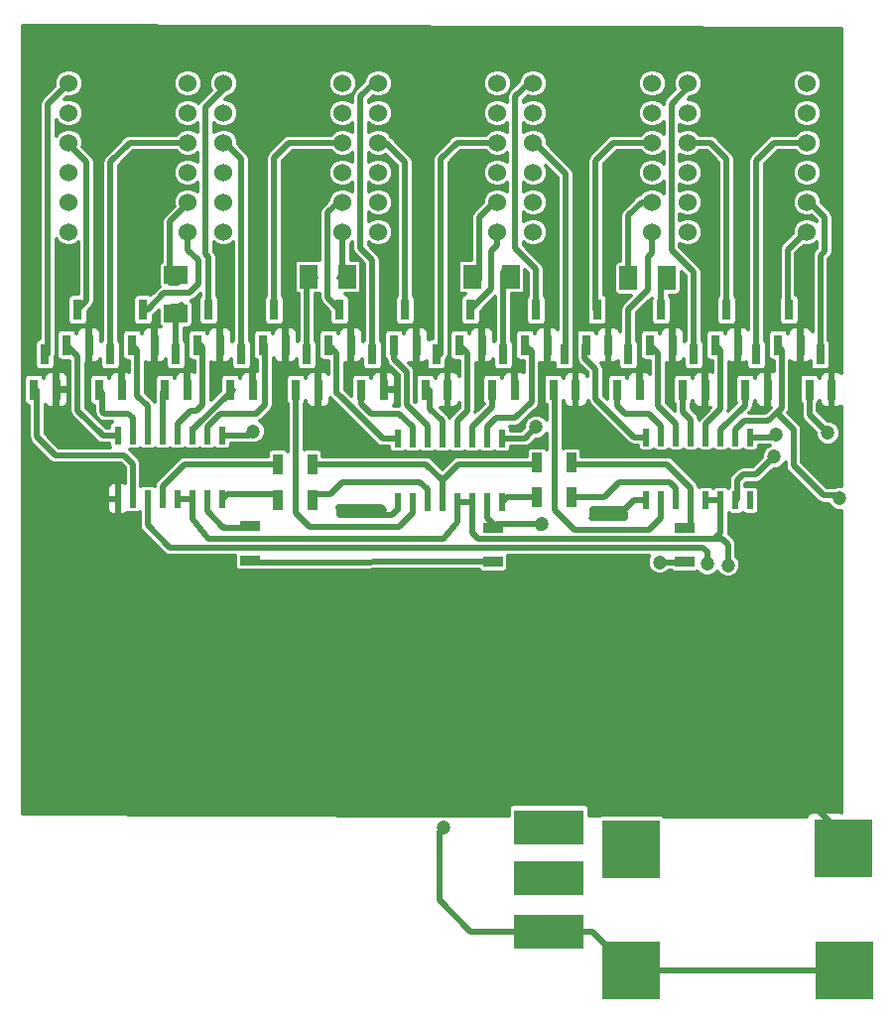
<source format=gbr>
G04 #@! TF.FileFunction,Copper,L1,Top,Signal*
%FSLAX46Y46*%
G04 Gerber Fmt 4.6, Leading zero omitted, Abs format (unit mm)*
G04 Created by KiCad (PCBNEW 4.0.2+dfsg1-stable) date St  4. júl 2018, 20:56:09 CEST*
%MOMM*%
G01*
G04 APERTURE LIST*
%ADD10C,0.100000*%
%ADD11R,0.800100X1.800860*%
%ADD12C,1.524000*%
%ADD13R,0.600000X1.500000*%
%ADD14R,5.000000X5.000000*%
%ADD15R,6.000000X3.000000*%
%ADD16R,1.524000X2.032000*%
%ADD17R,2.032000X1.524000*%
%ADD18R,0.900000X1.700000*%
%ADD19R,1.700000X0.900000*%
%ADD20C,1.200000*%
%ADD21C,0.500000*%
%ADD22C,0.300000*%
G04 APERTURE END LIST*
D10*
D11*
X132146000Y-80241140D03*
X134046000Y-80241140D03*
X133096000Y-77238860D03*
D12*
X173990000Y-57912000D03*
X173990000Y-60452000D03*
X173990000Y-62992000D03*
X173990000Y-65532000D03*
X173990000Y-68072000D03*
X173990000Y-70612000D03*
X184150000Y-70612000D03*
X184150000Y-68072000D03*
X184150000Y-65532000D03*
X184150000Y-62992000D03*
X184150000Y-60452000D03*
X184150000Y-57912000D03*
D11*
X120970000Y-80241140D03*
X122870000Y-80241140D03*
X121920000Y-77238860D03*
X123764000Y-84051140D03*
X125664000Y-84051140D03*
X124714000Y-81048860D03*
X126558000Y-80241140D03*
X128458000Y-80241140D03*
X127508000Y-77238860D03*
X129352000Y-84051140D03*
X131252000Y-84051140D03*
X130302000Y-81048860D03*
X134940000Y-84051140D03*
X136840000Y-84051140D03*
X135890000Y-81048860D03*
X137734000Y-80241140D03*
X139634000Y-80241140D03*
X138684000Y-77238860D03*
X140528000Y-84051140D03*
X142428000Y-84051140D03*
X141478000Y-81048860D03*
X143322000Y-80241140D03*
X145222000Y-80241140D03*
X144272000Y-77238860D03*
X146116000Y-84051140D03*
X148016000Y-84051140D03*
X147066000Y-81048860D03*
X148910000Y-80241140D03*
X150810000Y-80241140D03*
X149860000Y-77238860D03*
X151577000Y-84051140D03*
X153477000Y-84051140D03*
X152527000Y-81048860D03*
X154498000Y-80241140D03*
X156398000Y-80241140D03*
X155448000Y-77238860D03*
X157292000Y-84051140D03*
X159192000Y-84051140D03*
X158242000Y-81048860D03*
X160086000Y-80241140D03*
X161986000Y-80241140D03*
X161036000Y-77238860D03*
X162499000Y-84051140D03*
X164399000Y-84051140D03*
X163449000Y-81048860D03*
X165293000Y-80241140D03*
X167193000Y-80241140D03*
X166243000Y-77238860D03*
X167960000Y-84051140D03*
X169860000Y-84051140D03*
X168910000Y-81048860D03*
X170754000Y-80241140D03*
X172654000Y-80241140D03*
X171704000Y-77238860D03*
X173548000Y-84051140D03*
X175448000Y-84051140D03*
X174498000Y-81048860D03*
X176342000Y-80241140D03*
X178242000Y-80241140D03*
X177292000Y-77238860D03*
X178882000Y-84051140D03*
X180782000Y-84051140D03*
X179832000Y-81048860D03*
X181676000Y-80241140D03*
X183576000Y-80241140D03*
X182626000Y-77238860D03*
D12*
X121158000Y-57912000D03*
X121158000Y-60452000D03*
X121158000Y-62992000D03*
X121158000Y-65532000D03*
X121158000Y-68072000D03*
X121158000Y-70612000D03*
X131318000Y-70612000D03*
X131318000Y-68072000D03*
X131318000Y-65532000D03*
X131318000Y-62992000D03*
X131318000Y-60452000D03*
X131318000Y-57912000D03*
X147574000Y-57912000D03*
X147574000Y-60452000D03*
X147574000Y-62992000D03*
X147574000Y-65532000D03*
X147574000Y-68072000D03*
X147574000Y-70612000D03*
X157734000Y-70612000D03*
X157734000Y-68072000D03*
X157734000Y-65532000D03*
X157734000Y-62992000D03*
X157734000Y-60452000D03*
X157734000Y-57912000D03*
X160782000Y-57912000D03*
X160782000Y-60452000D03*
X160782000Y-62992000D03*
X160782000Y-65532000D03*
X160782000Y-68072000D03*
X160782000Y-70612000D03*
X170942000Y-70612000D03*
X170942000Y-68072000D03*
X170942000Y-65532000D03*
X170942000Y-62992000D03*
X170942000Y-60452000D03*
X170942000Y-57912000D03*
X134366000Y-57912000D03*
X134366000Y-60452000D03*
X134366000Y-62992000D03*
X134366000Y-65532000D03*
X134366000Y-68072000D03*
X134366000Y-70612000D03*
X144526000Y-70612000D03*
X144526000Y-68072000D03*
X144526000Y-65532000D03*
X144526000Y-62992000D03*
X144526000Y-60452000D03*
X144526000Y-57912000D03*
D11*
X118176000Y-84051140D03*
X120076000Y-84051140D03*
X119126000Y-81048860D03*
X184343000Y-84051140D03*
X186243000Y-84051140D03*
X185293000Y-81048860D03*
D13*
X125349000Y-93378000D03*
X126619000Y-93378000D03*
X127889000Y-93378000D03*
X129159000Y-93378000D03*
X130429000Y-93378000D03*
X131699000Y-93378000D03*
X132969000Y-93378000D03*
X134239000Y-93378000D03*
X134239000Y-87978000D03*
X132969000Y-87978000D03*
X131699000Y-87978000D03*
X130429000Y-87978000D03*
X129159000Y-87978000D03*
X127889000Y-87978000D03*
X126619000Y-87978000D03*
X125349000Y-87978000D03*
X149225000Y-93632000D03*
X150495000Y-93632000D03*
X151765000Y-93632000D03*
X153035000Y-93632000D03*
X154305000Y-93632000D03*
X155575000Y-93632000D03*
X156845000Y-93632000D03*
X158115000Y-93632000D03*
X158115000Y-88232000D03*
X156845000Y-88232000D03*
X155575000Y-88232000D03*
X154305000Y-88232000D03*
X153035000Y-88232000D03*
X151765000Y-88232000D03*
X150495000Y-88232000D03*
X149225000Y-88232000D03*
X170434000Y-93505000D03*
X171704000Y-93505000D03*
X172974000Y-93505000D03*
X174244000Y-93505000D03*
X175514000Y-93505000D03*
X176784000Y-93505000D03*
X178054000Y-93505000D03*
X179324000Y-93505000D03*
X179324000Y-88105000D03*
X178054000Y-88105000D03*
X176784000Y-88105000D03*
X175514000Y-88105000D03*
X174244000Y-88105000D03*
X172974000Y-88105000D03*
X171704000Y-88105000D03*
X170434000Y-88105000D03*
D14*
X169143000Y-123298000D03*
X169143000Y-133598000D03*
X187343000Y-133598000D03*
X187243000Y-123198000D03*
D15*
X162126000Y-130274000D03*
X162126000Y-125774000D03*
X162126000Y-121374000D03*
D16*
X168910000Y-74549000D03*
X172212000Y-74549000D03*
X155575000Y-74422000D03*
X158877000Y-74422000D03*
D17*
X130302000Y-74295000D03*
X130302000Y-77597000D03*
D16*
X144907000Y-74422000D03*
X141605000Y-74422000D03*
D18*
X141912000Y-93472000D03*
X139012000Y-93472000D03*
X164010000Y-93218000D03*
X161110000Y-93218000D03*
X139012000Y-90424000D03*
X141912000Y-90424000D03*
X164010000Y-90297000D03*
X161110000Y-90297000D03*
D19*
X136652000Y-95705000D03*
X136652000Y-98605000D03*
X157353000Y-98732000D03*
X157353000Y-95832000D03*
X173736000Y-95832000D03*
X173736000Y-98732000D03*
D20*
X121412000Y-94869000D03*
X183261000Y-118110000D03*
X153162000Y-121412000D03*
X181483000Y-87884000D03*
X161036000Y-87249000D03*
X136906000Y-87630000D03*
X186944000Y-93345000D03*
X171577000Y-98806000D03*
X181356000Y-89789000D03*
X161544000Y-95504000D03*
X175641000Y-98933000D03*
X177419000Y-99060000D03*
X185928000Y-87757000D03*
D21*
X144272000Y-94742000D02*
X144272000Y-94234000D01*
X147828000Y-94107000D02*
X144145000Y-94107000D01*
X148082000Y-94361000D02*
X147828000Y-94107000D01*
X144399000Y-94361000D02*
X148082000Y-94361000D01*
X144399000Y-94615000D02*
X144399000Y-94361000D01*
X144272000Y-94742000D02*
X144399000Y-94615000D01*
X148717000Y-94742000D02*
X144272000Y-94742000D01*
X149225000Y-94234000D02*
X148717000Y-94742000D01*
X144272000Y-94234000D02*
X144145000Y-94107000D01*
X149225000Y-93632000D02*
X149225000Y-94234000D01*
X168656000Y-94615000D02*
X168656000Y-94996000D01*
X165862000Y-94742000D02*
X165989000Y-94615000D01*
X165989000Y-94615000D02*
X168656000Y-94615000D01*
X170434000Y-93505000D02*
X169385000Y-93505000D01*
X168656000Y-94234000D02*
X165862000Y-94234000D01*
X169385000Y-93505000D02*
X168656000Y-94234000D01*
X165862000Y-94234000D02*
X165862000Y-94742000D01*
X168656000Y-94996000D02*
X165735000Y-94996000D01*
X187243000Y-123198000D02*
X187243000Y-122092000D01*
X187243000Y-122092000D02*
X183261000Y-118110000D01*
X173990000Y-57912000D02*
X173990000Y-58293000D01*
X173990000Y-58293000D02*
X172593000Y-59690000D01*
X174498000Y-74041000D02*
X174498000Y-81048860D01*
X172593000Y-72136000D02*
X174498000Y-74041000D01*
X172593000Y-59690000D02*
X172593000Y-72136000D01*
X173990000Y-57912000D02*
X173736000Y-57912000D01*
X174244000Y-88105000D02*
X174244000Y-86614000D01*
X173548000Y-85918000D02*
X173548000Y-84051140D01*
X174244000Y-86614000D02*
X173548000Y-85918000D01*
X147574000Y-57912000D02*
X147193000Y-57912000D01*
X147193000Y-57912000D02*
X146050000Y-59055000D01*
X147066000Y-73025000D02*
X147066000Y-81048860D01*
X146050000Y-72009000D02*
X147066000Y-73025000D01*
X146050000Y-59055000D02*
X146050000Y-72009000D01*
X147574000Y-57912000D02*
X147066000Y-57912000D01*
X150495000Y-88232000D02*
X150495000Y-87249000D01*
X146116000Y-85283000D02*
X146116000Y-84051140D01*
X146939000Y-86106000D02*
X146116000Y-85283000D01*
X149352000Y-86106000D02*
X146939000Y-86106000D01*
X150495000Y-87249000D02*
X149352000Y-86106000D01*
X121158000Y-57912000D02*
X119380000Y-59690000D01*
X119380000Y-59690000D02*
X119380000Y-81048860D01*
X160782000Y-57912000D02*
X160401000Y-57912000D01*
X160401000Y-57912000D02*
X159258000Y-59055000D01*
X161036000Y-73787000D02*
X161036000Y-77238860D01*
X159258000Y-72009000D02*
X161036000Y-73787000D01*
X159258000Y-59055000D02*
X159258000Y-72009000D01*
X160782000Y-57912000D02*
X160274000Y-57912000D01*
X156845000Y-88232000D02*
X156845000Y-87249000D01*
X160655000Y-80810140D02*
X160086000Y-80241140D01*
X160655000Y-85090000D02*
X160655000Y-80810140D01*
X159258000Y-86487000D02*
X160655000Y-85090000D01*
X157607000Y-86487000D02*
X159258000Y-86487000D01*
X156845000Y-87249000D02*
X157607000Y-86487000D01*
X162126000Y-130274000D02*
X155420000Y-130274000D01*
X152781000Y-121793000D02*
X153162000Y-121412000D01*
X152781000Y-127635000D02*
X152781000Y-121793000D01*
X155420000Y-130274000D02*
X152781000Y-127635000D01*
X169143000Y-133598000D02*
X187343000Y-133598000D01*
X162126000Y-130274000D02*
X165819000Y-130274000D01*
X165819000Y-130274000D02*
X169143000Y-133598000D01*
X179324000Y-88105000D02*
X181262000Y-88105000D01*
X181262000Y-88105000D02*
X181483000Y-87884000D01*
X158115000Y-88232000D02*
X160053000Y-88232000D01*
X160053000Y-88232000D02*
X161036000Y-87249000D01*
X134239000Y-87978000D02*
X136558000Y-87978000D01*
X136558000Y-87978000D02*
X136906000Y-87630000D01*
X134366000Y-57912000D02*
X134366000Y-58420000D01*
X134366000Y-58420000D02*
X132842000Y-59944000D01*
X133096000Y-72771000D02*
X133096000Y-77238860D01*
X132842000Y-72517000D02*
X133096000Y-72771000D01*
X132842000Y-59944000D02*
X132842000Y-72517000D01*
X134366000Y-57912000D02*
X133858000Y-57912000D01*
X131572000Y-85852000D02*
X132080000Y-85852000D01*
X130429000Y-86995000D02*
X131572000Y-85852000D01*
X130429000Y-87978000D02*
X130429000Y-86995000D01*
X132588000Y-80429140D02*
X132146000Y-79987140D01*
X132588000Y-85344000D02*
X132588000Y-80429140D01*
X132080000Y-85852000D02*
X132588000Y-85344000D01*
X173990000Y-62992000D02*
X175895000Y-62992000D01*
X177292000Y-64389000D02*
X177292000Y-77238860D01*
X175895000Y-62992000D02*
X177292000Y-64389000D01*
X173990000Y-62992000D02*
X173990000Y-63246000D01*
X175514000Y-88105000D02*
X175514000Y-86995000D01*
X176784000Y-80683140D02*
X176342000Y-80241140D01*
X176784000Y-85725000D02*
X176784000Y-80683140D01*
X175514000Y-86995000D02*
X176784000Y-85725000D01*
X147574000Y-62992000D02*
X148209000Y-62992000D01*
X148209000Y-62992000D02*
X149860000Y-64643000D01*
X149860000Y-64643000D02*
X149860000Y-77238860D01*
X147574000Y-62992000D02*
X147955000Y-62992000D01*
X151765000Y-88232000D02*
X151765000Y-87122000D01*
X151765000Y-87122000D02*
X149987000Y-85344000D01*
X148910000Y-81473000D02*
X148910000Y-80241140D01*
X149987000Y-82550000D02*
X148910000Y-81473000D01*
X149987000Y-85344000D02*
X149987000Y-82550000D01*
X121158000Y-62992000D02*
X121158000Y-63119000D01*
X121158000Y-63119000D02*
X122682000Y-64643000D01*
X122682000Y-64643000D02*
X122682000Y-76476860D01*
X122682000Y-76476860D02*
X121920000Y-77238860D01*
X125349000Y-87978000D02*
X124046000Y-87978000D01*
X121920000Y-81191140D02*
X120970000Y-80241140D01*
X121920000Y-85852000D02*
X121920000Y-81191140D01*
X124046000Y-87978000D02*
X121920000Y-85852000D01*
X160782000Y-62992000D02*
X160909000Y-62992000D01*
X160909000Y-62992000D02*
X163576000Y-65659000D01*
X163576000Y-65659000D02*
X163576000Y-81048860D01*
X162626000Y-84051140D02*
X162626000Y-94300000D01*
X171704000Y-94996000D02*
X171704000Y-93505000D01*
X170688000Y-96012000D02*
X171704000Y-94996000D01*
X164338000Y-96012000D02*
X170688000Y-96012000D01*
X162626000Y-94300000D02*
X164338000Y-96012000D01*
X134366000Y-62992000D02*
X134493000Y-62992000D01*
X134493000Y-62992000D02*
X135890000Y-64389000D01*
X135890000Y-64389000D02*
X135890000Y-81048860D01*
X131699000Y-87978000D02*
X131699000Y-87503000D01*
X131699000Y-87503000D02*
X135150860Y-84051140D01*
X135150860Y-84051140D02*
X135194000Y-84051140D01*
X184150000Y-62992000D02*
X181356000Y-62992000D01*
X179832000Y-64516000D02*
X179832000Y-81048860D01*
X181356000Y-62992000D02*
X179832000Y-64516000D01*
X176784000Y-88105000D02*
X176784000Y-87503000D01*
X176784000Y-87503000D02*
X178882000Y-85405000D01*
X178882000Y-85405000D02*
X178882000Y-84051140D01*
X157734000Y-62992000D02*
X154305000Y-62992000D01*
X152908000Y-64389000D02*
X152908000Y-81048860D01*
X154305000Y-62992000D02*
X152908000Y-64389000D01*
X153035000Y-88232000D02*
X153035000Y-86741000D01*
X151958000Y-85664000D02*
X151958000Y-84051140D01*
X153035000Y-86741000D02*
X151958000Y-85664000D01*
X124714000Y-81048860D02*
X124714000Y-64643000D01*
X126365000Y-62992000D02*
X131318000Y-62992000D01*
X124714000Y-64643000D02*
X126365000Y-62992000D01*
X124018000Y-84305140D02*
X124018000Y-85918000D01*
X126619000Y-86487000D02*
X126238000Y-86106000D01*
X126238000Y-86106000D02*
X124206000Y-86106000D01*
X124206000Y-86106000D02*
X124018000Y-85918000D01*
X126619000Y-86487000D02*
X126619000Y-87978000D01*
X124018000Y-84305140D02*
X123764000Y-84051140D01*
X166116000Y-77238860D02*
X166116000Y-65913000D01*
X167640000Y-62992000D02*
X170942000Y-62992000D01*
X166116000Y-64516000D02*
X167640000Y-62992000D01*
X166116000Y-65913000D02*
X166116000Y-64516000D01*
X170434000Y-88105000D02*
X169385000Y-88105000D01*
X165166000Y-81346000D02*
X165166000Y-80241140D01*
X166116000Y-82296000D02*
X165166000Y-81346000D01*
X166116000Y-84836000D02*
X166116000Y-82296000D01*
X169385000Y-88105000D02*
X166116000Y-84836000D01*
X144526000Y-62992000D02*
X139954000Y-62992000D01*
X138684000Y-64262000D02*
X138684000Y-77238860D01*
X139954000Y-62992000D02*
X138684000Y-64262000D01*
X137160000Y-86106000D02*
X137922000Y-85344000D01*
X132969000Y-87222952D02*
X134085952Y-86106000D01*
X134085952Y-86106000D02*
X137160000Y-86106000D01*
X132969000Y-87978000D02*
X132969000Y-87222952D01*
X137922000Y-85344000D02*
X137922000Y-80175140D01*
X137922000Y-80175140D02*
X137734000Y-79987140D01*
X184150000Y-70612000D02*
X184023000Y-70612000D01*
X184023000Y-70612000D02*
X182499000Y-72136000D01*
X182499000Y-72136000D02*
X182499000Y-77238860D01*
X183007000Y-87503000D02*
X181546500Y-86042500D01*
X183007000Y-90551000D02*
X183007000Y-87503000D01*
X185547000Y-93091000D02*
X183007000Y-90551000D01*
X186690000Y-93091000D02*
X185547000Y-93091000D01*
X186944000Y-93345000D02*
X186690000Y-93091000D01*
X178054000Y-88105000D02*
X178054000Y-87503000D01*
X178054000Y-87503000D02*
X178816000Y-86741000D01*
X178816000Y-86741000D02*
X180848000Y-86741000D01*
X180848000Y-86741000D02*
X181546500Y-86042500D01*
X181546500Y-86042500D02*
X181991000Y-85598000D01*
X181991000Y-85598000D02*
X181991000Y-80683140D01*
X181991000Y-80683140D02*
X181549000Y-80241140D01*
X127508000Y-77238860D02*
X127866140Y-77238860D01*
X127866140Y-77238860D02*
X129286000Y-75819000D01*
X129286000Y-75819000D02*
X131445000Y-75819000D01*
X131445000Y-75819000D02*
X132207000Y-75057000D01*
X132207000Y-75057000D02*
X132207000Y-73025000D01*
X132207000Y-73025000D02*
X131318000Y-72136000D01*
X131318000Y-72136000D02*
X131318000Y-70612000D01*
X131318000Y-71242000D02*
X131318000Y-70612000D01*
X127000000Y-84582000D02*
X127000000Y-80683140D01*
X127000000Y-80683140D02*
X126558000Y-80241140D01*
X127889000Y-87978000D02*
X127889000Y-85471000D01*
X127889000Y-85471000D02*
X127000000Y-84582000D01*
X127000000Y-84582000D02*
X127066000Y-84648000D01*
X157734000Y-70612000D02*
X157734000Y-71755000D01*
X157226000Y-75460860D02*
X155448000Y-77238860D01*
X157226000Y-72263000D02*
X157226000Y-75460860D01*
X157734000Y-71755000D02*
X157226000Y-72263000D01*
X154305000Y-88232000D02*
X154305000Y-86741000D01*
X155194000Y-80937140D02*
X154498000Y-80241140D01*
X155194000Y-85852000D02*
X155194000Y-80937140D01*
X154305000Y-86741000D02*
X155194000Y-85852000D01*
X170942000Y-70612000D02*
X170942000Y-72390000D01*
X168910000Y-77216000D02*
X168910000Y-81048860D01*
X170561000Y-75565000D02*
X168910000Y-77216000D01*
X170561000Y-72771000D02*
X170561000Y-75565000D01*
X170942000Y-72390000D02*
X170561000Y-72771000D01*
X171704000Y-88105000D02*
X171704000Y-87122000D01*
X167960000Y-85410000D02*
X167960000Y-84051140D01*
X168656000Y-86106000D02*
X167960000Y-85410000D01*
X170688000Y-86106000D02*
X168656000Y-86106000D01*
X171704000Y-87122000D02*
X170688000Y-86106000D01*
X141478000Y-81048860D02*
X141478000Y-75311000D01*
X141478000Y-75311000D02*
X142240000Y-74549000D01*
X140528000Y-84051140D02*
X140528000Y-94554000D01*
X150495000Y-94615000D02*
X150495000Y-93632000D01*
X149352000Y-95758000D02*
X150495000Y-94615000D01*
X141732000Y-95758000D02*
X149352000Y-95758000D01*
X140528000Y-94554000D02*
X141732000Y-95758000D01*
X130302000Y-81048860D02*
X130302000Y-77597000D01*
X130683000Y-76962000D02*
X129921000Y-76962000D01*
X130810000Y-76835000D02*
X130683000Y-76962000D01*
X130810000Y-77089000D02*
X130810000Y-76835000D01*
X130302000Y-77597000D02*
X130810000Y-77089000D01*
X129159000Y-85852000D02*
X129159000Y-84244140D01*
X129159000Y-84244140D02*
X129352000Y-84051140D01*
X129159000Y-87978000D02*
X129159000Y-85852000D01*
X129159000Y-85852000D02*
X129159000Y-85725000D01*
X158242000Y-81048860D02*
X158242000Y-74041000D01*
X158242000Y-74041000D02*
X158369000Y-73914000D01*
X155575000Y-88232000D02*
X155575000Y-87249000D01*
X157292000Y-85532000D02*
X157292000Y-84051140D01*
X155575000Y-87249000D02*
X157292000Y-85532000D01*
X171704000Y-77238860D02*
X171704000Y-75057000D01*
X171704000Y-75057000D02*
X172212000Y-74549000D01*
X172974000Y-88105000D02*
X172974000Y-86995000D01*
X171450000Y-80937140D02*
X170754000Y-80241140D01*
X171450000Y-85471000D02*
X171450000Y-80937140D01*
X172974000Y-86995000D02*
X171450000Y-85471000D01*
X144526000Y-68072000D02*
X144145000Y-68072000D01*
X144145000Y-68072000D02*
X143256000Y-68961000D01*
X143256000Y-76222860D02*
X144272000Y-77238860D01*
X143256000Y-68961000D02*
X143256000Y-76222860D01*
X144526000Y-68072000D02*
X144399000Y-68072000D01*
X149225000Y-88232000D02*
X147922000Y-88232000D01*
X144018000Y-80937140D02*
X143322000Y-80241140D01*
X144018000Y-84328000D02*
X144018000Y-80937140D01*
X144399000Y-84709000D02*
X144018000Y-84328000D01*
X147922000Y-88232000D02*
X144399000Y-84709000D01*
X143637000Y-80556140D02*
X143322000Y-80241140D01*
X173662000Y-98806000D02*
X171577000Y-98806000D01*
X173662000Y-98806000D02*
X173736000Y-98732000D01*
X126619000Y-93378000D02*
X126619000Y-90424000D01*
X118430000Y-88077000D02*
X118430000Y-84051140D01*
X120015000Y-89662000D02*
X118430000Y-88077000D01*
X125857000Y-89662000D02*
X120015000Y-89662000D01*
X126619000Y-90424000D02*
X125857000Y-89662000D01*
X161544000Y-95504000D02*
X157681000Y-95504000D01*
X157681000Y-95504000D02*
X157353000Y-95832000D01*
X178689000Y-91313000D02*
X178181000Y-91821000D01*
X181356000Y-89789000D02*
X179832000Y-91313000D01*
X179832000Y-91313000D02*
X178689000Y-91313000D01*
X178181000Y-91821000D02*
X178181000Y-93378000D01*
X178181000Y-93378000D02*
X178054000Y-93505000D01*
X161216000Y-95832000D02*
X161544000Y-95504000D01*
X157353000Y-95832000D02*
X157353000Y-95504000D01*
X157353000Y-95504000D02*
X156845000Y-94996000D01*
X156845000Y-94996000D02*
X156845000Y-93632000D01*
X172212000Y-97536000D02*
X173355000Y-97536000D01*
X172085000Y-97536000D02*
X172212000Y-97536000D01*
X172212000Y-97536000D02*
X129794000Y-97536000D01*
X175641000Y-98933000D02*
X175641000Y-97917000D01*
X127889000Y-95631000D02*
X127889000Y-93378000D01*
X129794000Y-97536000D02*
X127889000Y-95631000D01*
X175641000Y-97917000D02*
X175260000Y-97536000D01*
X175260000Y-97536000D02*
X173355000Y-97536000D01*
X176784000Y-93505000D02*
X176784000Y-96266000D01*
X176784000Y-96266000D02*
X176276000Y-96774000D01*
X177419000Y-99060000D02*
X177419000Y-97282000D01*
X177419000Y-97282000D02*
X176911000Y-96774000D01*
X176911000Y-96774000D02*
X176276000Y-96774000D01*
X176276000Y-96774000D02*
X173990000Y-96774000D01*
X157226000Y-96774000D02*
X156083000Y-96774000D01*
X173990000Y-96774000D02*
X157226000Y-96774000D01*
X155575000Y-95123000D02*
X155575000Y-93632000D01*
X155575000Y-96266000D02*
X155575000Y-95123000D01*
X156083000Y-96774000D02*
X155575000Y-96266000D01*
X174117000Y-96774000D02*
X173990000Y-96774000D01*
X154305000Y-93632000D02*
X154305000Y-95377000D01*
X131699000Y-95123000D02*
X131699000Y-93378000D01*
X133096000Y-96774000D02*
X131699000Y-95123000D01*
X153162000Y-96774000D02*
X133096000Y-96774000D01*
X154305000Y-95377000D02*
X153162000Y-96774000D01*
X130429000Y-93378000D02*
X131699000Y-93378000D01*
X154305000Y-93632000D02*
X155575000Y-93632000D01*
X175514000Y-93505000D02*
X176784000Y-93505000D01*
X131318000Y-68072000D02*
X131318000Y-68199000D01*
X131318000Y-68199000D02*
X129794000Y-69723000D01*
X130429000Y-74930000D02*
X129794000Y-74930000D01*
X130556000Y-74803000D02*
X130429000Y-74930000D01*
X130175000Y-74803000D02*
X130556000Y-74803000D01*
X129794000Y-74422000D02*
X130175000Y-74803000D01*
X129794000Y-69723000D02*
X129794000Y-74422000D01*
X131318000Y-68072000D02*
X131318000Y-68580000D01*
X144526000Y-70612000D02*
X144526000Y-74295000D01*
X144526000Y-74295000D02*
X144272000Y-74549000D01*
X157734000Y-68072000D02*
X157480000Y-68072000D01*
X157480000Y-68072000D02*
X156210000Y-69342000D01*
X156210000Y-69342000D02*
X156210000Y-74676000D01*
X170942000Y-68072000D02*
X170053000Y-68072000D01*
X168910000Y-69215000D02*
X168910000Y-74549000D01*
X170053000Y-68072000D02*
X168910000Y-69215000D01*
X170942000Y-68072000D02*
X170815000Y-68072000D01*
X184343000Y-86172000D02*
X184343000Y-84051140D01*
X185928000Y-87757000D02*
X184343000Y-86172000D01*
X139012000Y-92964000D02*
X134653000Y-92964000D01*
X134653000Y-92964000D02*
X134239000Y-93378000D01*
X161110000Y-93218000D02*
X158529000Y-93218000D01*
X158529000Y-93218000D02*
X158115000Y-93632000D01*
X184150000Y-68072000D02*
X184404000Y-68072000D01*
X184404000Y-68072000D02*
X185674000Y-69342000D01*
X185674000Y-69342000D02*
X185674000Y-72263000D01*
X185674000Y-72263000D02*
X185293000Y-72644000D01*
X185293000Y-72644000D02*
X185293000Y-81048860D01*
X151765000Y-93632000D02*
X151765000Y-92583000D01*
X143510000Y-92964000D02*
X141912000Y-92964000D01*
X144526000Y-91948000D02*
X143510000Y-92964000D01*
X151130000Y-91948000D02*
X144526000Y-91948000D01*
X151765000Y-92583000D02*
X151130000Y-91948000D01*
X172974000Y-93505000D02*
X172974000Y-92456000D01*
X166878000Y-93218000D02*
X164010000Y-93218000D01*
X168148000Y-91948000D02*
X166878000Y-93218000D01*
X172466000Y-91948000D02*
X168148000Y-91948000D01*
X172974000Y-92456000D02*
X172466000Y-91948000D01*
X141912000Y-90424000D02*
X151638000Y-90424000D01*
X151638000Y-90424000D02*
X153035000Y-91821000D01*
X153035000Y-91821000D02*
X153035000Y-93632000D01*
X154432000Y-90424000D02*
X153035000Y-91821000D01*
X161110000Y-90424000D02*
X154432000Y-90424000D01*
X174244000Y-93505000D02*
X174244000Y-95758000D01*
X172212000Y-90424000D02*
X164010000Y-90424000D01*
X174244000Y-93505000D02*
X174244000Y-92456000D01*
X174244000Y-92456000D02*
X172212000Y-90424000D01*
X157353000Y-98732000D02*
X136525000Y-98806000D01*
X136525000Y-98806000D02*
X136398000Y-98679000D01*
X129159000Y-93378000D02*
X129159000Y-92329000D01*
X129159000Y-92329000D02*
X131064000Y-90424000D01*
X131064000Y-90424000D02*
X139012000Y-90424000D01*
X134366000Y-95832000D02*
X136525000Y-95832000D01*
X136525000Y-95832000D02*
X136652000Y-95705000D01*
X132969000Y-93378000D02*
X132969000Y-94435000D01*
X132969000Y-94435000D02*
X134366000Y-95832000D01*
X134366000Y-95832000D02*
X134239000Y-95705000D01*
D22*
G36*
X187048000Y-53235457D02*
X187048000Y-82625107D01*
X187015777Y-82592884D01*
X186773934Y-82492710D01*
X186511500Y-82492710D01*
X186347000Y-82657210D01*
X186347000Y-83947140D01*
X186367000Y-83947140D01*
X186367000Y-84155140D01*
X186347000Y-84155140D01*
X186347000Y-85445070D01*
X186511500Y-85609570D01*
X186773934Y-85609570D01*
X187015777Y-85509396D01*
X187048000Y-85477173D01*
X187048000Y-92295090D01*
X186736058Y-92294818D01*
X186503280Y-92391000D01*
X185836949Y-92391000D01*
X183707000Y-90261050D01*
X183707000Y-87503000D01*
X183698203Y-87458774D01*
X183653716Y-87235121D01*
X183501975Y-87008025D01*
X182526410Y-86032460D01*
X182637716Y-85865879D01*
X182691000Y-85598000D01*
X182691000Y-83150710D01*
X183484134Y-83150710D01*
X183484134Y-84951570D01*
X183515512Y-85118330D01*
X183614067Y-85271489D01*
X183643000Y-85291258D01*
X183643000Y-86172000D01*
X183696284Y-86439879D01*
X183848025Y-86666975D01*
X184878051Y-87697001D01*
X184877818Y-87964942D01*
X185037334Y-88351000D01*
X185332446Y-88646628D01*
X185718226Y-88806818D01*
X186135942Y-88807182D01*
X186522000Y-88647666D01*
X186817628Y-88352554D01*
X186977818Y-87966774D01*
X186978182Y-87549058D01*
X186818666Y-87163000D01*
X186523554Y-86867372D01*
X186137774Y-86707182D01*
X185867896Y-86706947D01*
X185043000Y-85882050D01*
X185043000Y-85293303D01*
X185062969Y-85280453D01*
X185165718Y-85130075D01*
X185184950Y-85035104D01*
X185184950Y-85082455D01*
X185285125Y-85324297D01*
X185470223Y-85509396D01*
X185712066Y-85609570D01*
X185974500Y-85609570D01*
X186139000Y-85445070D01*
X186139000Y-84155140D01*
X186119000Y-84155140D01*
X186119000Y-83947140D01*
X186139000Y-83947140D01*
X186139000Y-82657210D01*
X185974500Y-82492710D01*
X185712066Y-82492710D01*
X185470223Y-82592884D01*
X185285125Y-82777983D01*
X185184950Y-83019825D01*
X185184950Y-83060809D01*
X185170488Y-82983950D01*
X185071933Y-82830791D01*
X184921555Y-82728042D01*
X184743050Y-82691894D01*
X183942950Y-82691894D01*
X183776190Y-82723272D01*
X183623031Y-82821827D01*
X183520282Y-82972205D01*
X183484134Y-83150710D01*
X182691000Y-83150710D01*
X182691000Y-81587172D01*
X182803223Y-81699396D01*
X183045066Y-81799570D01*
X183307500Y-81799570D01*
X183472000Y-81635070D01*
X183472000Y-80345140D01*
X183452000Y-80345140D01*
X183452000Y-80137140D01*
X183472000Y-80137140D01*
X183472000Y-78847210D01*
X183307500Y-78682710D01*
X183045066Y-78682710D01*
X182803223Y-78782884D01*
X182618125Y-78967983D01*
X182517950Y-79209825D01*
X182517950Y-79250809D01*
X182503488Y-79173950D01*
X182404933Y-79020791D01*
X182254555Y-78918042D01*
X182076050Y-78881894D01*
X181275950Y-78881894D01*
X181109190Y-78913272D01*
X180956031Y-79011827D01*
X180853282Y-79162205D01*
X180817134Y-79340710D01*
X180817134Y-81141570D01*
X180848512Y-81308330D01*
X180947067Y-81461489D01*
X181097445Y-81564238D01*
X181275950Y-81600386D01*
X181291000Y-81600386D01*
X181291000Y-82492710D01*
X181050500Y-82492710D01*
X180886000Y-82657210D01*
X180886000Y-83947140D01*
X180906000Y-83947140D01*
X180906000Y-84155140D01*
X180886000Y-84155140D01*
X180886000Y-85445070D01*
X181019990Y-85579060D01*
X180558050Y-86041000D01*
X179235950Y-86041000D01*
X179376975Y-85899975D01*
X179528716Y-85672879D01*
X179582000Y-85405000D01*
X179582000Y-85293303D01*
X179601969Y-85280453D01*
X179704718Y-85130075D01*
X179723950Y-85035104D01*
X179723950Y-85082455D01*
X179824125Y-85324297D01*
X180009223Y-85509396D01*
X180251066Y-85609570D01*
X180513500Y-85609570D01*
X180678000Y-85445070D01*
X180678000Y-84155140D01*
X180658000Y-84155140D01*
X180658000Y-83947140D01*
X180678000Y-83947140D01*
X180678000Y-82657210D01*
X180513500Y-82492710D01*
X180251066Y-82492710D01*
X180009223Y-82592884D01*
X179824125Y-82777983D01*
X179723950Y-83019825D01*
X179723950Y-83060809D01*
X179709488Y-82983950D01*
X179610933Y-82830791D01*
X179460555Y-82728042D01*
X179282050Y-82691894D01*
X178481950Y-82691894D01*
X178315190Y-82723272D01*
X178162031Y-82821827D01*
X178059282Y-82972205D01*
X178023134Y-83150710D01*
X178023134Y-84951570D01*
X178054512Y-85118330D01*
X178103144Y-85193906D01*
X177462137Y-85834913D01*
X177484000Y-85725000D01*
X177484000Y-81705517D01*
X177711066Y-81799570D01*
X177973500Y-81799570D01*
X178138000Y-81635070D01*
X178138000Y-80345140D01*
X178118000Y-80345140D01*
X178118000Y-80137140D01*
X178138000Y-80137140D01*
X178138000Y-78847210D01*
X178346000Y-78847210D01*
X178346000Y-80137140D01*
X178366000Y-80137140D01*
X178366000Y-80345140D01*
X178346000Y-80345140D01*
X178346000Y-81635070D01*
X178510500Y-81799570D01*
X178772934Y-81799570D01*
X178973134Y-81716645D01*
X178973134Y-81949290D01*
X179004512Y-82116050D01*
X179103067Y-82269209D01*
X179253445Y-82371958D01*
X179431950Y-82408106D01*
X180232050Y-82408106D01*
X180398810Y-82376728D01*
X180551969Y-82278173D01*
X180654718Y-82127795D01*
X180690866Y-81949290D01*
X180690866Y-80148430D01*
X180659488Y-79981670D01*
X180560933Y-79828511D01*
X180532000Y-79808742D01*
X180532000Y-76338430D01*
X181767134Y-76338430D01*
X181767134Y-78139290D01*
X181798512Y-78306050D01*
X181897067Y-78459209D01*
X182047445Y-78561958D01*
X182225950Y-78598106D01*
X183026050Y-78598106D01*
X183192810Y-78566728D01*
X183345969Y-78468173D01*
X183448718Y-78317795D01*
X183484866Y-78139290D01*
X183484866Y-76338430D01*
X183453488Y-76171670D01*
X183354933Y-76018511D01*
X183204555Y-75915762D01*
X183199000Y-75914637D01*
X183199000Y-72425950D01*
X183832467Y-71792483D01*
X183907861Y-71823789D01*
X184390024Y-71824209D01*
X184835646Y-71640082D01*
X184974000Y-71501969D01*
X184974000Y-71973050D01*
X184798025Y-72149025D01*
X184646284Y-72376121D01*
X184618262Y-72517000D01*
X184593000Y-72644000D01*
X184593000Y-79110722D01*
X184533875Y-78967983D01*
X184348777Y-78782884D01*
X184106934Y-78682710D01*
X183844500Y-78682710D01*
X183680000Y-78847210D01*
X183680000Y-80137140D01*
X183700000Y-80137140D01*
X183700000Y-80345140D01*
X183680000Y-80345140D01*
X183680000Y-81635070D01*
X183844500Y-81799570D01*
X184106934Y-81799570D01*
X184348777Y-81699396D01*
X184434134Y-81614039D01*
X184434134Y-81949290D01*
X184465512Y-82116050D01*
X184564067Y-82269209D01*
X184714445Y-82371958D01*
X184892950Y-82408106D01*
X185693050Y-82408106D01*
X185859810Y-82376728D01*
X186012969Y-82278173D01*
X186115718Y-82127795D01*
X186151866Y-81949290D01*
X186151866Y-80148430D01*
X186120488Y-79981670D01*
X186021933Y-79828511D01*
X185993000Y-79808742D01*
X185993000Y-72933949D01*
X186168972Y-72757977D01*
X186168975Y-72757975D01*
X186320716Y-72530878D01*
X186374000Y-72263000D01*
X186374000Y-69342000D01*
X186320716Y-69074122D01*
X186168975Y-68847025D01*
X185362028Y-68040078D01*
X185362209Y-67831976D01*
X185178082Y-67386354D01*
X184837439Y-67045116D01*
X184392139Y-66860211D01*
X183909976Y-66859791D01*
X183464354Y-67043918D01*
X183123116Y-67384561D01*
X182938211Y-67829861D01*
X182937791Y-68312024D01*
X183121918Y-68757646D01*
X183462561Y-69098884D01*
X183907861Y-69283789D01*
X184390024Y-69284209D01*
X184557188Y-69215138D01*
X184974000Y-69631950D01*
X184974000Y-69721916D01*
X184837439Y-69585116D01*
X184392139Y-69400211D01*
X183909976Y-69399791D01*
X183464354Y-69583918D01*
X183123116Y-69924561D01*
X182938211Y-70369861D01*
X182937917Y-70707133D01*
X182004025Y-71641025D01*
X181852284Y-71868121D01*
X181846932Y-71895026D01*
X181799000Y-72136000D01*
X181799000Y-76181070D01*
X181767134Y-76338430D01*
X180532000Y-76338430D01*
X180532000Y-65772024D01*
X182937791Y-65772024D01*
X183121918Y-66217646D01*
X183462561Y-66558884D01*
X183907861Y-66743789D01*
X184390024Y-66744209D01*
X184835646Y-66560082D01*
X185176884Y-66219439D01*
X185361789Y-65774139D01*
X185362209Y-65291976D01*
X185178082Y-64846354D01*
X184837439Y-64505116D01*
X184392139Y-64320211D01*
X183909976Y-64319791D01*
X183464354Y-64503918D01*
X183123116Y-64844561D01*
X182938211Y-65289861D01*
X182937791Y-65772024D01*
X180532000Y-65772024D01*
X180532000Y-64805950D01*
X181645949Y-63692000D01*
X183136247Y-63692000D01*
X183462561Y-64018884D01*
X183907861Y-64203789D01*
X184390024Y-64204209D01*
X184835646Y-64020082D01*
X185176884Y-63679439D01*
X185361789Y-63234139D01*
X185362209Y-62751976D01*
X185178082Y-62306354D01*
X184837439Y-61965116D01*
X184392139Y-61780211D01*
X183909976Y-61779791D01*
X183464354Y-61963918D01*
X183135699Y-62292000D01*
X181356000Y-62292000D01*
X181088122Y-62345284D01*
X180861025Y-62497025D01*
X180861023Y-62497028D01*
X179337025Y-64021025D01*
X179185284Y-64248121D01*
X179171028Y-64319791D01*
X179132000Y-64516000D01*
X179132000Y-78900108D01*
X179014777Y-78782884D01*
X178772934Y-78682710D01*
X178510500Y-78682710D01*
X178346000Y-78847210D01*
X178138000Y-78847210D01*
X177973500Y-78682710D01*
X177711066Y-78682710D01*
X177469223Y-78782884D01*
X177284125Y-78967983D01*
X177183950Y-79209825D01*
X177183950Y-79250809D01*
X177169488Y-79173950D01*
X177070933Y-79020791D01*
X176920555Y-78918042D01*
X176742050Y-78881894D01*
X175941950Y-78881894D01*
X175775190Y-78913272D01*
X175622031Y-79011827D01*
X175519282Y-79162205D01*
X175483134Y-79340710D01*
X175483134Y-81141570D01*
X175514512Y-81308330D01*
X175613067Y-81461489D01*
X175763445Y-81564238D01*
X175941950Y-81600386D01*
X176084000Y-81600386D01*
X176084000Y-82536229D01*
X175978934Y-82492710D01*
X175716500Y-82492710D01*
X175552000Y-82657210D01*
X175552000Y-83947140D01*
X175572000Y-83947140D01*
X175572000Y-84155140D01*
X175552000Y-84155140D01*
X175552000Y-85445070D01*
X175716500Y-85609570D01*
X175909480Y-85609570D01*
X175019025Y-86500025D01*
X174943741Y-86612695D01*
X174890716Y-86346121D01*
X174806427Y-86219975D01*
X174738975Y-86119025D01*
X174738972Y-86119023D01*
X174248000Y-85628050D01*
X174248000Y-85293303D01*
X174267969Y-85280453D01*
X174370718Y-85130075D01*
X174389950Y-85035104D01*
X174389950Y-85082455D01*
X174490125Y-85324297D01*
X174675223Y-85509396D01*
X174917066Y-85609570D01*
X175179500Y-85609570D01*
X175344000Y-85445070D01*
X175344000Y-84155140D01*
X175324000Y-84155140D01*
X175324000Y-83947140D01*
X175344000Y-83947140D01*
X175344000Y-82657210D01*
X175179500Y-82492710D01*
X174917066Y-82492710D01*
X174675223Y-82592884D01*
X174490125Y-82777983D01*
X174389950Y-83019825D01*
X174389950Y-83060809D01*
X174375488Y-82983950D01*
X174276933Y-82830791D01*
X174126555Y-82728042D01*
X173948050Y-82691894D01*
X173147950Y-82691894D01*
X172981190Y-82723272D01*
X172828031Y-82821827D01*
X172725282Y-82972205D01*
X172689134Y-83150710D01*
X172689134Y-84951570D01*
X172720512Y-85118330D01*
X172819067Y-85271489D01*
X172848000Y-85291258D01*
X172848000Y-85879051D01*
X172150000Y-85181050D01*
X172150000Y-81799570D01*
X172385500Y-81799570D01*
X172550000Y-81635070D01*
X172550000Y-80345140D01*
X172530000Y-80345140D01*
X172530000Y-80137140D01*
X172550000Y-80137140D01*
X172550000Y-78847210D01*
X172385500Y-78682710D01*
X172123066Y-78682710D01*
X171881223Y-78782884D01*
X171696125Y-78967983D01*
X171595950Y-79209825D01*
X171595950Y-79250809D01*
X171581488Y-79173950D01*
X171482933Y-79020791D01*
X171332555Y-78918042D01*
X171154050Y-78881894D01*
X170353950Y-78881894D01*
X170187190Y-78913272D01*
X170034031Y-79011827D01*
X169931282Y-79162205D01*
X169895134Y-79340710D01*
X169895134Y-81141570D01*
X169926512Y-81308330D01*
X170025067Y-81461489D01*
X170175445Y-81564238D01*
X170353950Y-81600386D01*
X170750000Y-81600386D01*
X170750000Y-82710108D01*
X170632777Y-82592884D01*
X170390934Y-82492710D01*
X170128500Y-82492710D01*
X169964000Y-82657210D01*
X169964000Y-83947140D01*
X169984000Y-83947140D01*
X169984000Y-84155140D01*
X169964000Y-84155140D01*
X169964000Y-84175140D01*
X169756000Y-84175140D01*
X169756000Y-84155140D01*
X169736000Y-84155140D01*
X169736000Y-83947140D01*
X169756000Y-83947140D01*
X169756000Y-82657210D01*
X169591500Y-82492710D01*
X169329066Y-82492710D01*
X169087223Y-82592884D01*
X168902125Y-82777983D01*
X168801950Y-83019825D01*
X168801950Y-83060809D01*
X168787488Y-82983950D01*
X168688933Y-82830791D01*
X168538555Y-82728042D01*
X168360050Y-82691894D01*
X167559950Y-82691894D01*
X167393190Y-82723272D01*
X167240031Y-82821827D01*
X167137282Y-82972205D01*
X167101134Y-83150710D01*
X167101134Y-84831184D01*
X166816000Y-84546050D01*
X166816000Y-82296000D01*
X166762716Y-82028122D01*
X166762716Y-82028121D01*
X166610975Y-81801025D01*
X166572365Y-81762415D01*
X166662066Y-81799570D01*
X166924500Y-81799570D01*
X167089000Y-81635070D01*
X167089000Y-80345140D01*
X167069000Y-80345140D01*
X167069000Y-80137140D01*
X167089000Y-80137140D01*
X167089000Y-78847210D01*
X166924500Y-78682710D01*
X166662066Y-78682710D01*
X166420223Y-78782884D01*
X166235125Y-78967983D01*
X166134950Y-79209825D01*
X166134950Y-79250809D01*
X166120488Y-79173950D01*
X166021933Y-79020791D01*
X165871555Y-78918042D01*
X165693050Y-78881894D01*
X164892950Y-78881894D01*
X164726190Y-78913272D01*
X164573031Y-79011827D01*
X164470282Y-79162205D01*
X164434134Y-79340710D01*
X164434134Y-81141570D01*
X164465512Y-81308330D01*
X164466000Y-81309088D01*
X164466000Y-81346000D01*
X164519284Y-81613879D01*
X164671025Y-81840975D01*
X165416000Y-82585950D01*
X165416000Y-82920722D01*
X165356875Y-82777983D01*
X165171777Y-82592884D01*
X164929934Y-82492710D01*
X164667500Y-82492710D01*
X164503000Y-82657210D01*
X164503000Y-83947140D01*
X164523000Y-83947140D01*
X164523000Y-84155140D01*
X164503000Y-84155140D01*
X164503000Y-85445070D01*
X164667500Y-85609570D01*
X164929934Y-85609570D01*
X165171777Y-85509396D01*
X165356875Y-85324297D01*
X165457050Y-85082455D01*
X165457050Y-85042374D01*
X165469284Y-85103879D01*
X165621025Y-85330975D01*
X168890025Y-88599975D01*
X169117121Y-88751716D01*
X169385000Y-88805000D01*
X169675184Y-88805000D01*
X169675184Y-88855000D01*
X169706562Y-89021760D01*
X169805117Y-89174919D01*
X169955495Y-89277668D01*
X170134000Y-89313816D01*
X170734000Y-89313816D01*
X170900760Y-89282438D01*
X171053919Y-89183883D01*
X171067806Y-89163558D01*
X171075117Y-89174919D01*
X171225495Y-89277668D01*
X171404000Y-89313816D01*
X172004000Y-89313816D01*
X172170760Y-89282438D01*
X172323919Y-89183883D01*
X172337806Y-89163558D01*
X172345117Y-89174919D01*
X172495495Y-89277668D01*
X172674000Y-89313816D01*
X173274000Y-89313816D01*
X173440760Y-89282438D01*
X173593919Y-89183883D01*
X173607806Y-89163558D01*
X173615117Y-89174919D01*
X173765495Y-89277668D01*
X173944000Y-89313816D01*
X174544000Y-89313816D01*
X174710760Y-89282438D01*
X174863919Y-89183883D01*
X174877806Y-89163558D01*
X174885117Y-89174919D01*
X175035495Y-89277668D01*
X175214000Y-89313816D01*
X175814000Y-89313816D01*
X175980760Y-89282438D01*
X176133919Y-89183883D01*
X176147806Y-89163558D01*
X176155117Y-89174919D01*
X176305495Y-89277668D01*
X176484000Y-89313816D01*
X177084000Y-89313816D01*
X177250760Y-89282438D01*
X177403919Y-89183883D01*
X177417806Y-89163558D01*
X177425117Y-89174919D01*
X177575495Y-89277668D01*
X177754000Y-89313816D01*
X178354000Y-89313816D01*
X178520760Y-89282438D01*
X178673919Y-89183883D01*
X178687806Y-89163558D01*
X178695117Y-89174919D01*
X178845495Y-89277668D01*
X179024000Y-89313816D01*
X179624000Y-89313816D01*
X179790760Y-89282438D01*
X179943919Y-89183883D01*
X180046668Y-89033505D01*
X180082816Y-88855000D01*
X180082816Y-88805000D01*
X180962998Y-88805000D01*
X180975411Y-88810154D01*
X180762000Y-88898334D01*
X180466372Y-89193446D01*
X180306182Y-89579226D01*
X180305947Y-89849104D01*
X179542050Y-90613000D01*
X178689000Y-90613000D01*
X178421122Y-90666284D01*
X178194025Y-90818025D01*
X178194023Y-90818028D01*
X177686025Y-91326025D01*
X177534284Y-91553121D01*
X177519191Y-91629000D01*
X177481000Y-91821000D01*
X177481000Y-92395925D01*
X177434081Y-92426117D01*
X177420194Y-92446442D01*
X177412883Y-92435081D01*
X177262505Y-92332332D01*
X177084000Y-92296184D01*
X176484000Y-92296184D01*
X176317240Y-92327562D01*
X176164081Y-92426117D01*
X176150194Y-92446442D01*
X176142883Y-92435081D01*
X175992505Y-92332332D01*
X175814000Y-92296184D01*
X175214000Y-92296184D01*
X175047240Y-92327562D01*
X174933066Y-92401031D01*
X174916408Y-92317284D01*
X174890716Y-92188121D01*
X174738975Y-91961025D01*
X172706975Y-89929025D01*
X172479879Y-89777284D01*
X172212000Y-89724000D01*
X164918816Y-89724000D01*
X164918816Y-89447000D01*
X164887438Y-89280240D01*
X164788883Y-89127081D01*
X164638505Y-89024332D01*
X164460000Y-88988184D01*
X163560000Y-88988184D01*
X163393240Y-89019562D01*
X163326000Y-89062830D01*
X163326000Y-85108930D01*
X163340950Y-85035104D01*
X163340950Y-85082455D01*
X163441125Y-85324297D01*
X163626223Y-85509396D01*
X163868066Y-85609570D01*
X164130500Y-85609570D01*
X164295000Y-85445070D01*
X164295000Y-84155140D01*
X164275000Y-84155140D01*
X164275000Y-83947140D01*
X164295000Y-83947140D01*
X164295000Y-82657210D01*
X164130500Y-82492710D01*
X163868066Y-82492710D01*
X163626223Y-82592884D01*
X163441125Y-82777983D01*
X163340950Y-83019825D01*
X163340950Y-83060809D01*
X163326488Y-82983950D01*
X163227933Y-82830791D01*
X163077555Y-82728042D01*
X162899050Y-82691894D01*
X162098950Y-82691894D01*
X161932190Y-82723272D01*
X161779031Y-82821827D01*
X161676282Y-82972205D01*
X161640134Y-83150710D01*
X161640134Y-84951570D01*
X161671512Y-85118330D01*
X161770067Y-85271489D01*
X161920445Y-85374238D01*
X161926000Y-85375363D01*
X161926000Y-86654333D01*
X161631554Y-86359372D01*
X161245774Y-86199182D01*
X160828058Y-86198818D01*
X160442000Y-86358334D01*
X160146372Y-86653446D01*
X159986182Y-87039226D01*
X159985947Y-87309103D01*
X159763050Y-87532000D01*
X158873816Y-87532000D01*
X158873816Y-87482000D01*
X158842438Y-87315240D01*
X158759918Y-87187000D01*
X159258000Y-87187000D01*
X159525879Y-87133716D01*
X159752975Y-86981975D01*
X161149975Y-85584975D01*
X161269562Y-85406000D01*
X161301716Y-85357878D01*
X161355000Y-85090000D01*
X161355000Y-81758122D01*
X161455066Y-81799570D01*
X161717500Y-81799570D01*
X161882000Y-81635070D01*
X161882000Y-80345140D01*
X161862000Y-80345140D01*
X161862000Y-80137140D01*
X161882000Y-80137140D01*
X161882000Y-78847210D01*
X161717500Y-78682710D01*
X161455066Y-78682710D01*
X161213223Y-78782884D01*
X161028125Y-78967983D01*
X160927950Y-79209825D01*
X160927950Y-79250809D01*
X160913488Y-79173950D01*
X160814933Y-79020791D01*
X160664555Y-78918042D01*
X160486050Y-78881894D01*
X159685950Y-78881894D01*
X159519190Y-78913272D01*
X159366031Y-79011827D01*
X159263282Y-79162205D01*
X159227134Y-79340710D01*
X159227134Y-81141570D01*
X159258512Y-81308330D01*
X159357067Y-81461489D01*
X159507445Y-81564238D01*
X159685950Y-81600386D01*
X159955000Y-81600386D01*
X159955000Y-82588834D01*
X159722934Y-82492710D01*
X159460500Y-82492710D01*
X159296000Y-82657210D01*
X159296000Y-83947140D01*
X159316000Y-83947140D01*
X159316000Y-84155140D01*
X159296000Y-84155140D01*
X159296000Y-84175140D01*
X159088000Y-84175140D01*
X159088000Y-84155140D01*
X159068000Y-84155140D01*
X159068000Y-83947140D01*
X159088000Y-83947140D01*
X159088000Y-82657210D01*
X158923500Y-82492710D01*
X158661066Y-82492710D01*
X158419223Y-82592884D01*
X158234125Y-82777983D01*
X158133950Y-83019825D01*
X158133950Y-83060809D01*
X158119488Y-82983950D01*
X158020933Y-82830791D01*
X157870555Y-82728042D01*
X157692050Y-82691894D01*
X156891950Y-82691894D01*
X156725190Y-82723272D01*
X156572031Y-82821827D01*
X156469282Y-82972205D01*
X156433134Y-83150710D01*
X156433134Y-84951570D01*
X156464512Y-85118330D01*
X156562869Y-85271181D01*
X155872137Y-85961913D01*
X155894000Y-85852000D01*
X155894000Y-81799570D01*
X156129500Y-81799570D01*
X156294000Y-81635070D01*
X156294000Y-80345140D01*
X156274000Y-80345140D01*
X156274000Y-80137140D01*
X156294000Y-80137140D01*
X156294000Y-78847210D01*
X156129500Y-78682710D01*
X155867066Y-78682710D01*
X155625223Y-78782884D01*
X155440125Y-78967983D01*
X155339950Y-79209825D01*
X155339950Y-79250809D01*
X155325488Y-79173950D01*
X155226933Y-79020791D01*
X155076555Y-78918042D01*
X154898050Y-78881894D01*
X154097950Y-78881894D01*
X153931190Y-78913272D01*
X153778031Y-79011827D01*
X153675282Y-79162205D01*
X153639134Y-79340710D01*
X153639134Y-81141570D01*
X153670512Y-81308330D01*
X153769067Y-81461489D01*
X153919445Y-81564238D01*
X154097950Y-81600386D01*
X154494000Y-81600386D01*
X154494000Y-82920722D01*
X154434875Y-82777983D01*
X154249777Y-82592884D01*
X154007934Y-82492710D01*
X153745500Y-82492710D01*
X153581000Y-82657210D01*
X153581000Y-83947140D01*
X153601000Y-83947140D01*
X153601000Y-84155140D01*
X153581000Y-84155140D01*
X153581000Y-85445070D01*
X153745500Y-85609570D01*
X154007934Y-85609570D01*
X154249777Y-85509396D01*
X154434875Y-85324297D01*
X154494000Y-85181558D01*
X154494000Y-85562050D01*
X153810025Y-86246025D01*
X153670000Y-86455587D01*
X153529975Y-86246025D01*
X152856365Y-85572415D01*
X152946066Y-85609570D01*
X153208500Y-85609570D01*
X153373000Y-85445070D01*
X153373000Y-84155140D01*
X153353000Y-84155140D01*
X153353000Y-83947140D01*
X153373000Y-83947140D01*
X153373000Y-82657210D01*
X153208500Y-82492710D01*
X152946066Y-82492710D01*
X152704223Y-82592884D01*
X152519125Y-82777983D01*
X152418950Y-83019825D01*
X152418950Y-83060809D01*
X152404488Y-82983950D01*
X152305933Y-82830791D01*
X152155555Y-82728042D01*
X151977050Y-82691894D01*
X151176950Y-82691894D01*
X151010190Y-82723272D01*
X150857031Y-82821827D01*
X150754282Y-82972205D01*
X150718134Y-83150710D01*
X150718134Y-84951570D01*
X150749102Y-85116152D01*
X150687000Y-85054050D01*
X150687000Y-82550000D01*
X150652534Y-82376728D01*
X150633716Y-82282121D01*
X150481975Y-82055025D01*
X150189365Y-81762415D01*
X150279066Y-81799570D01*
X150541500Y-81799570D01*
X150706000Y-81635070D01*
X150706000Y-80345140D01*
X150686000Y-80345140D01*
X150686000Y-80137140D01*
X150706000Y-80137140D01*
X150706000Y-78847210D01*
X150914000Y-78847210D01*
X150914000Y-80137140D01*
X150934000Y-80137140D01*
X150934000Y-80345140D01*
X150914000Y-80345140D01*
X150914000Y-81635070D01*
X151078500Y-81799570D01*
X151340934Y-81799570D01*
X151582777Y-81699396D01*
X151668134Y-81614039D01*
X151668134Y-81949290D01*
X151699512Y-82116050D01*
X151798067Y-82269209D01*
X151948445Y-82371958D01*
X152126950Y-82408106D01*
X152927050Y-82408106D01*
X153093810Y-82376728D01*
X153246969Y-82278173D01*
X153349718Y-82127795D01*
X153385866Y-81949290D01*
X153385866Y-81555267D01*
X153402975Y-81543835D01*
X153554716Y-81316738D01*
X153608000Y-81048860D01*
X153608000Y-64678950D01*
X154594950Y-63692000D01*
X156720247Y-63692000D01*
X157046561Y-64018884D01*
X157491861Y-64203789D01*
X157974024Y-64204209D01*
X158419646Y-64020082D01*
X158558000Y-63881969D01*
X158558000Y-64641916D01*
X158421439Y-64505116D01*
X157976139Y-64320211D01*
X157493976Y-64319791D01*
X157048354Y-64503918D01*
X156707116Y-64844561D01*
X156522211Y-65289861D01*
X156521791Y-65772024D01*
X156705918Y-66217646D01*
X157046561Y-66558884D01*
X157491861Y-66743789D01*
X157974024Y-66744209D01*
X158419646Y-66560082D01*
X158558000Y-66421969D01*
X158558000Y-67181916D01*
X158421439Y-67045116D01*
X157976139Y-66860211D01*
X157493976Y-66859791D01*
X157048354Y-67043918D01*
X156707116Y-67384561D01*
X156522211Y-67829861D01*
X156522028Y-68040022D01*
X155715025Y-68847025D01*
X155563284Y-69074121D01*
X155521579Y-69283789D01*
X155510000Y-69342000D01*
X155510000Y-72947184D01*
X154813000Y-72947184D01*
X154646240Y-72978562D01*
X154493081Y-73077117D01*
X154390332Y-73227495D01*
X154354184Y-73406000D01*
X154354184Y-75438000D01*
X154385562Y-75604760D01*
X154484117Y-75757919D01*
X154634495Y-75860668D01*
X154813000Y-75896816D01*
X154956529Y-75896816D01*
X154881190Y-75910992D01*
X154728031Y-76009547D01*
X154625282Y-76159925D01*
X154589134Y-76338430D01*
X154589134Y-78139290D01*
X154620512Y-78306050D01*
X154719067Y-78459209D01*
X154869445Y-78561958D01*
X155047950Y-78598106D01*
X155848050Y-78598106D01*
X156014810Y-78566728D01*
X156167969Y-78468173D01*
X156270718Y-78317795D01*
X156306866Y-78139290D01*
X156306866Y-77369944D01*
X157542000Y-76134810D01*
X157542000Y-79806697D01*
X157522031Y-79819547D01*
X157456050Y-79916113D01*
X157456050Y-79209825D01*
X157355875Y-78967983D01*
X157170777Y-78782884D01*
X156928934Y-78682710D01*
X156666500Y-78682710D01*
X156502000Y-78847210D01*
X156502000Y-80137140D01*
X156522000Y-80137140D01*
X156522000Y-80345140D01*
X156502000Y-80345140D01*
X156502000Y-81635070D01*
X156666500Y-81799570D01*
X156928934Y-81799570D01*
X157170777Y-81699396D01*
X157355875Y-81514297D01*
X157383134Y-81448488D01*
X157383134Y-81949290D01*
X157414512Y-82116050D01*
X157513067Y-82269209D01*
X157663445Y-82371958D01*
X157841950Y-82408106D01*
X158642050Y-82408106D01*
X158808810Y-82376728D01*
X158961969Y-82278173D01*
X159064718Y-82127795D01*
X159100866Y-81949290D01*
X159100866Y-80148430D01*
X159069488Y-79981670D01*
X158970933Y-79828511D01*
X158942000Y-79808742D01*
X158942000Y-75896816D01*
X159639000Y-75896816D01*
X159805760Y-75865438D01*
X159958919Y-75766883D01*
X160061668Y-75616505D01*
X160097816Y-75438000D01*
X160097816Y-73838766D01*
X160336000Y-74076950D01*
X160336000Y-75996697D01*
X160316031Y-76009547D01*
X160213282Y-76159925D01*
X160177134Y-76338430D01*
X160177134Y-78139290D01*
X160208512Y-78306050D01*
X160307067Y-78459209D01*
X160457445Y-78561958D01*
X160635950Y-78598106D01*
X161436050Y-78598106D01*
X161602810Y-78566728D01*
X161755969Y-78468173D01*
X161858718Y-78317795D01*
X161894866Y-78139290D01*
X161894866Y-76338430D01*
X161863488Y-76171670D01*
X161764933Y-76018511D01*
X161736000Y-75998742D01*
X161736000Y-73787005D01*
X161736001Y-73787000D01*
X161682716Y-73519121D01*
X161530975Y-73292025D01*
X159958000Y-71719050D01*
X159958000Y-71502084D01*
X160094561Y-71638884D01*
X160539861Y-71823789D01*
X161022024Y-71824209D01*
X161467646Y-71640082D01*
X161808884Y-71299439D01*
X161993789Y-70854139D01*
X161994209Y-70371976D01*
X161810082Y-69926354D01*
X161469439Y-69585116D01*
X161024139Y-69400211D01*
X160541976Y-69399791D01*
X160096354Y-69583918D01*
X159958000Y-69722031D01*
X159958000Y-68962084D01*
X160094561Y-69098884D01*
X160539861Y-69283789D01*
X161022024Y-69284209D01*
X161467646Y-69100082D01*
X161808884Y-68759439D01*
X161993789Y-68314139D01*
X161994209Y-67831976D01*
X161810082Y-67386354D01*
X161469439Y-67045116D01*
X161024139Y-66860211D01*
X160541976Y-66859791D01*
X160096354Y-67043918D01*
X159958000Y-67182031D01*
X159958000Y-66422084D01*
X160094561Y-66558884D01*
X160539861Y-66743789D01*
X161022024Y-66744209D01*
X161467646Y-66560082D01*
X161808884Y-66219439D01*
X161993789Y-65774139D01*
X161994209Y-65291976D01*
X161835908Y-64908857D01*
X162876000Y-65948949D01*
X162876000Y-78900108D01*
X162758777Y-78782884D01*
X162516934Y-78682710D01*
X162254500Y-78682710D01*
X162090000Y-78847210D01*
X162090000Y-80137140D01*
X162110000Y-80137140D01*
X162110000Y-80345140D01*
X162090000Y-80345140D01*
X162090000Y-81635070D01*
X162254500Y-81799570D01*
X162516934Y-81799570D01*
X162590134Y-81769250D01*
X162590134Y-81949290D01*
X162621512Y-82116050D01*
X162720067Y-82269209D01*
X162870445Y-82371958D01*
X163048950Y-82408106D01*
X163849050Y-82408106D01*
X164015810Y-82376728D01*
X164168969Y-82278173D01*
X164271718Y-82127795D01*
X164307866Y-81949290D01*
X164307866Y-80148430D01*
X164276488Y-79981670D01*
X164276000Y-79980912D01*
X164276000Y-76338430D01*
X165384134Y-76338430D01*
X165384134Y-78139290D01*
X165415512Y-78306050D01*
X165514067Y-78459209D01*
X165664445Y-78561958D01*
X165842950Y-78598106D01*
X166643050Y-78598106D01*
X166809810Y-78566728D01*
X166962969Y-78468173D01*
X167065718Y-78317795D01*
X167101866Y-78139290D01*
X167101866Y-76338430D01*
X167070488Y-76171670D01*
X166971933Y-76018511D01*
X166821555Y-75915762D01*
X166816000Y-75914637D01*
X166816000Y-64805950D01*
X167929949Y-63692000D01*
X169928247Y-63692000D01*
X170254561Y-64018884D01*
X170699861Y-64203789D01*
X171182024Y-64204209D01*
X171627646Y-64020082D01*
X171893000Y-63755191D01*
X171893000Y-64769137D01*
X171629439Y-64505116D01*
X171184139Y-64320211D01*
X170701976Y-64319791D01*
X170256354Y-64503918D01*
X169915116Y-64844561D01*
X169730211Y-65289861D01*
X169729791Y-65772024D01*
X169913918Y-66217646D01*
X170254561Y-66558884D01*
X170699861Y-66743789D01*
X171182024Y-66744209D01*
X171627646Y-66560082D01*
X171893000Y-66295191D01*
X171893000Y-67309137D01*
X171629439Y-67045116D01*
X171184139Y-66860211D01*
X170701976Y-66859791D01*
X170256354Y-67043918D01*
X169915116Y-67384561D01*
X169908388Y-67400765D01*
X169785121Y-67425284D01*
X169558025Y-67577025D01*
X168415025Y-68720025D01*
X168263284Y-68947121D01*
X168210000Y-69215000D01*
X168210000Y-73074184D01*
X168148000Y-73074184D01*
X167981240Y-73105562D01*
X167828081Y-73204117D01*
X167725332Y-73354495D01*
X167689184Y-73533000D01*
X167689184Y-75565000D01*
X167720562Y-75731760D01*
X167819117Y-75884919D01*
X167969495Y-75987668D01*
X168148000Y-76023816D01*
X169112234Y-76023816D01*
X168415025Y-76721025D01*
X168263284Y-76948121D01*
X168258737Y-76970981D01*
X168210000Y-77216000D01*
X168210000Y-79110722D01*
X168150875Y-78967983D01*
X167965777Y-78782884D01*
X167723934Y-78682710D01*
X167461500Y-78682710D01*
X167297000Y-78847210D01*
X167297000Y-80137140D01*
X167317000Y-80137140D01*
X167317000Y-80345140D01*
X167297000Y-80345140D01*
X167297000Y-81635070D01*
X167461500Y-81799570D01*
X167723934Y-81799570D01*
X167965777Y-81699396D01*
X168051134Y-81614039D01*
X168051134Y-81949290D01*
X168082512Y-82116050D01*
X168181067Y-82269209D01*
X168331445Y-82371958D01*
X168509950Y-82408106D01*
X169310050Y-82408106D01*
X169476810Y-82376728D01*
X169629969Y-82278173D01*
X169732718Y-82127795D01*
X169768866Y-81949290D01*
X169768866Y-80148430D01*
X169737488Y-79981670D01*
X169638933Y-79828511D01*
X169610000Y-79808742D01*
X169610000Y-77505950D01*
X170862303Y-76253646D01*
X170845134Y-76338430D01*
X170845134Y-78139290D01*
X170876512Y-78306050D01*
X170975067Y-78459209D01*
X171125445Y-78561958D01*
X171303950Y-78598106D01*
X172104050Y-78598106D01*
X172270810Y-78566728D01*
X172423969Y-78468173D01*
X172526718Y-78317795D01*
X172562866Y-78139290D01*
X172562866Y-76338430D01*
X172531488Y-76171670D01*
X172436347Y-76023816D01*
X172974000Y-76023816D01*
X173140760Y-75992438D01*
X173293919Y-75893883D01*
X173396668Y-75743505D01*
X173432816Y-75565000D01*
X173432816Y-73965766D01*
X173798000Y-74330950D01*
X173798000Y-79806697D01*
X173778031Y-79819547D01*
X173712050Y-79916113D01*
X173712050Y-79209825D01*
X173611875Y-78967983D01*
X173426777Y-78782884D01*
X173184934Y-78682710D01*
X172922500Y-78682710D01*
X172758000Y-78847210D01*
X172758000Y-80137140D01*
X172778000Y-80137140D01*
X172778000Y-80345140D01*
X172758000Y-80345140D01*
X172758000Y-81635070D01*
X172922500Y-81799570D01*
X173184934Y-81799570D01*
X173426777Y-81699396D01*
X173611875Y-81514297D01*
X173639134Y-81448488D01*
X173639134Y-81949290D01*
X173670512Y-82116050D01*
X173769067Y-82269209D01*
X173919445Y-82371958D01*
X174097950Y-82408106D01*
X174898050Y-82408106D01*
X175064810Y-82376728D01*
X175217969Y-82278173D01*
X175320718Y-82127795D01*
X175356866Y-81949290D01*
X175356866Y-80148430D01*
X175325488Y-79981670D01*
X175226933Y-79828511D01*
X175198000Y-79808742D01*
X175198000Y-74041000D01*
X175150067Y-73800025D01*
X175144716Y-73773121D01*
X174992975Y-73546025D01*
X173293000Y-71846050D01*
X173293000Y-71629306D01*
X173302561Y-71638884D01*
X173747861Y-71823789D01*
X174230024Y-71824209D01*
X174675646Y-71640082D01*
X175016884Y-71299439D01*
X175201789Y-70854139D01*
X175202209Y-70371976D01*
X175018082Y-69926354D01*
X174677439Y-69585116D01*
X174232139Y-69400211D01*
X173749976Y-69399791D01*
X173304354Y-69583918D01*
X173293000Y-69595252D01*
X173293000Y-69089306D01*
X173302561Y-69098884D01*
X173747861Y-69283789D01*
X174230024Y-69284209D01*
X174675646Y-69100082D01*
X175016884Y-68759439D01*
X175201789Y-68314139D01*
X175202209Y-67831976D01*
X175018082Y-67386354D01*
X174677439Y-67045116D01*
X174232139Y-66860211D01*
X173749976Y-66859791D01*
X173304354Y-67043918D01*
X173293000Y-67055252D01*
X173293000Y-66549306D01*
X173302561Y-66558884D01*
X173747861Y-66743789D01*
X174230024Y-66744209D01*
X174675646Y-66560082D01*
X175016884Y-66219439D01*
X175201789Y-65774139D01*
X175202209Y-65291976D01*
X175018082Y-64846354D01*
X174677439Y-64505116D01*
X174232139Y-64320211D01*
X173749976Y-64319791D01*
X173304354Y-64503918D01*
X173293000Y-64515252D01*
X173293000Y-64009306D01*
X173302561Y-64018884D01*
X173747861Y-64203789D01*
X174230024Y-64204209D01*
X174675646Y-64020082D01*
X175004301Y-63692000D01*
X175605050Y-63692000D01*
X176592000Y-64678950D01*
X176592000Y-75996697D01*
X176572031Y-76009547D01*
X176469282Y-76159925D01*
X176433134Y-76338430D01*
X176433134Y-78139290D01*
X176464512Y-78306050D01*
X176563067Y-78459209D01*
X176713445Y-78561958D01*
X176891950Y-78598106D01*
X177692050Y-78598106D01*
X177858810Y-78566728D01*
X178011969Y-78468173D01*
X178114718Y-78317795D01*
X178150866Y-78139290D01*
X178150866Y-76338430D01*
X178119488Y-76171670D01*
X178020933Y-76018511D01*
X177992000Y-75998742D01*
X177992000Y-64389000D01*
X177938716Y-64121122D01*
X177786975Y-63894025D01*
X176389975Y-62497025D01*
X176162879Y-62345284D01*
X175895000Y-62292000D01*
X175003753Y-62292000D01*
X174677439Y-61965116D01*
X174232139Y-61780211D01*
X173749976Y-61779791D01*
X173304354Y-61963918D01*
X173293000Y-61975252D01*
X173293000Y-61469306D01*
X173302561Y-61478884D01*
X173747861Y-61663789D01*
X174230024Y-61664209D01*
X174675646Y-61480082D01*
X175016884Y-61139439D01*
X175201789Y-60694139D01*
X175201790Y-60692024D01*
X182937791Y-60692024D01*
X183121918Y-61137646D01*
X183462561Y-61478884D01*
X183907861Y-61663789D01*
X184390024Y-61664209D01*
X184835646Y-61480082D01*
X185176884Y-61139439D01*
X185361789Y-60694139D01*
X185362209Y-60211976D01*
X185178082Y-59766354D01*
X184837439Y-59425116D01*
X184392139Y-59240211D01*
X183909976Y-59239791D01*
X183464354Y-59423918D01*
X183123116Y-59764561D01*
X182938211Y-60209861D01*
X182937791Y-60692024D01*
X175201790Y-60692024D01*
X175202209Y-60211976D01*
X175018082Y-59766354D01*
X174677439Y-59425116D01*
X174232139Y-59240211D01*
X174032913Y-59240037D01*
X174148812Y-59124138D01*
X174230024Y-59124209D01*
X174675646Y-58940082D01*
X175016884Y-58599439D01*
X175201789Y-58154139D01*
X175201790Y-58152024D01*
X182937791Y-58152024D01*
X183121918Y-58597646D01*
X183462561Y-58938884D01*
X183907861Y-59123789D01*
X184390024Y-59124209D01*
X184835646Y-58940082D01*
X185176884Y-58599439D01*
X185361789Y-58154139D01*
X185362209Y-57671976D01*
X185178082Y-57226354D01*
X184837439Y-56885116D01*
X184392139Y-56700211D01*
X183909976Y-56699791D01*
X183464354Y-56883918D01*
X183123116Y-57224561D01*
X182938211Y-57669861D01*
X182937791Y-58152024D01*
X175201790Y-58152024D01*
X175202209Y-57671976D01*
X175018082Y-57226354D01*
X174677439Y-56885116D01*
X174232139Y-56700211D01*
X173749976Y-56699791D01*
X173304354Y-56883918D01*
X172963116Y-57224561D01*
X172778211Y-57669861D01*
X172777791Y-58152024D01*
X172883994Y-58409056D01*
X172098025Y-59195025D01*
X171946284Y-59422121D01*
X171895761Y-59676121D01*
X171893143Y-59689281D01*
X171629439Y-59425116D01*
X171184139Y-59240211D01*
X170701976Y-59239791D01*
X170256354Y-59423918D01*
X169915116Y-59764561D01*
X169730211Y-60209861D01*
X169729791Y-60692024D01*
X169913918Y-61137646D01*
X170254561Y-61478884D01*
X170699861Y-61663789D01*
X171182024Y-61664209D01*
X171627646Y-61480082D01*
X171893000Y-61215191D01*
X171893000Y-62229137D01*
X171629439Y-61965116D01*
X171184139Y-61780211D01*
X170701976Y-61779791D01*
X170256354Y-61963918D01*
X169927699Y-62292000D01*
X167640000Y-62292000D01*
X167372122Y-62345284D01*
X167145025Y-62497025D01*
X167145023Y-62497028D01*
X165621025Y-64021025D01*
X165469284Y-64248121D01*
X165455028Y-64319791D01*
X165416000Y-64516000D01*
X165416000Y-76181070D01*
X165384134Y-76338430D01*
X164276000Y-76338430D01*
X164276000Y-65659005D01*
X164276001Y-65659000D01*
X164222716Y-65391121D01*
X164139302Y-65266284D01*
X164070975Y-65164025D01*
X164070972Y-65164023D01*
X161993917Y-63086967D01*
X161994209Y-62751976D01*
X161810082Y-62306354D01*
X161469439Y-61965116D01*
X161024139Y-61780211D01*
X160541976Y-61779791D01*
X160096354Y-61963918D01*
X159958000Y-62102031D01*
X159958000Y-61342084D01*
X160094561Y-61478884D01*
X160539861Y-61663789D01*
X161022024Y-61664209D01*
X161467646Y-61480082D01*
X161808884Y-61139439D01*
X161993789Y-60694139D01*
X161994209Y-60211976D01*
X161810082Y-59766354D01*
X161469439Y-59425116D01*
X161024139Y-59240211D01*
X160541976Y-59239791D01*
X160096354Y-59423918D01*
X159958000Y-59562031D01*
X159958000Y-59344950D01*
X160284992Y-59017958D01*
X160539861Y-59123789D01*
X161022024Y-59124209D01*
X161467646Y-58940082D01*
X161808884Y-58599439D01*
X161993789Y-58154139D01*
X161993790Y-58152024D01*
X169729791Y-58152024D01*
X169913918Y-58597646D01*
X170254561Y-58938884D01*
X170699861Y-59123789D01*
X171182024Y-59124209D01*
X171627646Y-58940082D01*
X171968884Y-58599439D01*
X172153789Y-58154139D01*
X172154209Y-57671976D01*
X171970082Y-57226354D01*
X171629439Y-56885116D01*
X171184139Y-56700211D01*
X170701976Y-56699791D01*
X170256354Y-56883918D01*
X169915116Y-57224561D01*
X169730211Y-57669861D01*
X169729791Y-58152024D01*
X161993790Y-58152024D01*
X161994209Y-57671976D01*
X161810082Y-57226354D01*
X161469439Y-56885116D01*
X161024139Y-56700211D01*
X160541976Y-56699791D01*
X160096354Y-56883918D01*
X159755116Y-57224561D01*
X159570211Y-57669861D01*
X159570139Y-57752911D01*
X158787351Y-58535699D01*
X158945789Y-58154139D01*
X158946209Y-57671976D01*
X158762082Y-57226354D01*
X158421439Y-56885116D01*
X157976139Y-56700211D01*
X157493976Y-56699791D01*
X157048354Y-56883918D01*
X156707116Y-57224561D01*
X156522211Y-57669861D01*
X156521791Y-58152024D01*
X156705918Y-58597646D01*
X157046561Y-58938884D01*
X157491861Y-59123789D01*
X157974024Y-59124209D01*
X158419646Y-58940082D01*
X158688224Y-58671972D01*
X158611284Y-58787121D01*
X158560330Y-59043284D01*
X158558000Y-59055000D01*
X158558000Y-59561916D01*
X158421439Y-59425116D01*
X157976139Y-59240211D01*
X157493976Y-59239791D01*
X157048354Y-59423918D01*
X156707116Y-59764561D01*
X156522211Y-60209861D01*
X156521791Y-60692024D01*
X156705918Y-61137646D01*
X157046561Y-61478884D01*
X157491861Y-61663789D01*
X157974024Y-61664209D01*
X158419646Y-61480082D01*
X158558000Y-61341969D01*
X158558000Y-62101916D01*
X158421439Y-61965116D01*
X157976139Y-61780211D01*
X157493976Y-61779791D01*
X157048354Y-61963918D01*
X156719699Y-62292000D01*
X154305000Y-62292000D01*
X154037122Y-62345284D01*
X154037120Y-62345285D01*
X154037121Y-62345285D01*
X153810025Y-62497025D01*
X152413025Y-63894025D01*
X152261284Y-64121121D01*
X152244757Y-64204209D01*
X152208000Y-64389000D01*
X152208000Y-79689614D01*
X152126950Y-79689614D01*
X151960190Y-79720992D01*
X151868050Y-79780282D01*
X151868050Y-79209825D01*
X151767875Y-78967983D01*
X151582777Y-78782884D01*
X151340934Y-78682710D01*
X151078500Y-78682710D01*
X150914000Y-78847210D01*
X150706000Y-78847210D01*
X150541500Y-78682710D01*
X150279066Y-78682710D01*
X150037223Y-78782884D01*
X149852125Y-78967983D01*
X149751950Y-79209825D01*
X149751950Y-79250809D01*
X149737488Y-79173950D01*
X149638933Y-79020791D01*
X149488555Y-78918042D01*
X149310050Y-78881894D01*
X148509950Y-78881894D01*
X148343190Y-78913272D01*
X148190031Y-79011827D01*
X148087282Y-79162205D01*
X148051134Y-79340710D01*
X148051134Y-81141570D01*
X148082512Y-81308330D01*
X148181067Y-81461489D01*
X148211901Y-81482557D01*
X148263284Y-81740879D01*
X148415025Y-81967975D01*
X149287000Y-82839950D01*
X149287000Y-85344000D01*
X149299332Y-85406000D01*
X148892172Y-85406000D01*
X148973875Y-85324297D01*
X149074050Y-85082455D01*
X149074050Y-84319640D01*
X148909550Y-84155140D01*
X148120000Y-84155140D01*
X148120000Y-84175140D01*
X147912000Y-84175140D01*
X147912000Y-84155140D01*
X147892000Y-84155140D01*
X147892000Y-83947140D01*
X147912000Y-83947140D01*
X147912000Y-82657210D01*
X148120000Y-82657210D01*
X148120000Y-83947140D01*
X148909550Y-83947140D01*
X149074050Y-83782640D01*
X149074050Y-83019825D01*
X148973875Y-82777983D01*
X148788777Y-82592884D01*
X148546934Y-82492710D01*
X148284500Y-82492710D01*
X148120000Y-82657210D01*
X147912000Y-82657210D01*
X147747500Y-82492710D01*
X147485066Y-82492710D01*
X147243223Y-82592884D01*
X147058125Y-82777983D01*
X146957950Y-83019825D01*
X146957950Y-83060809D01*
X146943488Y-82983950D01*
X146844933Y-82830791D01*
X146694555Y-82728042D01*
X146516050Y-82691894D01*
X145715950Y-82691894D01*
X145549190Y-82723272D01*
X145396031Y-82821827D01*
X145293282Y-82972205D01*
X145257134Y-83150710D01*
X145257134Y-84577184D01*
X144893975Y-84214025D01*
X144893972Y-84214023D01*
X144718000Y-84038051D01*
X144718000Y-81799570D01*
X144953500Y-81799570D01*
X145118000Y-81635070D01*
X145118000Y-80345140D01*
X145098000Y-80345140D01*
X145098000Y-80137140D01*
X145118000Y-80137140D01*
X145118000Y-78847210D01*
X144953500Y-78682710D01*
X144691066Y-78682710D01*
X144449223Y-78782884D01*
X144264125Y-78967983D01*
X144163950Y-79209825D01*
X144163950Y-79250809D01*
X144149488Y-79173950D01*
X144050933Y-79020791D01*
X143900555Y-78918042D01*
X143722050Y-78881894D01*
X142921950Y-78881894D01*
X142755190Y-78913272D01*
X142602031Y-79011827D01*
X142499282Y-79162205D01*
X142463134Y-79340710D01*
X142463134Y-81141570D01*
X142494512Y-81308330D01*
X142593067Y-81461489D01*
X142743445Y-81564238D01*
X142921950Y-81600386D01*
X143318000Y-81600386D01*
X143318000Y-82710108D01*
X143200777Y-82592884D01*
X142958934Y-82492710D01*
X142696500Y-82492710D01*
X142532000Y-82657210D01*
X142532000Y-83947140D01*
X142552000Y-83947140D01*
X142552000Y-84155140D01*
X142532000Y-84155140D01*
X142532000Y-85445070D01*
X142696500Y-85609570D01*
X142958934Y-85609570D01*
X143200777Y-85509396D01*
X143385875Y-85324297D01*
X143486050Y-85082455D01*
X143486050Y-84767638D01*
X143523025Y-84822975D01*
X143904023Y-85203972D01*
X143904025Y-85203975D01*
X147427023Y-88726972D01*
X147427025Y-88726975D01*
X147654122Y-88878716D01*
X147922000Y-88932000D01*
X148466184Y-88932000D01*
X148466184Y-88982000D01*
X148497562Y-89148760D01*
X148596117Y-89301919D01*
X148746495Y-89404668D01*
X148925000Y-89440816D01*
X149525000Y-89440816D01*
X149691760Y-89409438D01*
X149844919Y-89310883D01*
X149858806Y-89290558D01*
X149866117Y-89301919D01*
X150016495Y-89404668D01*
X150195000Y-89440816D01*
X150795000Y-89440816D01*
X150961760Y-89409438D01*
X151114919Y-89310883D01*
X151128806Y-89290558D01*
X151136117Y-89301919D01*
X151286495Y-89404668D01*
X151465000Y-89440816D01*
X152065000Y-89440816D01*
X152231760Y-89409438D01*
X152384919Y-89310883D01*
X152398806Y-89290558D01*
X152406117Y-89301919D01*
X152556495Y-89404668D01*
X152735000Y-89440816D01*
X153335000Y-89440816D01*
X153501760Y-89409438D01*
X153654919Y-89310883D01*
X153668806Y-89290558D01*
X153676117Y-89301919D01*
X153826495Y-89404668D01*
X154005000Y-89440816D01*
X154605000Y-89440816D01*
X154771760Y-89409438D01*
X154924919Y-89310883D01*
X154938806Y-89290558D01*
X154946117Y-89301919D01*
X155096495Y-89404668D01*
X155275000Y-89440816D01*
X155875000Y-89440816D01*
X156041760Y-89409438D01*
X156194919Y-89310883D01*
X156208806Y-89290558D01*
X156216117Y-89301919D01*
X156366495Y-89404668D01*
X156545000Y-89440816D01*
X157145000Y-89440816D01*
X157311760Y-89409438D01*
X157464919Y-89310883D01*
X157478806Y-89290558D01*
X157486117Y-89301919D01*
X157636495Y-89404668D01*
X157815000Y-89440816D01*
X158415000Y-89440816D01*
X158581760Y-89409438D01*
X158734919Y-89310883D01*
X158837668Y-89160505D01*
X158873816Y-88982000D01*
X158873816Y-88932000D01*
X160053000Y-88932000D01*
X160320879Y-88878716D01*
X160547975Y-88726975D01*
X160976001Y-88298949D01*
X161243942Y-88299182D01*
X161630000Y-88139666D01*
X161925628Y-87844554D01*
X161926000Y-87843658D01*
X161926000Y-89184763D01*
X161888883Y-89127081D01*
X161738505Y-89024332D01*
X161560000Y-88988184D01*
X160660000Y-88988184D01*
X160493240Y-89019562D01*
X160340081Y-89118117D01*
X160237332Y-89268495D01*
X160201184Y-89447000D01*
X160201184Y-89724000D01*
X154432000Y-89724000D01*
X154164122Y-89777284D01*
X154164120Y-89777285D01*
X154164121Y-89777285D01*
X153937025Y-89929025D01*
X153035000Y-90831050D01*
X152132975Y-89929025D01*
X151905879Y-89777284D01*
X151638000Y-89724000D01*
X142820816Y-89724000D01*
X142820816Y-89574000D01*
X142789438Y-89407240D01*
X142690883Y-89254081D01*
X142540505Y-89151332D01*
X142362000Y-89115184D01*
X141462000Y-89115184D01*
X141295240Y-89146562D01*
X141228000Y-89189830D01*
X141228000Y-85293303D01*
X141247969Y-85280453D01*
X141350718Y-85130075D01*
X141369950Y-85035104D01*
X141369950Y-85082455D01*
X141470125Y-85324297D01*
X141655223Y-85509396D01*
X141897066Y-85609570D01*
X142159500Y-85609570D01*
X142324000Y-85445070D01*
X142324000Y-84155140D01*
X142304000Y-84155140D01*
X142304000Y-83947140D01*
X142324000Y-83947140D01*
X142324000Y-82657210D01*
X142159500Y-82492710D01*
X141897066Y-82492710D01*
X141655223Y-82592884D01*
X141470125Y-82777983D01*
X141369950Y-83019825D01*
X141369950Y-83060809D01*
X141355488Y-82983950D01*
X141256933Y-82830791D01*
X141106555Y-82728042D01*
X140928050Y-82691894D01*
X140127950Y-82691894D01*
X139961190Y-82723272D01*
X139808031Y-82821827D01*
X139705282Y-82972205D01*
X139669134Y-83150710D01*
X139669134Y-84951570D01*
X139700512Y-85118330D01*
X139799067Y-85271489D01*
X139828000Y-85291258D01*
X139828000Y-89311763D01*
X139790883Y-89254081D01*
X139640505Y-89151332D01*
X139462000Y-89115184D01*
X138562000Y-89115184D01*
X138395240Y-89146562D01*
X138242081Y-89245117D01*
X138139332Y-89395495D01*
X138103184Y-89574000D01*
X138103184Y-89724000D01*
X131064000Y-89724000D01*
X130796121Y-89777284D01*
X130569025Y-89929025D01*
X128664025Y-91834025D01*
X128512284Y-92061121D01*
X128512284Y-92061122D01*
X128469708Y-92275165D01*
X128367505Y-92205332D01*
X128189000Y-92169184D01*
X127589000Y-92169184D01*
X127422240Y-92200562D01*
X127319000Y-92266995D01*
X127319000Y-90424005D01*
X127319001Y-90424000D01*
X127265716Y-90156121D01*
X127113975Y-89929025D01*
X126371766Y-89186816D01*
X126919000Y-89186816D01*
X127085760Y-89155438D01*
X127238919Y-89056883D01*
X127252806Y-89036558D01*
X127260117Y-89047919D01*
X127410495Y-89150668D01*
X127589000Y-89186816D01*
X128189000Y-89186816D01*
X128355760Y-89155438D01*
X128508919Y-89056883D01*
X128522806Y-89036558D01*
X128530117Y-89047919D01*
X128680495Y-89150668D01*
X128859000Y-89186816D01*
X129459000Y-89186816D01*
X129625760Y-89155438D01*
X129778919Y-89056883D01*
X129792806Y-89036558D01*
X129800117Y-89047919D01*
X129950495Y-89150668D01*
X130129000Y-89186816D01*
X130729000Y-89186816D01*
X130895760Y-89155438D01*
X131048919Y-89056883D01*
X131062806Y-89036558D01*
X131070117Y-89047919D01*
X131220495Y-89150668D01*
X131399000Y-89186816D01*
X131999000Y-89186816D01*
X132165760Y-89155438D01*
X132318919Y-89056883D01*
X132332806Y-89036558D01*
X132340117Y-89047919D01*
X132490495Y-89150668D01*
X132669000Y-89186816D01*
X133269000Y-89186816D01*
X133435760Y-89155438D01*
X133588919Y-89056883D01*
X133602806Y-89036558D01*
X133610117Y-89047919D01*
X133760495Y-89150668D01*
X133939000Y-89186816D01*
X134539000Y-89186816D01*
X134705760Y-89155438D01*
X134858919Y-89056883D01*
X134961668Y-88906505D01*
X134997816Y-88728000D01*
X134997816Y-88678000D01*
X136558000Y-88678000D01*
X136648497Y-88659999D01*
X136696226Y-88679818D01*
X137113942Y-88680182D01*
X137500000Y-88520666D01*
X137795628Y-88225554D01*
X137955818Y-87839774D01*
X137956182Y-87422058D01*
X137796666Y-87036000D01*
X137501554Y-86740372D01*
X137467510Y-86726236D01*
X137654975Y-86600975D01*
X138416975Y-85838975D01*
X138568716Y-85611879D01*
X138622001Y-85344000D01*
X138622000Y-85343995D01*
X138622000Y-81383629D01*
X138676125Y-81514297D01*
X138861223Y-81699396D01*
X139103066Y-81799570D01*
X139365500Y-81799570D01*
X139530000Y-81635070D01*
X139530000Y-80345140D01*
X139510000Y-80345140D01*
X139510000Y-80137140D01*
X139530000Y-80137140D01*
X139530000Y-78847210D01*
X139365500Y-78682710D01*
X139103066Y-78682710D01*
X138861223Y-78782884D01*
X138676125Y-78967983D01*
X138575950Y-79209825D01*
X138575950Y-79250809D01*
X138561488Y-79173950D01*
X138462933Y-79020791D01*
X138312555Y-78918042D01*
X138134050Y-78881894D01*
X137333950Y-78881894D01*
X137167190Y-78913272D01*
X137014031Y-79011827D01*
X136911282Y-79162205D01*
X136875134Y-79340710D01*
X136875134Y-81141570D01*
X136906512Y-81308330D01*
X137005067Y-81461489D01*
X137155445Y-81564238D01*
X137222000Y-81577716D01*
X137222000Y-82492710D01*
X137108500Y-82492710D01*
X136944000Y-82657210D01*
X136944000Y-83947140D01*
X136964000Y-83947140D01*
X136964000Y-84155140D01*
X136944000Y-84155140D01*
X136944000Y-84175140D01*
X136736000Y-84175140D01*
X136736000Y-84155140D01*
X136716000Y-84155140D01*
X136716000Y-83947140D01*
X136736000Y-83947140D01*
X136736000Y-82657210D01*
X136571500Y-82492710D01*
X136309066Y-82492710D01*
X136067223Y-82592884D01*
X135882125Y-82777983D01*
X135781950Y-83019825D01*
X135781950Y-83060809D01*
X135767488Y-82983950D01*
X135668933Y-82830791D01*
X135518555Y-82728042D01*
X135340050Y-82691894D01*
X134539950Y-82691894D01*
X134373190Y-82723272D01*
X134220031Y-82821827D01*
X134117282Y-82972205D01*
X134081134Y-83150710D01*
X134081134Y-84130916D01*
X133288000Y-84924050D01*
X133288000Y-81705517D01*
X133515066Y-81799570D01*
X133777500Y-81799570D01*
X133942000Y-81635070D01*
X133942000Y-80345140D01*
X133922000Y-80345140D01*
X133922000Y-80137140D01*
X133942000Y-80137140D01*
X133942000Y-78847210D01*
X133777500Y-78682710D01*
X133515066Y-78682710D01*
X133273223Y-78782884D01*
X133088125Y-78967983D01*
X132987950Y-79209825D01*
X132987950Y-79250809D01*
X132973488Y-79173950D01*
X132874933Y-79020791D01*
X132724555Y-78918042D01*
X132546050Y-78881894D01*
X131745950Y-78881894D01*
X131579190Y-78913272D01*
X131426031Y-79011827D01*
X131323282Y-79162205D01*
X131287134Y-79340710D01*
X131287134Y-81141570D01*
X131318512Y-81308330D01*
X131417067Y-81461489D01*
X131567445Y-81564238D01*
X131745950Y-81600386D01*
X131888000Y-81600386D01*
X131888000Y-82536229D01*
X131782934Y-82492710D01*
X131520500Y-82492710D01*
X131356000Y-82657210D01*
X131356000Y-83947140D01*
X131376000Y-83947140D01*
X131376000Y-84155140D01*
X131356000Y-84155140D01*
X131356000Y-84175140D01*
X131148000Y-84175140D01*
X131148000Y-84155140D01*
X131128000Y-84155140D01*
X131128000Y-83947140D01*
X131148000Y-83947140D01*
X131148000Y-82657210D01*
X130983500Y-82492710D01*
X130721066Y-82492710D01*
X130479223Y-82592884D01*
X130294125Y-82777983D01*
X130193950Y-83019825D01*
X130193950Y-83060809D01*
X130179488Y-82983950D01*
X130080933Y-82830791D01*
X129930555Y-82728042D01*
X129752050Y-82691894D01*
X128951950Y-82691894D01*
X128785190Y-82723272D01*
X128632031Y-82821827D01*
X128529282Y-82972205D01*
X128493134Y-83150710D01*
X128493134Y-84072536D01*
X128459000Y-84244140D01*
X128459000Y-85088308D01*
X128383975Y-84976025D01*
X127700000Y-84292050D01*
X127700000Y-81705517D01*
X127927066Y-81799570D01*
X128189500Y-81799570D01*
X128354000Y-81635070D01*
X128354000Y-80345140D01*
X128334000Y-80345140D01*
X128334000Y-80137140D01*
X128354000Y-80137140D01*
X128354000Y-78847210D01*
X128189500Y-78682710D01*
X127927066Y-78682710D01*
X127685223Y-78782884D01*
X127500125Y-78967983D01*
X127399950Y-79209825D01*
X127399950Y-79250809D01*
X127385488Y-79173950D01*
X127286933Y-79020791D01*
X127136555Y-78918042D01*
X126958050Y-78881894D01*
X126157950Y-78881894D01*
X125991190Y-78913272D01*
X125838031Y-79011827D01*
X125735282Y-79162205D01*
X125699134Y-79340710D01*
X125699134Y-81141570D01*
X125730512Y-81308330D01*
X125829067Y-81461489D01*
X125979445Y-81564238D01*
X126157950Y-81600386D01*
X126300000Y-81600386D01*
X126300000Y-82536229D01*
X126194934Y-82492710D01*
X125932500Y-82492710D01*
X125768000Y-82657210D01*
X125768000Y-83947140D01*
X125788000Y-83947140D01*
X125788000Y-84155140D01*
X125768000Y-84155140D01*
X125768000Y-84175140D01*
X125560000Y-84175140D01*
X125560000Y-84155140D01*
X125540000Y-84155140D01*
X125540000Y-83947140D01*
X125560000Y-83947140D01*
X125560000Y-82657210D01*
X125395500Y-82492710D01*
X125133066Y-82492710D01*
X124891223Y-82592884D01*
X124706125Y-82777983D01*
X124605950Y-83019825D01*
X124605950Y-83060809D01*
X124591488Y-82983950D01*
X124492933Y-82830791D01*
X124342555Y-82728042D01*
X124164050Y-82691894D01*
X123363950Y-82691894D01*
X123197190Y-82723272D01*
X123044031Y-82821827D01*
X122941282Y-82972205D01*
X122905134Y-83150710D01*
X122905134Y-84951570D01*
X122936512Y-85118330D01*
X123035067Y-85271489D01*
X123185445Y-85374238D01*
X123318000Y-85401081D01*
X123318000Y-85918000D01*
X123371284Y-86185879D01*
X123523025Y-86412975D01*
X123711025Y-86600975D01*
X123938121Y-86752716D01*
X124206000Y-86806000D01*
X124873789Y-86806000D01*
X124729081Y-86899117D01*
X124626332Y-87049495D01*
X124590184Y-87228000D01*
X124590184Y-87278000D01*
X124335950Y-87278000D01*
X122620000Y-85562050D01*
X122620000Y-81781070D01*
X122766000Y-81635070D01*
X122766000Y-80345140D01*
X122746000Y-80345140D01*
X122746000Y-80137140D01*
X122766000Y-80137140D01*
X122766000Y-78847210D01*
X122974000Y-78847210D01*
X122974000Y-80137140D01*
X122994000Y-80137140D01*
X122994000Y-80345140D01*
X122974000Y-80345140D01*
X122974000Y-81635070D01*
X123138500Y-81799570D01*
X123400934Y-81799570D01*
X123642777Y-81699396D01*
X123827875Y-81514297D01*
X123855134Y-81448488D01*
X123855134Y-81949290D01*
X123886512Y-82116050D01*
X123985067Y-82269209D01*
X124135445Y-82371958D01*
X124313950Y-82408106D01*
X125114050Y-82408106D01*
X125280810Y-82376728D01*
X125433969Y-82278173D01*
X125536718Y-82127795D01*
X125572866Y-81949290D01*
X125572866Y-80148430D01*
X125541488Y-79981670D01*
X125442933Y-79828511D01*
X125414000Y-79808742D01*
X125414000Y-64932950D01*
X126654949Y-63692000D01*
X130304247Y-63692000D01*
X130630561Y-64018884D01*
X131075861Y-64203789D01*
X131558024Y-64204209D01*
X132003646Y-64020082D01*
X132142000Y-63881969D01*
X132142000Y-64641916D01*
X132005439Y-64505116D01*
X131560139Y-64320211D01*
X131077976Y-64319791D01*
X130632354Y-64503918D01*
X130291116Y-64844561D01*
X130106211Y-65289861D01*
X130105791Y-65772024D01*
X130289918Y-66217646D01*
X130630561Y-66558884D01*
X131075861Y-66743789D01*
X131558024Y-66744209D01*
X132003646Y-66560082D01*
X132142000Y-66421969D01*
X132142000Y-67181916D01*
X132005439Y-67045116D01*
X131560139Y-66860211D01*
X131077976Y-66859791D01*
X130632354Y-67043918D01*
X130291116Y-67384561D01*
X130106211Y-67829861D01*
X130105791Y-68312024D01*
X130137729Y-68389321D01*
X129299025Y-69228025D01*
X129147284Y-69455121D01*
X129096591Y-69709975D01*
X129094000Y-69723000D01*
X129094000Y-73121803D01*
X128966081Y-73204117D01*
X128863332Y-73354495D01*
X128827184Y-73533000D01*
X128827184Y-75057000D01*
X128858562Y-75223760D01*
X128883374Y-75262319D01*
X128791025Y-75324025D01*
X128153528Y-75961522D01*
X128086555Y-75915762D01*
X127908050Y-75879614D01*
X127107950Y-75879614D01*
X126941190Y-75910992D01*
X126788031Y-76009547D01*
X126685282Y-76159925D01*
X126649134Y-76338430D01*
X126649134Y-78139290D01*
X126680512Y-78306050D01*
X126779067Y-78459209D01*
X126929445Y-78561958D01*
X127107950Y-78598106D01*
X127908050Y-78598106D01*
X128074810Y-78566728D01*
X128227969Y-78468173D01*
X128330718Y-78317795D01*
X128366866Y-78139290D01*
X128366866Y-77728084D01*
X128827184Y-77267766D01*
X128827184Y-78359000D01*
X128858562Y-78525760D01*
X128957117Y-78678919D01*
X128962665Y-78682710D01*
X128726500Y-78682710D01*
X128562000Y-78847210D01*
X128562000Y-80137140D01*
X128582000Y-80137140D01*
X128582000Y-80345140D01*
X128562000Y-80345140D01*
X128562000Y-81635070D01*
X128726500Y-81799570D01*
X128988934Y-81799570D01*
X129230777Y-81699396D01*
X129415875Y-81514297D01*
X129443134Y-81448488D01*
X129443134Y-81949290D01*
X129474512Y-82116050D01*
X129573067Y-82269209D01*
X129723445Y-82371958D01*
X129901950Y-82408106D01*
X130702050Y-82408106D01*
X130868810Y-82376728D01*
X131021969Y-82278173D01*
X131124718Y-82127795D01*
X131160866Y-81949290D01*
X131160866Y-80148430D01*
X131129488Y-79981670D01*
X131030933Y-79828511D01*
X131002000Y-79808742D01*
X131002000Y-78817816D01*
X131318000Y-78817816D01*
X131484760Y-78786438D01*
X131637919Y-78687883D01*
X131740668Y-78537505D01*
X131776816Y-78359000D01*
X131776816Y-76835000D01*
X131745438Y-76668240D01*
X131646883Y-76515081D01*
X131605806Y-76487014D01*
X131712879Y-76465716D01*
X131939975Y-76313975D01*
X132396000Y-75857950D01*
X132396000Y-75996697D01*
X132376031Y-76009547D01*
X132273282Y-76159925D01*
X132237134Y-76338430D01*
X132237134Y-78139290D01*
X132268512Y-78306050D01*
X132367067Y-78459209D01*
X132517445Y-78561958D01*
X132695950Y-78598106D01*
X133496050Y-78598106D01*
X133662810Y-78566728D01*
X133815969Y-78468173D01*
X133918718Y-78317795D01*
X133954866Y-78139290D01*
X133954866Y-76338430D01*
X133923488Y-76171670D01*
X133824933Y-76018511D01*
X133796000Y-75998742D01*
X133796000Y-72771000D01*
X133742716Y-72503122D01*
X133590975Y-72276025D01*
X133542000Y-72227050D01*
X133542000Y-71502084D01*
X133678561Y-71638884D01*
X134123861Y-71823789D01*
X134606024Y-71824209D01*
X135051646Y-71640082D01*
X135190000Y-71501969D01*
X135190000Y-79806697D01*
X135170031Y-79819547D01*
X135104050Y-79916113D01*
X135104050Y-79209825D01*
X135003875Y-78967983D01*
X134818777Y-78782884D01*
X134576934Y-78682710D01*
X134314500Y-78682710D01*
X134150000Y-78847210D01*
X134150000Y-80137140D01*
X134170000Y-80137140D01*
X134170000Y-80345140D01*
X134150000Y-80345140D01*
X134150000Y-81635070D01*
X134314500Y-81799570D01*
X134576934Y-81799570D01*
X134818777Y-81699396D01*
X135003875Y-81514297D01*
X135031134Y-81448488D01*
X135031134Y-81949290D01*
X135062512Y-82116050D01*
X135161067Y-82269209D01*
X135311445Y-82371958D01*
X135489950Y-82408106D01*
X136290050Y-82408106D01*
X136456810Y-82376728D01*
X136609969Y-82278173D01*
X136712718Y-82127795D01*
X136748866Y-81949290D01*
X136748866Y-80148430D01*
X136717488Y-79981670D01*
X136618933Y-79828511D01*
X136590000Y-79808742D01*
X136590000Y-76338430D01*
X137825134Y-76338430D01*
X137825134Y-78139290D01*
X137856512Y-78306050D01*
X137955067Y-78459209D01*
X138105445Y-78561958D01*
X138283950Y-78598106D01*
X139084050Y-78598106D01*
X139250810Y-78566728D01*
X139403969Y-78468173D01*
X139506718Y-78317795D01*
X139542866Y-78139290D01*
X139542866Y-76338430D01*
X139511488Y-76171670D01*
X139412933Y-76018511D01*
X139384000Y-75998742D01*
X139384000Y-64551950D01*
X140243950Y-63692000D01*
X143512247Y-63692000D01*
X143838561Y-64018884D01*
X144283861Y-64203789D01*
X144766024Y-64204209D01*
X145211646Y-64020082D01*
X145350000Y-63881969D01*
X145350000Y-64641916D01*
X145213439Y-64505116D01*
X144768139Y-64320211D01*
X144285976Y-64319791D01*
X143840354Y-64503918D01*
X143499116Y-64844561D01*
X143314211Y-65289861D01*
X143313791Y-65772024D01*
X143497918Y-66217646D01*
X143838561Y-66558884D01*
X144283861Y-66743789D01*
X144766024Y-66744209D01*
X145211646Y-66560082D01*
X145350000Y-66421969D01*
X145350000Y-67181916D01*
X145213439Y-67045116D01*
X144768139Y-66860211D01*
X144285976Y-66859791D01*
X143840354Y-67043918D01*
X143499116Y-67384561D01*
X143314211Y-67829861D01*
X143314139Y-67912911D01*
X142761025Y-68466025D01*
X142609284Y-68693121D01*
X142558761Y-68947121D01*
X142556000Y-68961000D01*
X142556000Y-72990503D01*
X142545505Y-72983332D01*
X142367000Y-72947184D01*
X140843000Y-72947184D01*
X140676240Y-72978562D01*
X140523081Y-73077117D01*
X140420332Y-73227495D01*
X140384184Y-73406000D01*
X140384184Y-75438000D01*
X140415562Y-75604760D01*
X140514117Y-75757919D01*
X140664495Y-75860668D01*
X140778000Y-75883653D01*
X140778000Y-79806697D01*
X140758031Y-79819547D01*
X140692050Y-79916113D01*
X140692050Y-79209825D01*
X140591875Y-78967983D01*
X140406777Y-78782884D01*
X140164934Y-78682710D01*
X139902500Y-78682710D01*
X139738000Y-78847210D01*
X139738000Y-80137140D01*
X139758000Y-80137140D01*
X139758000Y-80345140D01*
X139738000Y-80345140D01*
X139738000Y-81635070D01*
X139902500Y-81799570D01*
X140164934Y-81799570D01*
X140406777Y-81699396D01*
X140591875Y-81514297D01*
X140619134Y-81448488D01*
X140619134Y-81949290D01*
X140650512Y-82116050D01*
X140749067Y-82269209D01*
X140899445Y-82371958D01*
X141077950Y-82408106D01*
X141878050Y-82408106D01*
X142044810Y-82376728D01*
X142197969Y-82278173D01*
X142300718Y-82127795D01*
X142336866Y-81949290D01*
X142336866Y-80148430D01*
X142305488Y-79981670D01*
X142206933Y-79828511D01*
X142178000Y-79808742D01*
X142178000Y-75896816D01*
X142367000Y-75896816D01*
X142533760Y-75865438D01*
X142556000Y-75851127D01*
X142556000Y-76222860D01*
X142609284Y-76490739D01*
X142761025Y-76717835D01*
X143413134Y-77369944D01*
X143413134Y-78139290D01*
X143444512Y-78306050D01*
X143543067Y-78459209D01*
X143693445Y-78561958D01*
X143871950Y-78598106D01*
X144672050Y-78598106D01*
X144838810Y-78566728D01*
X144991969Y-78468173D01*
X145094718Y-78317795D01*
X145130866Y-78139290D01*
X145130866Y-76338430D01*
X145099488Y-76171670D01*
X145000933Y-76018511D01*
X144850555Y-75915762D01*
X144756996Y-75896816D01*
X145669000Y-75896816D01*
X145835760Y-75865438D01*
X145988919Y-75766883D01*
X146091668Y-75616505D01*
X146127816Y-75438000D01*
X146127816Y-73406000D01*
X146096438Y-73239240D01*
X145997883Y-73086081D01*
X145847505Y-72983332D01*
X145669000Y-72947184D01*
X145226000Y-72947184D01*
X145226000Y-71625753D01*
X145350000Y-71501969D01*
X145350000Y-72009000D01*
X145403284Y-72276879D01*
X145555025Y-72503975D01*
X146366000Y-73314950D01*
X146366000Y-79806697D01*
X146346031Y-79819547D01*
X146280050Y-79916113D01*
X146280050Y-79209825D01*
X146179875Y-78967983D01*
X145994777Y-78782884D01*
X145752934Y-78682710D01*
X145490500Y-78682710D01*
X145326000Y-78847210D01*
X145326000Y-80137140D01*
X145346000Y-80137140D01*
X145346000Y-80345140D01*
X145326000Y-80345140D01*
X145326000Y-81635070D01*
X145490500Y-81799570D01*
X145752934Y-81799570D01*
X145994777Y-81699396D01*
X146179875Y-81514297D01*
X146207134Y-81448488D01*
X146207134Y-81949290D01*
X146238512Y-82116050D01*
X146337067Y-82269209D01*
X146487445Y-82371958D01*
X146665950Y-82408106D01*
X147466050Y-82408106D01*
X147632810Y-82376728D01*
X147785969Y-82278173D01*
X147888718Y-82127795D01*
X147924866Y-81949290D01*
X147924866Y-80148430D01*
X147893488Y-79981670D01*
X147794933Y-79828511D01*
X147766000Y-79808742D01*
X147766000Y-73025000D01*
X147756763Y-72978562D01*
X147712716Y-72757121D01*
X147560975Y-72530025D01*
X146750000Y-71719050D01*
X146750000Y-71502084D01*
X146886561Y-71638884D01*
X147331861Y-71823789D01*
X147814024Y-71824209D01*
X148259646Y-71640082D01*
X148600884Y-71299439D01*
X148785789Y-70854139D01*
X148786209Y-70371976D01*
X148602082Y-69926354D01*
X148261439Y-69585116D01*
X147816139Y-69400211D01*
X147333976Y-69399791D01*
X146888354Y-69583918D01*
X146750000Y-69722031D01*
X146750000Y-68962084D01*
X146886561Y-69098884D01*
X147331861Y-69283789D01*
X147814024Y-69284209D01*
X148259646Y-69100082D01*
X148600884Y-68759439D01*
X148785789Y-68314139D01*
X148786209Y-67831976D01*
X148602082Y-67386354D01*
X148261439Y-67045116D01*
X147816139Y-66860211D01*
X147333976Y-66859791D01*
X146888354Y-67043918D01*
X146750000Y-67182031D01*
X146750000Y-66422084D01*
X146886561Y-66558884D01*
X147331861Y-66743789D01*
X147814024Y-66744209D01*
X148259646Y-66560082D01*
X148600884Y-66219439D01*
X148785789Y-65774139D01*
X148786209Y-65291976D01*
X148602082Y-64846354D01*
X148261439Y-64505116D01*
X147816139Y-64320211D01*
X147333976Y-64319791D01*
X146888354Y-64503918D01*
X146750000Y-64642031D01*
X146750000Y-63882084D01*
X146886561Y-64018884D01*
X147331861Y-64203789D01*
X147814024Y-64204209D01*
X148250791Y-64023741D01*
X149160000Y-64932949D01*
X149160000Y-75996697D01*
X149140031Y-76009547D01*
X149037282Y-76159925D01*
X149001134Y-76338430D01*
X149001134Y-78139290D01*
X149032512Y-78306050D01*
X149131067Y-78459209D01*
X149281445Y-78561958D01*
X149459950Y-78598106D01*
X150260050Y-78598106D01*
X150426810Y-78566728D01*
X150579969Y-78468173D01*
X150682718Y-78317795D01*
X150718866Y-78139290D01*
X150718866Y-76338430D01*
X150687488Y-76171670D01*
X150588933Y-76018511D01*
X150560000Y-75998742D01*
X150560000Y-64643005D01*
X150560001Y-64643000D01*
X150506716Y-64375121D01*
X150430845Y-64261573D01*
X150354975Y-64148025D01*
X150354972Y-64148023D01*
X148703975Y-62497025D01*
X148672052Y-62475695D01*
X148602082Y-62306354D01*
X148261439Y-61965116D01*
X147816139Y-61780211D01*
X147333976Y-61779791D01*
X146888354Y-61963918D01*
X146750000Y-62102031D01*
X146750000Y-61342084D01*
X146886561Y-61478884D01*
X147331861Y-61663789D01*
X147814024Y-61664209D01*
X148259646Y-61480082D01*
X148600884Y-61139439D01*
X148785789Y-60694139D01*
X148786209Y-60211976D01*
X148602082Y-59766354D01*
X148261439Y-59425116D01*
X147816139Y-59240211D01*
X147333976Y-59239791D01*
X146888354Y-59423918D01*
X146750000Y-59562031D01*
X146750000Y-59344950D01*
X147076992Y-59017958D01*
X147331861Y-59123789D01*
X147814024Y-59124209D01*
X148259646Y-58940082D01*
X148600884Y-58599439D01*
X148785789Y-58154139D01*
X148786209Y-57671976D01*
X148602082Y-57226354D01*
X148261439Y-56885116D01*
X147816139Y-56700211D01*
X147333976Y-56699791D01*
X146888354Y-56883918D01*
X146547116Y-57224561D01*
X146362211Y-57669861D01*
X146362139Y-57752911D01*
X145579351Y-58535699D01*
X145737789Y-58154139D01*
X145738209Y-57671976D01*
X145554082Y-57226354D01*
X145213439Y-56885116D01*
X144768139Y-56700211D01*
X144285976Y-56699791D01*
X143840354Y-56883918D01*
X143499116Y-57224561D01*
X143314211Y-57669861D01*
X143313791Y-58152024D01*
X143497918Y-58597646D01*
X143838561Y-58938884D01*
X144283861Y-59123789D01*
X144766024Y-59124209D01*
X145211646Y-58940082D01*
X145480224Y-58671972D01*
X145403284Y-58787121D01*
X145352330Y-59043284D01*
X145350000Y-59055000D01*
X145350000Y-59561916D01*
X145213439Y-59425116D01*
X144768139Y-59240211D01*
X144285976Y-59239791D01*
X143840354Y-59423918D01*
X143499116Y-59764561D01*
X143314211Y-60209861D01*
X143313791Y-60692024D01*
X143497918Y-61137646D01*
X143838561Y-61478884D01*
X144283861Y-61663789D01*
X144766024Y-61664209D01*
X145211646Y-61480082D01*
X145350000Y-61341969D01*
X145350000Y-62101916D01*
X145213439Y-61965116D01*
X144768139Y-61780211D01*
X144285976Y-61779791D01*
X143840354Y-61963918D01*
X143511699Y-62292000D01*
X139954000Y-62292000D01*
X139686122Y-62345284D01*
X139686120Y-62345285D01*
X139686121Y-62345285D01*
X139459025Y-62497025D01*
X138189025Y-63767025D01*
X138037284Y-63994121D01*
X138032120Y-64020082D01*
X137984000Y-64262000D01*
X137984000Y-75996697D01*
X137964031Y-76009547D01*
X137861282Y-76159925D01*
X137825134Y-76338430D01*
X136590000Y-76338430D01*
X136590000Y-64389000D01*
X136536716Y-64121122D01*
X136384975Y-63894025D01*
X135577917Y-63086967D01*
X135578209Y-62751976D01*
X135394082Y-62306354D01*
X135053439Y-61965116D01*
X134608139Y-61780211D01*
X134125976Y-61779791D01*
X133680354Y-61963918D01*
X133542000Y-62102031D01*
X133542000Y-61342084D01*
X133678561Y-61478884D01*
X134123861Y-61663789D01*
X134606024Y-61664209D01*
X135051646Y-61480082D01*
X135392884Y-61139439D01*
X135577789Y-60694139D01*
X135578209Y-60211976D01*
X135394082Y-59766354D01*
X135053439Y-59425116D01*
X134608139Y-59240211D01*
X134535801Y-59240148D01*
X134683930Y-59092019D01*
X135051646Y-58940082D01*
X135392884Y-58599439D01*
X135577789Y-58154139D01*
X135578209Y-57671976D01*
X135394082Y-57226354D01*
X135053439Y-56885116D01*
X134608139Y-56700211D01*
X134125976Y-56699791D01*
X133680354Y-56883918D01*
X133339116Y-57224561D01*
X133154211Y-57669861D01*
X133153791Y-58152024D01*
X133297127Y-58498924D01*
X132347025Y-59449025D01*
X132219631Y-59639683D01*
X132005439Y-59425116D01*
X131560139Y-59240211D01*
X131077976Y-59239791D01*
X130632354Y-59423918D01*
X130291116Y-59764561D01*
X130106211Y-60209861D01*
X130105791Y-60692024D01*
X130289918Y-61137646D01*
X130630561Y-61478884D01*
X131075861Y-61663789D01*
X131558024Y-61664209D01*
X132003646Y-61480082D01*
X132142000Y-61341969D01*
X132142000Y-62101916D01*
X132005439Y-61965116D01*
X131560139Y-61780211D01*
X131077976Y-61779791D01*
X130632354Y-61963918D01*
X130303699Y-62292000D01*
X126365005Y-62292000D01*
X126365000Y-62291999D01*
X126097121Y-62345284D01*
X125986798Y-62419000D01*
X125870025Y-62497025D01*
X125870023Y-62497028D01*
X124219025Y-64148025D01*
X124067284Y-64375121D01*
X124041665Y-64503918D01*
X124014000Y-64643000D01*
X124014000Y-79806697D01*
X123994031Y-79819547D01*
X123928050Y-79916113D01*
X123928050Y-79209825D01*
X123827875Y-78967983D01*
X123642777Y-78782884D01*
X123400934Y-78682710D01*
X123138500Y-78682710D01*
X122974000Y-78847210D01*
X122766000Y-78847210D01*
X122601500Y-78682710D01*
X122339066Y-78682710D01*
X122097223Y-78782884D01*
X121912125Y-78967983D01*
X121811950Y-79209825D01*
X121811950Y-79250809D01*
X121797488Y-79173950D01*
X121698933Y-79020791D01*
X121548555Y-78918042D01*
X121370050Y-78881894D01*
X120569950Y-78881894D01*
X120403190Y-78913272D01*
X120250031Y-79011827D01*
X120147282Y-79162205D01*
X120111134Y-79340710D01*
X120111134Y-81141570D01*
X120142512Y-81308330D01*
X120241067Y-81461489D01*
X120391445Y-81564238D01*
X120569950Y-81600386D01*
X121220000Y-81600386D01*
X121220000Y-85852000D01*
X121273284Y-86119879D01*
X121425025Y-86346975D01*
X123551025Y-88472975D01*
X123778121Y-88624716D01*
X124046000Y-88678000D01*
X124590184Y-88678000D01*
X124590184Y-88728000D01*
X124621562Y-88894760D01*
X124664830Y-88962000D01*
X120304949Y-88962000D01*
X119130000Y-87787050D01*
X119130000Y-85336172D01*
X119303223Y-85509396D01*
X119545066Y-85609570D01*
X119807500Y-85609570D01*
X119972000Y-85445070D01*
X119972000Y-84155140D01*
X120180000Y-84155140D01*
X120180000Y-85445070D01*
X120344500Y-85609570D01*
X120606934Y-85609570D01*
X120848777Y-85509396D01*
X121033875Y-85324297D01*
X121134050Y-85082455D01*
X121134050Y-84319640D01*
X120969550Y-84155140D01*
X120180000Y-84155140D01*
X119972000Y-84155140D01*
X119952000Y-84155140D01*
X119952000Y-83947140D01*
X119972000Y-83947140D01*
X119972000Y-82657210D01*
X120180000Y-82657210D01*
X120180000Y-83947140D01*
X120969550Y-83947140D01*
X121134050Y-83782640D01*
X121134050Y-83019825D01*
X121033875Y-82777983D01*
X120848777Y-82592884D01*
X120606934Y-82492710D01*
X120344500Y-82492710D01*
X120180000Y-82657210D01*
X119972000Y-82657210D01*
X119807500Y-82492710D01*
X119545066Y-82492710D01*
X119303223Y-82592884D01*
X119118125Y-82777983D01*
X119017950Y-83019825D01*
X119017950Y-83060809D01*
X119003488Y-82983950D01*
X118904933Y-82830791D01*
X118754555Y-82728042D01*
X118576050Y-82691894D01*
X117775950Y-82691894D01*
X117609190Y-82723272D01*
X117456031Y-82821827D01*
X117353282Y-82972205D01*
X117317134Y-83150710D01*
X117317134Y-84951570D01*
X117348512Y-85118330D01*
X117447067Y-85271489D01*
X117597445Y-85374238D01*
X117730000Y-85401081D01*
X117730000Y-88077000D01*
X117783284Y-88344879D01*
X117935025Y-88571975D01*
X119520023Y-90156972D01*
X119520025Y-90156975D01*
X119747122Y-90308716D01*
X120015000Y-90362000D01*
X125567050Y-90362000D01*
X125919000Y-90713950D01*
X125919000Y-92027624D01*
X125779885Y-91970000D01*
X125617500Y-91970000D01*
X125453000Y-92134500D01*
X125453000Y-93274000D01*
X125473000Y-93274000D01*
X125473000Y-93482000D01*
X125453000Y-93482000D01*
X125453000Y-94621500D01*
X125617500Y-94786000D01*
X125779885Y-94786000D01*
X126021727Y-94685825D01*
X126154125Y-94553428D01*
X126319000Y-94586816D01*
X126919000Y-94586816D01*
X127085760Y-94555438D01*
X127189000Y-94489005D01*
X127189000Y-95631000D01*
X127242284Y-95898879D01*
X127394025Y-96125975D01*
X129299025Y-98030975D01*
X129526121Y-98182716D01*
X129794000Y-98236000D01*
X135343184Y-98236000D01*
X135343184Y-99055000D01*
X135374562Y-99221760D01*
X135473117Y-99374919D01*
X135623495Y-99477668D01*
X135802000Y-99513816D01*
X137502000Y-99513816D01*
X137563115Y-99502317D01*
X156131920Y-99436343D01*
X156174117Y-99501919D01*
X156324495Y-99604668D01*
X156503000Y-99640816D01*
X158203000Y-99640816D01*
X158369760Y-99609438D01*
X158522919Y-99510883D01*
X158625668Y-99360505D01*
X158661816Y-99182000D01*
X158661816Y-98282000D01*
X158653161Y-98236000D01*
X170676761Y-98236000D01*
X170527182Y-98596226D01*
X170526818Y-99013942D01*
X170686334Y-99400000D01*
X170981446Y-99695628D01*
X171367226Y-99855818D01*
X171784942Y-99856182D01*
X172171000Y-99696666D01*
X172361999Y-99506000D01*
X172563090Y-99506000D01*
X172707495Y-99604668D01*
X172886000Y-99640816D01*
X174586000Y-99640816D01*
X174752760Y-99609438D01*
X174801390Y-99578145D01*
X175045446Y-99822628D01*
X175431226Y-99982818D01*
X175848942Y-99983182D01*
X176235000Y-99823666D01*
X176492307Y-99566808D01*
X176528334Y-99654000D01*
X176823446Y-99949628D01*
X177209226Y-100109818D01*
X177626942Y-100110182D01*
X178013000Y-99950666D01*
X178308628Y-99655554D01*
X178468818Y-99269774D01*
X178469182Y-98852058D01*
X178309666Y-98466000D01*
X178119000Y-98275001D01*
X178119000Y-97282000D01*
X178065716Y-97014122D01*
X177913975Y-96787025D01*
X177913972Y-96787023D01*
X177468894Y-96341944D01*
X177484000Y-96266000D01*
X177484000Y-94615152D01*
X177575495Y-94677668D01*
X177754000Y-94713816D01*
X178354000Y-94713816D01*
X178520760Y-94682438D01*
X178673919Y-94583883D01*
X178687806Y-94563558D01*
X178695117Y-94574919D01*
X178845495Y-94677668D01*
X179024000Y-94713816D01*
X179624000Y-94713816D01*
X179790760Y-94682438D01*
X179943919Y-94583883D01*
X180046668Y-94433505D01*
X180082816Y-94255000D01*
X180082816Y-92755000D01*
X180051438Y-92588240D01*
X179952883Y-92435081D01*
X179802505Y-92332332D01*
X179624000Y-92296184D01*
X179024000Y-92296184D01*
X178881000Y-92323091D01*
X178881000Y-92110950D01*
X178978949Y-92013000D01*
X179832000Y-92013000D01*
X180099879Y-91959716D01*
X180326975Y-91807975D01*
X181296001Y-90838949D01*
X181563942Y-90839182D01*
X181950000Y-90679666D01*
X182245628Y-90384554D01*
X182307000Y-90236754D01*
X182307000Y-90551000D01*
X182360284Y-90818879D01*
X182512025Y-91045975D01*
X185052023Y-93585972D01*
X185052025Y-93585975D01*
X185279122Y-93737716D01*
X185547000Y-93791000D01*
X185992182Y-93791000D01*
X186053334Y-93939000D01*
X186348446Y-94234628D01*
X186734226Y-94394818D01*
X187048000Y-94395091D01*
X187048000Y-120113500D01*
X186974500Y-120040000D01*
X184612116Y-120040000D01*
X184370273Y-120140174D01*
X184185175Y-120325273D01*
X184115947Y-120492403D01*
X171927261Y-120447592D01*
X171821505Y-120375332D01*
X171643000Y-120339184D01*
X166643000Y-120339184D01*
X166476240Y-120370562D01*
X166388179Y-120427227D01*
X165584816Y-120424274D01*
X165584816Y-119874000D01*
X165553438Y-119707240D01*
X165454883Y-119554081D01*
X165304505Y-119451332D01*
X165126000Y-119415184D01*
X159126000Y-119415184D01*
X158959240Y-119446562D01*
X158806081Y-119545117D01*
X158703332Y-119695495D01*
X158667184Y-119874000D01*
X158667184Y-120398841D01*
X153413544Y-120379526D01*
X153371774Y-120362182D01*
X152954058Y-120361818D01*
X152915630Y-120377696D01*
X117244000Y-120246550D01*
X117244000Y-93646500D01*
X124391000Y-93646500D01*
X124391000Y-94258884D01*
X124491174Y-94500727D01*
X124676273Y-94685825D01*
X124918115Y-94786000D01*
X125080500Y-94786000D01*
X125245000Y-94621500D01*
X125245000Y-93482000D01*
X124555500Y-93482000D01*
X124391000Y-93646500D01*
X117244000Y-93646500D01*
X117244000Y-92497116D01*
X124391000Y-92497116D01*
X124391000Y-93109500D01*
X124555500Y-93274000D01*
X125245000Y-93274000D01*
X125245000Y-92134500D01*
X125080500Y-91970000D01*
X124918115Y-91970000D01*
X124676273Y-92070175D01*
X124491174Y-92255273D01*
X124391000Y-92497116D01*
X117244000Y-92497116D01*
X117244000Y-80148430D01*
X118267134Y-80148430D01*
X118267134Y-81949290D01*
X118298512Y-82116050D01*
X118397067Y-82269209D01*
X118547445Y-82371958D01*
X118725950Y-82408106D01*
X119526050Y-82408106D01*
X119692810Y-82376728D01*
X119845969Y-82278173D01*
X119948718Y-82127795D01*
X119984866Y-81949290D01*
X119984866Y-81379371D01*
X120026716Y-81316738D01*
X120080000Y-81048860D01*
X120080000Y-71176835D01*
X120129918Y-71297646D01*
X120470561Y-71638884D01*
X120915861Y-71823789D01*
X121398024Y-71824209D01*
X121843646Y-71640082D01*
X121982000Y-71501969D01*
X121982000Y-75879614D01*
X121519950Y-75879614D01*
X121353190Y-75910992D01*
X121200031Y-76009547D01*
X121097282Y-76159925D01*
X121061134Y-76338430D01*
X121061134Y-78139290D01*
X121092512Y-78306050D01*
X121191067Y-78459209D01*
X121341445Y-78561958D01*
X121519950Y-78598106D01*
X122320050Y-78598106D01*
X122486810Y-78566728D01*
X122639969Y-78468173D01*
X122742718Y-78317795D01*
X122778866Y-78139290D01*
X122778866Y-77369944D01*
X123176975Y-76971835D01*
X123328716Y-76744739D01*
X123382001Y-76476860D01*
X123382000Y-76476855D01*
X123382000Y-64643000D01*
X123328716Y-64375122D01*
X123176975Y-64148025D01*
X123176972Y-64148023D01*
X122338483Y-63309533D01*
X122369789Y-63234139D01*
X122370209Y-62751976D01*
X122186082Y-62306354D01*
X121845439Y-61965116D01*
X121400139Y-61780211D01*
X120917976Y-61779791D01*
X120472354Y-61963918D01*
X120131116Y-62304561D01*
X120080000Y-62427662D01*
X120080000Y-61016835D01*
X120129918Y-61137646D01*
X120470561Y-61478884D01*
X120915861Y-61663789D01*
X121398024Y-61664209D01*
X121843646Y-61480082D01*
X122184884Y-61139439D01*
X122369789Y-60694139D01*
X122370209Y-60211976D01*
X122186082Y-59766354D01*
X121845439Y-59425116D01*
X121400139Y-59240211D01*
X120917976Y-59239791D01*
X120751283Y-59308667D01*
X120936143Y-59123807D01*
X121398024Y-59124209D01*
X121843646Y-58940082D01*
X122184884Y-58599439D01*
X122369789Y-58154139D01*
X122369790Y-58152024D01*
X130105791Y-58152024D01*
X130289918Y-58597646D01*
X130630561Y-58938884D01*
X131075861Y-59123789D01*
X131558024Y-59124209D01*
X132003646Y-58940082D01*
X132344884Y-58599439D01*
X132529789Y-58154139D01*
X132530209Y-57671976D01*
X132346082Y-57226354D01*
X132005439Y-56885116D01*
X131560139Y-56700211D01*
X131077976Y-56699791D01*
X130632354Y-56883918D01*
X130291116Y-57224561D01*
X130106211Y-57669861D01*
X130105791Y-58152024D01*
X122369790Y-58152024D01*
X122370209Y-57671976D01*
X122186082Y-57226354D01*
X121845439Y-56885116D01*
X121400139Y-56700211D01*
X120917976Y-56699791D01*
X120472354Y-56883918D01*
X120131116Y-57224561D01*
X119946211Y-57669861D01*
X119945806Y-58134244D01*
X118885025Y-59195025D01*
X118733284Y-59422121D01*
X118682761Y-59676121D01*
X118680000Y-59690000D01*
X118680000Y-79698260D01*
X118559190Y-79720992D01*
X118406031Y-79819547D01*
X118303282Y-79969925D01*
X118267134Y-80148430D01*
X117244000Y-80148430D01*
X117244000Y-52982544D01*
X187048000Y-53235457D01*
X187048000Y-53235457D01*
G37*
X187048000Y-53235457D02*
X187048000Y-82625107D01*
X187015777Y-82592884D01*
X186773934Y-82492710D01*
X186511500Y-82492710D01*
X186347000Y-82657210D01*
X186347000Y-83947140D01*
X186367000Y-83947140D01*
X186367000Y-84155140D01*
X186347000Y-84155140D01*
X186347000Y-85445070D01*
X186511500Y-85609570D01*
X186773934Y-85609570D01*
X187015777Y-85509396D01*
X187048000Y-85477173D01*
X187048000Y-92295090D01*
X186736058Y-92294818D01*
X186503280Y-92391000D01*
X185836949Y-92391000D01*
X183707000Y-90261050D01*
X183707000Y-87503000D01*
X183698203Y-87458774D01*
X183653716Y-87235121D01*
X183501975Y-87008025D01*
X182526410Y-86032460D01*
X182637716Y-85865879D01*
X182691000Y-85598000D01*
X182691000Y-83150710D01*
X183484134Y-83150710D01*
X183484134Y-84951570D01*
X183515512Y-85118330D01*
X183614067Y-85271489D01*
X183643000Y-85291258D01*
X183643000Y-86172000D01*
X183696284Y-86439879D01*
X183848025Y-86666975D01*
X184878051Y-87697001D01*
X184877818Y-87964942D01*
X185037334Y-88351000D01*
X185332446Y-88646628D01*
X185718226Y-88806818D01*
X186135942Y-88807182D01*
X186522000Y-88647666D01*
X186817628Y-88352554D01*
X186977818Y-87966774D01*
X186978182Y-87549058D01*
X186818666Y-87163000D01*
X186523554Y-86867372D01*
X186137774Y-86707182D01*
X185867896Y-86706947D01*
X185043000Y-85882050D01*
X185043000Y-85293303D01*
X185062969Y-85280453D01*
X185165718Y-85130075D01*
X185184950Y-85035104D01*
X185184950Y-85082455D01*
X185285125Y-85324297D01*
X185470223Y-85509396D01*
X185712066Y-85609570D01*
X185974500Y-85609570D01*
X186139000Y-85445070D01*
X186139000Y-84155140D01*
X186119000Y-84155140D01*
X186119000Y-83947140D01*
X186139000Y-83947140D01*
X186139000Y-82657210D01*
X185974500Y-82492710D01*
X185712066Y-82492710D01*
X185470223Y-82592884D01*
X185285125Y-82777983D01*
X185184950Y-83019825D01*
X185184950Y-83060809D01*
X185170488Y-82983950D01*
X185071933Y-82830791D01*
X184921555Y-82728042D01*
X184743050Y-82691894D01*
X183942950Y-82691894D01*
X183776190Y-82723272D01*
X183623031Y-82821827D01*
X183520282Y-82972205D01*
X183484134Y-83150710D01*
X182691000Y-83150710D01*
X182691000Y-81587172D01*
X182803223Y-81699396D01*
X183045066Y-81799570D01*
X183307500Y-81799570D01*
X183472000Y-81635070D01*
X183472000Y-80345140D01*
X183452000Y-80345140D01*
X183452000Y-80137140D01*
X183472000Y-80137140D01*
X183472000Y-78847210D01*
X183307500Y-78682710D01*
X183045066Y-78682710D01*
X182803223Y-78782884D01*
X182618125Y-78967983D01*
X182517950Y-79209825D01*
X182517950Y-79250809D01*
X182503488Y-79173950D01*
X182404933Y-79020791D01*
X182254555Y-78918042D01*
X182076050Y-78881894D01*
X181275950Y-78881894D01*
X181109190Y-78913272D01*
X180956031Y-79011827D01*
X180853282Y-79162205D01*
X180817134Y-79340710D01*
X180817134Y-81141570D01*
X180848512Y-81308330D01*
X180947067Y-81461489D01*
X181097445Y-81564238D01*
X181275950Y-81600386D01*
X181291000Y-81600386D01*
X181291000Y-82492710D01*
X181050500Y-82492710D01*
X180886000Y-82657210D01*
X180886000Y-83947140D01*
X180906000Y-83947140D01*
X180906000Y-84155140D01*
X180886000Y-84155140D01*
X180886000Y-85445070D01*
X181019990Y-85579060D01*
X180558050Y-86041000D01*
X179235950Y-86041000D01*
X179376975Y-85899975D01*
X179528716Y-85672879D01*
X179582000Y-85405000D01*
X179582000Y-85293303D01*
X179601969Y-85280453D01*
X179704718Y-85130075D01*
X179723950Y-85035104D01*
X179723950Y-85082455D01*
X179824125Y-85324297D01*
X180009223Y-85509396D01*
X180251066Y-85609570D01*
X180513500Y-85609570D01*
X180678000Y-85445070D01*
X180678000Y-84155140D01*
X180658000Y-84155140D01*
X180658000Y-83947140D01*
X180678000Y-83947140D01*
X180678000Y-82657210D01*
X180513500Y-82492710D01*
X180251066Y-82492710D01*
X180009223Y-82592884D01*
X179824125Y-82777983D01*
X179723950Y-83019825D01*
X179723950Y-83060809D01*
X179709488Y-82983950D01*
X179610933Y-82830791D01*
X179460555Y-82728042D01*
X179282050Y-82691894D01*
X178481950Y-82691894D01*
X178315190Y-82723272D01*
X178162031Y-82821827D01*
X178059282Y-82972205D01*
X178023134Y-83150710D01*
X178023134Y-84951570D01*
X178054512Y-85118330D01*
X178103144Y-85193906D01*
X177462137Y-85834913D01*
X177484000Y-85725000D01*
X177484000Y-81705517D01*
X177711066Y-81799570D01*
X177973500Y-81799570D01*
X178138000Y-81635070D01*
X178138000Y-80345140D01*
X178118000Y-80345140D01*
X178118000Y-80137140D01*
X178138000Y-80137140D01*
X178138000Y-78847210D01*
X178346000Y-78847210D01*
X178346000Y-80137140D01*
X178366000Y-80137140D01*
X178366000Y-80345140D01*
X178346000Y-80345140D01*
X178346000Y-81635070D01*
X178510500Y-81799570D01*
X178772934Y-81799570D01*
X178973134Y-81716645D01*
X178973134Y-81949290D01*
X179004512Y-82116050D01*
X179103067Y-82269209D01*
X179253445Y-82371958D01*
X179431950Y-82408106D01*
X180232050Y-82408106D01*
X180398810Y-82376728D01*
X180551969Y-82278173D01*
X180654718Y-82127795D01*
X180690866Y-81949290D01*
X180690866Y-80148430D01*
X180659488Y-79981670D01*
X180560933Y-79828511D01*
X180532000Y-79808742D01*
X180532000Y-76338430D01*
X181767134Y-76338430D01*
X181767134Y-78139290D01*
X181798512Y-78306050D01*
X181897067Y-78459209D01*
X182047445Y-78561958D01*
X182225950Y-78598106D01*
X183026050Y-78598106D01*
X183192810Y-78566728D01*
X183345969Y-78468173D01*
X183448718Y-78317795D01*
X183484866Y-78139290D01*
X183484866Y-76338430D01*
X183453488Y-76171670D01*
X183354933Y-76018511D01*
X183204555Y-75915762D01*
X183199000Y-75914637D01*
X183199000Y-72425950D01*
X183832467Y-71792483D01*
X183907861Y-71823789D01*
X184390024Y-71824209D01*
X184835646Y-71640082D01*
X184974000Y-71501969D01*
X184974000Y-71973050D01*
X184798025Y-72149025D01*
X184646284Y-72376121D01*
X184618262Y-72517000D01*
X184593000Y-72644000D01*
X184593000Y-79110722D01*
X184533875Y-78967983D01*
X184348777Y-78782884D01*
X184106934Y-78682710D01*
X183844500Y-78682710D01*
X183680000Y-78847210D01*
X183680000Y-80137140D01*
X183700000Y-80137140D01*
X183700000Y-80345140D01*
X183680000Y-80345140D01*
X183680000Y-81635070D01*
X183844500Y-81799570D01*
X184106934Y-81799570D01*
X184348777Y-81699396D01*
X184434134Y-81614039D01*
X184434134Y-81949290D01*
X184465512Y-82116050D01*
X184564067Y-82269209D01*
X184714445Y-82371958D01*
X184892950Y-82408106D01*
X185693050Y-82408106D01*
X185859810Y-82376728D01*
X186012969Y-82278173D01*
X186115718Y-82127795D01*
X186151866Y-81949290D01*
X186151866Y-80148430D01*
X186120488Y-79981670D01*
X186021933Y-79828511D01*
X185993000Y-79808742D01*
X185993000Y-72933949D01*
X186168972Y-72757977D01*
X186168975Y-72757975D01*
X186320716Y-72530878D01*
X186374000Y-72263000D01*
X186374000Y-69342000D01*
X186320716Y-69074122D01*
X186168975Y-68847025D01*
X185362028Y-68040078D01*
X185362209Y-67831976D01*
X185178082Y-67386354D01*
X184837439Y-67045116D01*
X184392139Y-66860211D01*
X183909976Y-66859791D01*
X183464354Y-67043918D01*
X183123116Y-67384561D01*
X182938211Y-67829861D01*
X182937791Y-68312024D01*
X183121918Y-68757646D01*
X183462561Y-69098884D01*
X183907861Y-69283789D01*
X184390024Y-69284209D01*
X184557188Y-69215138D01*
X184974000Y-69631950D01*
X184974000Y-69721916D01*
X184837439Y-69585116D01*
X184392139Y-69400211D01*
X183909976Y-69399791D01*
X183464354Y-69583918D01*
X183123116Y-69924561D01*
X182938211Y-70369861D01*
X182937917Y-70707133D01*
X182004025Y-71641025D01*
X181852284Y-71868121D01*
X181846932Y-71895026D01*
X181799000Y-72136000D01*
X181799000Y-76181070D01*
X181767134Y-76338430D01*
X180532000Y-76338430D01*
X180532000Y-65772024D01*
X182937791Y-65772024D01*
X183121918Y-66217646D01*
X183462561Y-66558884D01*
X183907861Y-66743789D01*
X184390024Y-66744209D01*
X184835646Y-66560082D01*
X185176884Y-66219439D01*
X185361789Y-65774139D01*
X185362209Y-65291976D01*
X185178082Y-64846354D01*
X184837439Y-64505116D01*
X184392139Y-64320211D01*
X183909976Y-64319791D01*
X183464354Y-64503918D01*
X183123116Y-64844561D01*
X182938211Y-65289861D01*
X182937791Y-65772024D01*
X180532000Y-65772024D01*
X180532000Y-64805950D01*
X181645949Y-63692000D01*
X183136247Y-63692000D01*
X183462561Y-64018884D01*
X183907861Y-64203789D01*
X184390024Y-64204209D01*
X184835646Y-64020082D01*
X185176884Y-63679439D01*
X185361789Y-63234139D01*
X185362209Y-62751976D01*
X185178082Y-62306354D01*
X184837439Y-61965116D01*
X184392139Y-61780211D01*
X183909976Y-61779791D01*
X183464354Y-61963918D01*
X183135699Y-62292000D01*
X181356000Y-62292000D01*
X181088122Y-62345284D01*
X180861025Y-62497025D01*
X180861023Y-62497028D01*
X179337025Y-64021025D01*
X179185284Y-64248121D01*
X179171028Y-64319791D01*
X179132000Y-64516000D01*
X179132000Y-78900108D01*
X179014777Y-78782884D01*
X178772934Y-78682710D01*
X178510500Y-78682710D01*
X178346000Y-78847210D01*
X178138000Y-78847210D01*
X177973500Y-78682710D01*
X177711066Y-78682710D01*
X177469223Y-78782884D01*
X177284125Y-78967983D01*
X177183950Y-79209825D01*
X177183950Y-79250809D01*
X177169488Y-79173950D01*
X177070933Y-79020791D01*
X176920555Y-78918042D01*
X176742050Y-78881894D01*
X175941950Y-78881894D01*
X175775190Y-78913272D01*
X175622031Y-79011827D01*
X175519282Y-79162205D01*
X175483134Y-79340710D01*
X175483134Y-81141570D01*
X175514512Y-81308330D01*
X175613067Y-81461489D01*
X175763445Y-81564238D01*
X175941950Y-81600386D01*
X176084000Y-81600386D01*
X176084000Y-82536229D01*
X175978934Y-82492710D01*
X175716500Y-82492710D01*
X175552000Y-82657210D01*
X175552000Y-83947140D01*
X175572000Y-83947140D01*
X175572000Y-84155140D01*
X175552000Y-84155140D01*
X175552000Y-85445070D01*
X175716500Y-85609570D01*
X175909480Y-85609570D01*
X175019025Y-86500025D01*
X174943741Y-86612695D01*
X174890716Y-86346121D01*
X174806427Y-86219975D01*
X174738975Y-86119025D01*
X174738972Y-86119023D01*
X174248000Y-85628050D01*
X174248000Y-85293303D01*
X174267969Y-85280453D01*
X174370718Y-85130075D01*
X174389950Y-85035104D01*
X174389950Y-85082455D01*
X174490125Y-85324297D01*
X174675223Y-85509396D01*
X174917066Y-85609570D01*
X175179500Y-85609570D01*
X175344000Y-85445070D01*
X175344000Y-84155140D01*
X175324000Y-84155140D01*
X175324000Y-83947140D01*
X175344000Y-83947140D01*
X175344000Y-82657210D01*
X175179500Y-82492710D01*
X174917066Y-82492710D01*
X174675223Y-82592884D01*
X174490125Y-82777983D01*
X174389950Y-83019825D01*
X174389950Y-83060809D01*
X174375488Y-82983950D01*
X174276933Y-82830791D01*
X174126555Y-82728042D01*
X173948050Y-82691894D01*
X173147950Y-82691894D01*
X172981190Y-82723272D01*
X172828031Y-82821827D01*
X172725282Y-82972205D01*
X172689134Y-83150710D01*
X172689134Y-84951570D01*
X172720512Y-85118330D01*
X172819067Y-85271489D01*
X172848000Y-85291258D01*
X172848000Y-85879051D01*
X172150000Y-85181050D01*
X172150000Y-81799570D01*
X172385500Y-81799570D01*
X172550000Y-81635070D01*
X172550000Y-80345140D01*
X172530000Y-80345140D01*
X172530000Y-80137140D01*
X172550000Y-80137140D01*
X172550000Y-78847210D01*
X172385500Y-78682710D01*
X172123066Y-78682710D01*
X171881223Y-78782884D01*
X171696125Y-78967983D01*
X171595950Y-79209825D01*
X171595950Y-79250809D01*
X171581488Y-79173950D01*
X171482933Y-79020791D01*
X171332555Y-78918042D01*
X171154050Y-78881894D01*
X170353950Y-78881894D01*
X170187190Y-78913272D01*
X170034031Y-79011827D01*
X169931282Y-79162205D01*
X169895134Y-79340710D01*
X169895134Y-81141570D01*
X169926512Y-81308330D01*
X170025067Y-81461489D01*
X170175445Y-81564238D01*
X170353950Y-81600386D01*
X170750000Y-81600386D01*
X170750000Y-82710108D01*
X170632777Y-82592884D01*
X170390934Y-82492710D01*
X170128500Y-82492710D01*
X169964000Y-82657210D01*
X169964000Y-83947140D01*
X169984000Y-83947140D01*
X169984000Y-84155140D01*
X169964000Y-84155140D01*
X169964000Y-84175140D01*
X169756000Y-84175140D01*
X169756000Y-84155140D01*
X169736000Y-84155140D01*
X169736000Y-83947140D01*
X169756000Y-83947140D01*
X169756000Y-82657210D01*
X169591500Y-82492710D01*
X169329066Y-82492710D01*
X169087223Y-82592884D01*
X168902125Y-82777983D01*
X168801950Y-83019825D01*
X168801950Y-83060809D01*
X168787488Y-82983950D01*
X168688933Y-82830791D01*
X168538555Y-82728042D01*
X168360050Y-82691894D01*
X167559950Y-82691894D01*
X167393190Y-82723272D01*
X167240031Y-82821827D01*
X167137282Y-82972205D01*
X167101134Y-83150710D01*
X167101134Y-84831184D01*
X166816000Y-84546050D01*
X166816000Y-82296000D01*
X166762716Y-82028122D01*
X166762716Y-82028121D01*
X166610975Y-81801025D01*
X166572365Y-81762415D01*
X166662066Y-81799570D01*
X166924500Y-81799570D01*
X167089000Y-81635070D01*
X167089000Y-80345140D01*
X167069000Y-80345140D01*
X167069000Y-80137140D01*
X167089000Y-80137140D01*
X167089000Y-78847210D01*
X166924500Y-78682710D01*
X166662066Y-78682710D01*
X166420223Y-78782884D01*
X166235125Y-78967983D01*
X166134950Y-79209825D01*
X166134950Y-79250809D01*
X166120488Y-79173950D01*
X166021933Y-79020791D01*
X165871555Y-78918042D01*
X165693050Y-78881894D01*
X164892950Y-78881894D01*
X164726190Y-78913272D01*
X164573031Y-79011827D01*
X164470282Y-79162205D01*
X164434134Y-79340710D01*
X164434134Y-81141570D01*
X164465512Y-81308330D01*
X164466000Y-81309088D01*
X164466000Y-81346000D01*
X164519284Y-81613879D01*
X164671025Y-81840975D01*
X165416000Y-82585950D01*
X165416000Y-82920722D01*
X165356875Y-82777983D01*
X165171777Y-82592884D01*
X164929934Y-82492710D01*
X164667500Y-82492710D01*
X164503000Y-82657210D01*
X164503000Y-83947140D01*
X164523000Y-83947140D01*
X164523000Y-84155140D01*
X164503000Y-84155140D01*
X164503000Y-85445070D01*
X164667500Y-85609570D01*
X164929934Y-85609570D01*
X165171777Y-85509396D01*
X165356875Y-85324297D01*
X165457050Y-85082455D01*
X165457050Y-85042374D01*
X165469284Y-85103879D01*
X165621025Y-85330975D01*
X168890025Y-88599975D01*
X169117121Y-88751716D01*
X169385000Y-88805000D01*
X169675184Y-88805000D01*
X169675184Y-88855000D01*
X169706562Y-89021760D01*
X169805117Y-89174919D01*
X169955495Y-89277668D01*
X170134000Y-89313816D01*
X170734000Y-89313816D01*
X170900760Y-89282438D01*
X171053919Y-89183883D01*
X171067806Y-89163558D01*
X171075117Y-89174919D01*
X171225495Y-89277668D01*
X171404000Y-89313816D01*
X172004000Y-89313816D01*
X172170760Y-89282438D01*
X172323919Y-89183883D01*
X172337806Y-89163558D01*
X172345117Y-89174919D01*
X172495495Y-89277668D01*
X172674000Y-89313816D01*
X173274000Y-89313816D01*
X173440760Y-89282438D01*
X173593919Y-89183883D01*
X173607806Y-89163558D01*
X173615117Y-89174919D01*
X173765495Y-89277668D01*
X173944000Y-89313816D01*
X174544000Y-89313816D01*
X174710760Y-89282438D01*
X174863919Y-89183883D01*
X174877806Y-89163558D01*
X174885117Y-89174919D01*
X175035495Y-89277668D01*
X175214000Y-89313816D01*
X175814000Y-89313816D01*
X175980760Y-89282438D01*
X176133919Y-89183883D01*
X176147806Y-89163558D01*
X176155117Y-89174919D01*
X176305495Y-89277668D01*
X176484000Y-89313816D01*
X177084000Y-89313816D01*
X177250760Y-89282438D01*
X177403919Y-89183883D01*
X177417806Y-89163558D01*
X177425117Y-89174919D01*
X177575495Y-89277668D01*
X177754000Y-89313816D01*
X178354000Y-89313816D01*
X178520760Y-89282438D01*
X178673919Y-89183883D01*
X178687806Y-89163558D01*
X178695117Y-89174919D01*
X178845495Y-89277668D01*
X179024000Y-89313816D01*
X179624000Y-89313816D01*
X179790760Y-89282438D01*
X179943919Y-89183883D01*
X180046668Y-89033505D01*
X180082816Y-88855000D01*
X180082816Y-88805000D01*
X180962998Y-88805000D01*
X180975411Y-88810154D01*
X180762000Y-88898334D01*
X180466372Y-89193446D01*
X180306182Y-89579226D01*
X180305947Y-89849104D01*
X179542050Y-90613000D01*
X178689000Y-90613000D01*
X178421122Y-90666284D01*
X178194025Y-90818025D01*
X178194023Y-90818028D01*
X177686025Y-91326025D01*
X177534284Y-91553121D01*
X177519191Y-91629000D01*
X177481000Y-91821000D01*
X177481000Y-92395925D01*
X177434081Y-92426117D01*
X177420194Y-92446442D01*
X177412883Y-92435081D01*
X177262505Y-92332332D01*
X177084000Y-92296184D01*
X176484000Y-92296184D01*
X176317240Y-92327562D01*
X176164081Y-92426117D01*
X176150194Y-92446442D01*
X176142883Y-92435081D01*
X175992505Y-92332332D01*
X175814000Y-92296184D01*
X175214000Y-92296184D01*
X175047240Y-92327562D01*
X174933066Y-92401031D01*
X174916408Y-92317284D01*
X174890716Y-92188121D01*
X174738975Y-91961025D01*
X172706975Y-89929025D01*
X172479879Y-89777284D01*
X172212000Y-89724000D01*
X164918816Y-89724000D01*
X164918816Y-89447000D01*
X164887438Y-89280240D01*
X164788883Y-89127081D01*
X164638505Y-89024332D01*
X164460000Y-88988184D01*
X163560000Y-88988184D01*
X163393240Y-89019562D01*
X163326000Y-89062830D01*
X163326000Y-85108930D01*
X163340950Y-85035104D01*
X163340950Y-85082455D01*
X163441125Y-85324297D01*
X163626223Y-85509396D01*
X163868066Y-85609570D01*
X164130500Y-85609570D01*
X164295000Y-85445070D01*
X164295000Y-84155140D01*
X164275000Y-84155140D01*
X164275000Y-83947140D01*
X164295000Y-83947140D01*
X164295000Y-82657210D01*
X164130500Y-82492710D01*
X163868066Y-82492710D01*
X163626223Y-82592884D01*
X163441125Y-82777983D01*
X163340950Y-83019825D01*
X163340950Y-83060809D01*
X163326488Y-82983950D01*
X163227933Y-82830791D01*
X163077555Y-82728042D01*
X162899050Y-82691894D01*
X162098950Y-82691894D01*
X161932190Y-82723272D01*
X161779031Y-82821827D01*
X161676282Y-82972205D01*
X161640134Y-83150710D01*
X161640134Y-84951570D01*
X161671512Y-85118330D01*
X161770067Y-85271489D01*
X161920445Y-85374238D01*
X161926000Y-85375363D01*
X161926000Y-86654333D01*
X161631554Y-86359372D01*
X161245774Y-86199182D01*
X160828058Y-86198818D01*
X160442000Y-86358334D01*
X160146372Y-86653446D01*
X159986182Y-87039226D01*
X159985947Y-87309103D01*
X159763050Y-87532000D01*
X158873816Y-87532000D01*
X158873816Y-87482000D01*
X158842438Y-87315240D01*
X158759918Y-87187000D01*
X159258000Y-87187000D01*
X159525879Y-87133716D01*
X159752975Y-86981975D01*
X161149975Y-85584975D01*
X161269562Y-85406000D01*
X161301716Y-85357878D01*
X161355000Y-85090000D01*
X161355000Y-81758122D01*
X161455066Y-81799570D01*
X161717500Y-81799570D01*
X161882000Y-81635070D01*
X161882000Y-80345140D01*
X161862000Y-80345140D01*
X161862000Y-80137140D01*
X161882000Y-80137140D01*
X161882000Y-78847210D01*
X161717500Y-78682710D01*
X161455066Y-78682710D01*
X161213223Y-78782884D01*
X161028125Y-78967983D01*
X160927950Y-79209825D01*
X160927950Y-79250809D01*
X160913488Y-79173950D01*
X160814933Y-79020791D01*
X160664555Y-78918042D01*
X160486050Y-78881894D01*
X159685950Y-78881894D01*
X159519190Y-78913272D01*
X159366031Y-79011827D01*
X159263282Y-79162205D01*
X159227134Y-79340710D01*
X159227134Y-81141570D01*
X159258512Y-81308330D01*
X159357067Y-81461489D01*
X159507445Y-81564238D01*
X159685950Y-81600386D01*
X159955000Y-81600386D01*
X159955000Y-82588834D01*
X159722934Y-82492710D01*
X159460500Y-82492710D01*
X159296000Y-82657210D01*
X159296000Y-83947140D01*
X159316000Y-83947140D01*
X159316000Y-84155140D01*
X159296000Y-84155140D01*
X159296000Y-84175140D01*
X159088000Y-84175140D01*
X159088000Y-84155140D01*
X159068000Y-84155140D01*
X159068000Y-83947140D01*
X159088000Y-83947140D01*
X159088000Y-82657210D01*
X158923500Y-82492710D01*
X158661066Y-82492710D01*
X158419223Y-82592884D01*
X158234125Y-82777983D01*
X158133950Y-83019825D01*
X158133950Y-83060809D01*
X158119488Y-82983950D01*
X158020933Y-82830791D01*
X157870555Y-82728042D01*
X157692050Y-82691894D01*
X156891950Y-82691894D01*
X156725190Y-82723272D01*
X156572031Y-82821827D01*
X156469282Y-82972205D01*
X156433134Y-83150710D01*
X156433134Y-84951570D01*
X156464512Y-85118330D01*
X156562869Y-85271181D01*
X155872137Y-85961913D01*
X155894000Y-85852000D01*
X155894000Y-81799570D01*
X156129500Y-81799570D01*
X156294000Y-81635070D01*
X156294000Y-80345140D01*
X156274000Y-80345140D01*
X156274000Y-80137140D01*
X156294000Y-80137140D01*
X156294000Y-78847210D01*
X156129500Y-78682710D01*
X155867066Y-78682710D01*
X155625223Y-78782884D01*
X155440125Y-78967983D01*
X155339950Y-79209825D01*
X155339950Y-79250809D01*
X155325488Y-79173950D01*
X155226933Y-79020791D01*
X155076555Y-78918042D01*
X154898050Y-78881894D01*
X154097950Y-78881894D01*
X153931190Y-78913272D01*
X153778031Y-79011827D01*
X153675282Y-79162205D01*
X153639134Y-79340710D01*
X153639134Y-81141570D01*
X153670512Y-81308330D01*
X153769067Y-81461489D01*
X153919445Y-81564238D01*
X154097950Y-81600386D01*
X154494000Y-81600386D01*
X154494000Y-82920722D01*
X154434875Y-82777983D01*
X154249777Y-82592884D01*
X154007934Y-82492710D01*
X153745500Y-82492710D01*
X153581000Y-82657210D01*
X153581000Y-83947140D01*
X153601000Y-83947140D01*
X153601000Y-84155140D01*
X153581000Y-84155140D01*
X153581000Y-85445070D01*
X153745500Y-85609570D01*
X154007934Y-85609570D01*
X154249777Y-85509396D01*
X154434875Y-85324297D01*
X154494000Y-85181558D01*
X154494000Y-85562050D01*
X153810025Y-86246025D01*
X153670000Y-86455587D01*
X153529975Y-86246025D01*
X152856365Y-85572415D01*
X152946066Y-85609570D01*
X153208500Y-85609570D01*
X153373000Y-85445070D01*
X153373000Y-84155140D01*
X153353000Y-84155140D01*
X153353000Y-83947140D01*
X153373000Y-83947140D01*
X153373000Y-82657210D01*
X153208500Y-82492710D01*
X152946066Y-82492710D01*
X152704223Y-82592884D01*
X152519125Y-82777983D01*
X152418950Y-83019825D01*
X152418950Y-83060809D01*
X152404488Y-82983950D01*
X152305933Y-82830791D01*
X152155555Y-82728042D01*
X151977050Y-82691894D01*
X151176950Y-82691894D01*
X151010190Y-82723272D01*
X150857031Y-82821827D01*
X150754282Y-82972205D01*
X150718134Y-83150710D01*
X150718134Y-84951570D01*
X150749102Y-85116152D01*
X150687000Y-85054050D01*
X150687000Y-82550000D01*
X150652534Y-82376728D01*
X150633716Y-82282121D01*
X150481975Y-82055025D01*
X150189365Y-81762415D01*
X150279066Y-81799570D01*
X150541500Y-81799570D01*
X150706000Y-81635070D01*
X150706000Y-80345140D01*
X150686000Y-80345140D01*
X150686000Y-80137140D01*
X150706000Y-80137140D01*
X150706000Y-78847210D01*
X150914000Y-78847210D01*
X150914000Y-80137140D01*
X150934000Y-80137140D01*
X150934000Y-80345140D01*
X150914000Y-80345140D01*
X150914000Y-81635070D01*
X151078500Y-81799570D01*
X151340934Y-81799570D01*
X151582777Y-81699396D01*
X151668134Y-81614039D01*
X151668134Y-81949290D01*
X151699512Y-82116050D01*
X151798067Y-82269209D01*
X151948445Y-82371958D01*
X152126950Y-82408106D01*
X152927050Y-82408106D01*
X153093810Y-82376728D01*
X153246969Y-82278173D01*
X153349718Y-82127795D01*
X153385866Y-81949290D01*
X153385866Y-81555267D01*
X153402975Y-81543835D01*
X153554716Y-81316738D01*
X153608000Y-81048860D01*
X153608000Y-64678950D01*
X154594950Y-63692000D01*
X156720247Y-63692000D01*
X157046561Y-64018884D01*
X157491861Y-64203789D01*
X157974024Y-64204209D01*
X158419646Y-64020082D01*
X158558000Y-63881969D01*
X158558000Y-64641916D01*
X158421439Y-64505116D01*
X157976139Y-64320211D01*
X157493976Y-64319791D01*
X157048354Y-64503918D01*
X156707116Y-64844561D01*
X156522211Y-65289861D01*
X156521791Y-65772024D01*
X156705918Y-66217646D01*
X157046561Y-66558884D01*
X157491861Y-66743789D01*
X157974024Y-66744209D01*
X158419646Y-66560082D01*
X158558000Y-66421969D01*
X158558000Y-67181916D01*
X158421439Y-67045116D01*
X157976139Y-66860211D01*
X157493976Y-66859791D01*
X157048354Y-67043918D01*
X156707116Y-67384561D01*
X156522211Y-67829861D01*
X156522028Y-68040022D01*
X155715025Y-68847025D01*
X155563284Y-69074121D01*
X155521579Y-69283789D01*
X155510000Y-69342000D01*
X155510000Y-72947184D01*
X154813000Y-72947184D01*
X154646240Y-72978562D01*
X154493081Y-73077117D01*
X154390332Y-73227495D01*
X154354184Y-73406000D01*
X154354184Y-75438000D01*
X154385562Y-75604760D01*
X154484117Y-75757919D01*
X154634495Y-75860668D01*
X154813000Y-75896816D01*
X154956529Y-75896816D01*
X154881190Y-75910992D01*
X154728031Y-76009547D01*
X154625282Y-76159925D01*
X154589134Y-76338430D01*
X154589134Y-78139290D01*
X154620512Y-78306050D01*
X154719067Y-78459209D01*
X154869445Y-78561958D01*
X155047950Y-78598106D01*
X155848050Y-78598106D01*
X156014810Y-78566728D01*
X156167969Y-78468173D01*
X156270718Y-78317795D01*
X156306866Y-78139290D01*
X156306866Y-77369944D01*
X157542000Y-76134810D01*
X157542000Y-79806697D01*
X157522031Y-79819547D01*
X157456050Y-79916113D01*
X157456050Y-79209825D01*
X157355875Y-78967983D01*
X157170777Y-78782884D01*
X156928934Y-78682710D01*
X156666500Y-78682710D01*
X156502000Y-78847210D01*
X156502000Y-80137140D01*
X156522000Y-80137140D01*
X156522000Y-80345140D01*
X156502000Y-80345140D01*
X156502000Y-81635070D01*
X156666500Y-81799570D01*
X156928934Y-81799570D01*
X157170777Y-81699396D01*
X157355875Y-81514297D01*
X157383134Y-81448488D01*
X157383134Y-81949290D01*
X157414512Y-82116050D01*
X157513067Y-82269209D01*
X157663445Y-82371958D01*
X157841950Y-82408106D01*
X158642050Y-82408106D01*
X158808810Y-82376728D01*
X158961969Y-82278173D01*
X159064718Y-82127795D01*
X159100866Y-81949290D01*
X159100866Y-80148430D01*
X159069488Y-79981670D01*
X158970933Y-79828511D01*
X158942000Y-79808742D01*
X158942000Y-75896816D01*
X159639000Y-75896816D01*
X159805760Y-75865438D01*
X159958919Y-75766883D01*
X160061668Y-75616505D01*
X160097816Y-75438000D01*
X160097816Y-73838766D01*
X160336000Y-74076950D01*
X160336000Y-75996697D01*
X160316031Y-76009547D01*
X160213282Y-76159925D01*
X160177134Y-76338430D01*
X160177134Y-78139290D01*
X160208512Y-78306050D01*
X160307067Y-78459209D01*
X160457445Y-78561958D01*
X160635950Y-78598106D01*
X161436050Y-78598106D01*
X161602810Y-78566728D01*
X161755969Y-78468173D01*
X161858718Y-78317795D01*
X161894866Y-78139290D01*
X161894866Y-76338430D01*
X161863488Y-76171670D01*
X161764933Y-76018511D01*
X161736000Y-75998742D01*
X161736000Y-73787005D01*
X161736001Y-73787000D01*
X161682716Y-73519121D01*
X161530975Y-73292025D01*
X159958000Y-71719050D01*
X159958000Y-71502084D01*
X160094561Y-71638884D01*
X160539861Y-71823789D01*
X161022024Y-71824209D01*
X161467646Y-71640082D01*
X161808884Y-71299439D01*
X161993789Y-70854139D01*
X161994209Y-70371976D01*
X161810082Y-69926354D01*
X161469439Y-69585116D01*
X161024139Y-69400211D01*
X160541976Y-69399791D01*
X160096354Y-69583918D01*
X159958000Y-69722031D01*
X159958000Y-68962084D01*
X160094561Y-69098884D01*
X160539861Y-69283789D01*
X161022024Y-69284209D01*
X161467646Y-69100082D01*
X161808884Y-68759439D01*
X161993789Y-68314139D01*
X161994209Y-67831976D01*
X161810082Y-67386354D01*
X161469439Y-67045116D01*
X161024139Y-66860211D01*
X160541976Y-66859791D01*
X160096354Y-67043918D01*
X159958000Y-67182031D01*
X159958000Y-66422084D01*
X160094561Y-66558884D01*
X160539861Y-66743789D01*
X161022024Y-66744209D01*
X161467646Y-66560082D01*
X161808884Y-66219439D01*
X161993789Y-65774139D01*
X161994209Y-65291976D01*
X161835908Y-64908857D01*
X162876000Y-65948949D01*
X162876000Y-78900108D01*
X162758777Y-78782884D01*
X162516934Y-78682710D01*
X162254500Y-78682710D01*
X162090000Y-78847210D01*
X162090000Y-80137140D01*
X162110000Y-80137140D01*
X162110000Y-80345140D01*
X162090000Y-80345140D01*
X162090000Y-81635070D01*
X162254500Y-81799570D01*
X162516934Y-81799570D01*
X162590134Y-81769250D01*
X162590134Y-81949290D01*
X162621512Y-82116050D01*
X162720067Y-82269209D01*
X162870445Y-82371958D01*
X163048950Y-82408106D01*
X163849050Y-82408106D01*
X164015810Y-82376728D01*
X164168969Y-82278173D01*
X164271718Y-82127795D01*
X164307866Y-81949290D01*
X164307866Y-80148430D01*
X164276488Y-79981670D01*
X164276000Y-79980912D01*
X164276000Y-76338430D01*
X165384134Y-76338430D01*
X165384134Y-78139290D01*
X165415512Y-78306050D01*
X165514067Y-78459209D01*
X165664445Y-78561958D01*
X165842950Y-78598106D01*
X166643050Y-78598106D01*
X166809810Y-78566728D01*
X166962969Y-78468173D01*
X167065718Y-78317795D01*
X167101866Y-78139290D01*
X167101866Y-76338430D01*
X167070488Y-76171670D01*
X166971933Y-76018511D01*
X166821555Y-75915762D01*
X166816000Y-75914637D01*
X166816000Y-64805950D01*
X167929949Y-63692000D01*
X169928247Y-63692000D01*
X170254561Y-64018884D01*
X170699861Y-64203789D01*
X171182024Y-64204209D01*
X171627646Y-64020082D01*
X171893000Y-63755191D01*
X171893000Y-64769137D01*
X171629439Y-64505116D01*
X171184139Y-64320211D01*
X170701976Y-64319791D01*
X170256354Y-64503918D01*
X169915116Y-64844561D01*
X169730211Y-65289861D01*
X169729791Y-65772024D01*
X169913918Y-66217646D01*
X170254561Y-66558884D01*
X170699861Y-66743789D01*
X171182024Y-66744209D01*
X171627646Y-66560082D01*
X171893000Y-66295191D01*
X171893000Y-67309137D01*
X171629439Y-67045116D01*
X171184139Y-66860211D01*
X170701976Y-66859791D01*
X170256354Y-67043918D01*
X169915116Y-67384561D01*
X169908388Y-67400765D01*
X169785121Y-67425284D01*
X169558025Y-67577025D01*
X168415025Y-68720025D01*
X168263284Y-68947121D01*
X168210000Y-69215000D01*
X168210000Y-73074184D01*
X168148000Y-73074184D01*
X167981240Y-73105562D01*
X167828081Y-73204117D01*
X167725332Y-73354495D01*
X167689184Y-73533000D01*
X167689184Y-75565000D01*
X167720562Y-75731760D01*
X167819117Y-75884919D01*
X167969495Y-75987668D01*
X168148000Y-76023816D01*
X169112234Y-76023816D01*
X168415025Y-76721025D01*
X168263284Y-76948121D01*
X168258737Y-76970981D01*
X168210000Y-77216000D01*
X168210000Y-79110722D01*
X168150875Y-78967983D01*
X167965777Y-78782884D01*
X167723934Y-78682710D01*
X167461500Y-78682710D01*
X167297000Y-78847210D01*
X167297000Y-80137140D01*
X167317000Y-80137140D01*
X167317000Y-80345140D01*
X167297000Y-80345140D01*
X167297000Y-81635070D01*
X167461500Y-81799570D01*
X167723934Y-81799570D01*
X167965777Y-81699396D01*
X168051134Y-81614039D01*
X168051134Y-81949290D01*
X168082512Y-82116050D01*
X168181067Y-82269209D01*
X168331445Y-82371958D01*
X168509950Y-82408106D01*
X169310050Y-82408106D01*
X169476810Y-82376728D01*
X169629969Y-82278173D01*
X169732718Y-82127795D01*
X169768866Y-81949290D01*
X169768866Y-80148430D01*
X169737488Y-79981670D01*
X169638933Y-79828511D01*
X169610000Y-79808742D01*
X169610000Y-77505950D01*
X170862303Y-76253646D01*
X170845134Y-76338430D01*
X170845134Y-78139290D01*
X170876512Y-78306050D01*
X170975067Y-78459209D01*
X171125445Y-78561958D01*
X171303950Y-78598106D01*
X172104050Y-78598106D01*
X172270810Y-78566728D01*
X172423969Y-78468173D01*
X172526718Y-78317795D01*
X172562866Y-78139290D01*
X172562866Y-76338430D01*
X172531488Y-76171670D01*
X172436347Y-76023816D01*
X172974000Y-76023816D01*
X173140760Y-75992438D01*
X173293919Y-75893883D01*
X173396668Y-75743505D01*
X173432816Y-75565000D01*
X173432816Y-73965766D01*
X173798000Y-74330950D01*
X173798000Y-79806697D01*
X173778031Y-79819547D01*
X173712050Y-79916113D01*
X173712050Y-79209825D01*
X173611875Y-78967983D01*
X173426777Y-78782884D01*
X173184934Y-78682710D01*
X172922500Y-78682710D01*
X172758000Y-78847210D01*
X172758000Y-80137140D01*
X172778000Y-80137140D01*
X172778000Y-80345140D01*
X172758000Y-80345140D01*
X172758000Y-81635070D01*
X172922500Y-81799570D01*
X173184934Y-81799570D01*
X173426777Y-81699396D01*
X173611875Y-81514297D01*
X173639134Y-81448488D01*
X173639134Y-81949290D01*
X173670512Y-82116050D01*
X173769067Y-82269209D01*
X173919445Y-82371958D01*
X174097950Y-82408106D01*
X174898050Y-82408106D01*
X175064810Y-82376728D01*
X175217969Y-82278173D01*
X175320718Y-82127795D01*
X175356866Y-81949290D01*
X175356866Y-80148430D01*
X175325488Y-79981670D01*
X175226933Y-79828511D01*
X175198000Y-79808742D01*
X175198000Y-74041000D01*
X175150067Y-73800025D01*
X175144716Y-73773121D01*
X174992975Y-73546025D01*
X173293000Y-71846050D01*
X173293000Y-71629306D01*
X173302561Y-71638884D01*
X173747861Y-71823789D01*
X174230024Y-71824209D01*
X174675646Y-71640082D01*
X175016884Y-71299439D01*
X175201789Y-70854139D01*
X175202209Y-70371976D01*
X175018082Y-69926354D01*
X174677439Y-69585116D01*
X174232139Y-69400211D01*
X173749976Y-69399791D01*
X173304354Y-69583918D01*
X173293000Y-69595252D01*
X173293000Y-69089306D01*
X173302561Y-69098884D01*
X173747861Y-69283789D01*
X174230024Y-69284209D01*
X174675646Y-69100082D01*
X175016884Y-68759439D01*
X175201789Y-68314139D01*
X175202209Y-67831976D01*
X175018082Y-67386354D01*
X174677439Y-67045116D01*
X174232139Y-66860211D01*
X173749976Y-66859791D01*
X173304354Y-67043918D01*
X173293000Y-67055252D01*
X173293000Y-66549306D01*
X173302561Y-66558884D01*
X173747861Y-66743789D01*
X174230024Y-66744209D01*
X174675646Y-66560082D01*
X175016884Y-66219439D01*
X175201789Y-65774139D01*
X175202209Y-65291976D01*
X175018082Y-64846354D01*
X174677439Y-64505116D01*
X174232139Y-64320211D01*
X173749976Y-64319791D01*
X173304354Y-64503918D01*
X173293000Y-64515252D01*
X173293000Y-64009306D01*
X173302561Y-64018884D01*
X173747861Y-64203789D01*
X174230024Y-64204209D01*
X174675646Y-64020082D01*
X175004301Y-63692000D01*
X175605050Y-63692000D01*
X176592000Y-64678950D01*
X176592000Y-75996697D01*
X176572031Y-76009547D01*
X176469282Y-76159925D01*
X176433134Y-76338430D01*
X176433134Y-78139290D01*
X176464512Y-78306050D01*
X176563067Y-78459209D01*
X176713445Y-78561958D01*
X176891950Y-78598106D01*
X177692050Y-78598106D01*
X177858810Y-78566728D01*
X178011969Y-78468173D01*
X178114718Y-78317795D01*
X178150866Y-78139290D01*
X178150866Y-76338430D01*
X178119488Y-76171670D01*
X178020933Y-76018511D01*
X177992000Y-75998742D01*
X177992000Y-64389000D01*
X177938716Y-64121122D01*
X177786975Y-63894025D01*
X176389975Y-62497025D01*
X176162879Y-62345284D01*
X175895000Y-62292000D01*
X175003753Y-62292000D01*
X174677439Y-61965116D01*
X174232139Y-61780211D01*
X173749976Y-61779791D01*
X173304354Y-61963918D01*
X173293000Y-61975252D01*
X173293000Y-61469306D01*
X173302561Y-61478884D01*
X173747861Y-61663789D01*
X174230024Y-61664209D01*
X174675646Y-61480082D01*
X175016884Y-61139439D01*
X175201789Y-60694139D01*
X175201790Y-60692024D01*
X182937791Y-60692024D01*
X183121918Y-61137646D01*
X183462561Y-61478884D01*
X183907861Y-61663789D01*
X184390024Y-61664209D01*
X184835646Y-61480082D01*
X185176884Y-61139439D01*
X185361789Y-60694139D01*
X185362209Y-60211976D01*
X185178082Y-59766354D01*
X184837439Y-59425116D01*
X184392139Y-59240211D01*
X183909976Y-59239791D01*
X183464354Y-59423918D01*
X183123116Y-59764561D01*
X182938211Y-60209861D01*
X182937791Y-60692024D01*
X175201790Y-60692024D01*
X175202209Y-60211976D01*
X175018082Y-59766354D01*
X174677439Y-59425116D01*
X174232139Y-59240211D01*
X174032913Y-59240037D01*
X174148812Y-59124138D01*
X174230024Y-59124209D01*
X174675646Y-58940082D01*
X175016884Y-58599439D01*
X175201789Y-58154139D01*
X175201790Y-58152024D01*
X182937791Y-58152024D01*
X183121918Y-58597646D01*
X183462561Y-58938884D01*
X183907861Y-59123789D01*
X184390024Y-59124209D01*
X184835646Y-58940082D01*
X185176884Y-58599439D01*
X185361789Y-58154139D01*
X185362209Y-57671976D01*
X185178082Y-57226354D01*
X184837439Y-56885116D01*
X184392139Y-56700211D01*
X183909976Y-56699791D01*
X183464354Y-56883918D01*
X183123116Y-57224561D01*
X182938211Y-57669861D01*
X182937791Y-58152024D01*
X175201790Y-58152024D01*
X175202209Y-57671976D01*
X175018082Y-57226354D01*
X174677439Y-56885116D01*
X174232139Y-56700211D01*
X173749976Y-56699791D01*
X173304354Y-56883918D01*
X172963116Y-57224561D01*
X172778211Y-57669861D01*
X172777791Y-58152024D01*
X172883994Y-58409056D01*
X172098025Y-59195025D01*
X171946284Y-59422121D01*
X171895761Y-59676121D01*
X171893143Y-59689281D01*
X171629439Y-59425116D01*
X171184139Y-59240211D01*
X170701976Y-59239791D01*
X170256354Y-59423918D01*
X169915116Y-59764561D01*
X169730211Y-60209861D01*
X169729791Y-60692024D01*
X169913918Y-61137646D01*
X170254561Y-61478884D01*
X170699861Y-61663789D01*
X171182024Y-61664209D01*
X171627646Y-61480082D01*
X171893000Y-61215191D01*
X171893000Y-62229137D01*
X171629439Y-61965116D01*
X171184139Y-61780211D01*
X170701976Y-61779791D01*
X170256354Y-61963918D01*
X169927699Y-62292000D01*
X167640000Y-62292000D01*
X167372122Y-62345284D01*
X167145025Y-62497025D01*
X167145023Y-62497028D01*
X165621025Y-64021025D01*
X165469284Y-64248121D01*
X165455028Y-64319791D01*
X165416000Y-64516000D01*
X165416000Y-76181070D01*
X165384134Y-76338430D01*
X164276000Y-76338430D01*
X164276000Y-65659005D01*
X164276001Y-65659000D01*
X164222716Y-65391121D01*
X164139302Y-65266284D01*
X164070975Y-65164025D01*
X164070972Y-65164023D01*
X161993917Y-63086967D01*
X161994209Y-62751976D01*
X161810082Y-62306354D01*
X161469439Y-61965116D01*
X161024139Y-61780211D01*
X160541976Y-61779791D01*
X160096354Y-61963918D01*
X159958000Y-62102031D01*
X159958000Y-61342084D01*
X160094561Y-61478884D01*
X160539861Y-61663789D01*
X161022024Y-61664209D01*
X161467646Y-61480082D01*
X161808884Y-61139439D01*
X161993789Y-60694139D01*
X161994209Y-60211976D01*
X161810082Y-59766354D01*
X161469439Y-59425116D01*
X161024139Y-59240211D01*
X160541976Y-59239791D01*
X160096354Y-59423918D01*
X159958000Y-59562031D01*
X159958000Y-59344950D01*
X160284992Y-59017958D01*
X160539861Y-59123789D01*
X161022024Y-59124209D01*
X161467646Y-58940082D01*
X161808884Y-58599439D01*
X161993789Y-58154139D01*
X161993790Y-58152024D01*
X169729791Y-58152024D01*
X169913918Y-58597646D01*
X170254561Y-58938884D01*
X170699861Y-59123789D01*
X171182024Y-59124209D01*
X171627646Y-58940082D01*
X171968884Y-58599439D01*
X172153789Y-58154139D01*
X172154209Y-57671976D01*
X171970082Y-57226354D01*
X171629439Y-56885116D01*
X171184139Y-56700211D01*
X170701976Y-56699791D01*
X170256354Y-56883918D01*
X169915116Y-57224561D01*
X169730211Y-57669861D01*
X169729791Y-58152024D01*
X161993790Y-58152024D01*
X161994209Y-57671976D01*
X161810082Y-57226354D01*
X161469439Y-56885116D01*
X161024139Y-56700211D01*
X160541976Y-56699791D01*
X160096354Y-56883918D01*
X159755116Y-57224561D01*
X159570211Y-57669861D01*
X159570139Y-57752911D01*
X158787351Y-58535699D01*
X158945789Y-58154139D01*
X158946209Y-57671976D01*
X158762082Y-57226354D01*
X158421439Y-56885116D01*
X157976139Y-56700211D01*
X157493976Y-56699791D01*
X157048354Y-56883918D01*
X156707116Y-57224561D01*
X156522211Y-57669861D01*
X156521791Y-58152024D01*
X156705918Y-58597646D01*
X157046561Y-58938884D01*
X157491861Y-59123789D01*
X157974024Y-59124209D01*
X158419646Y-58940082D01*
X158688224Y-58671972D01*
X158611284Y-58787121D01*
X158560330Y-59043284D01*
X158558000Y-59055000D01*
X158558000Y-59561916D01*
X158421439Y-59425116D01*
X157976139Y-59240211D01*
X157493976Y-59239791D01*
X157048354Y-59423918D01*
X156707116Y-59764561D01*
X156522211Y-60209861D01*
X156521791Y-60692024D01*
X156705918Y-61137646D01*
X157046561Y-61478884D01*
X157491861Y-61663789D01*
X157974024Y-61664209D01*
X158419646Y-61480082D01*
X158558000Y-61341969D01*
X158558000Y-62101916D01*
X158421439Y-61965116D01*
X157976139Y-61780211D01*
X157493976Y-61779791D01*
X157048354Y-61963918D01*
X156719699Y-62292000D01*
X154305000Y-62292000D01*
X154037122Y-62345284D01*
X154037120Y-62345285D01*
X154037121Y-62345285D01*
X153810025Y-62497025D01*
X152413025Y-63894025D01*
X152261284Y-64121121D01*
X152244757Y-64204209D01*
X152208000Y-64389000D01*
X152208000Y-79689614D01*
X152126950Y-79689614D01*
X151960190Y-79720992D01*
X151868050Y-79780282D01*
X151868050Y-79209825D01*
X151767875Y-78967983D01*
X151582777Y-78782884D01*
X151340934Y-78682710D01*
X151078500Y-78682710D01*
X150914000Y-78847210D01*
X150706000Y-78847210D01*
X150541500Y-78682710D01*
X150279066Y-78682710D01*
X150037223Y-78782884D01*
X149852125Y-78967983D01*
X149751950Y-79209825D01*
X149751950Y-79250809D01*
X149737488Y-79173950D01*
X149638933Y-79020791D01*
X149488555Y-78918042D01*
X149310050Y-78881894D01*
X148509950Y-78881894D01*
X148343190Y-78913272D01*
X148190031Y-79011827D01*
X148087282Y-79162205D01*
X148051134Y-79340710D01*
X148051134Y-81141570D01*
X148082512Y-81308330D01*
X148181067Y-81461489D01*
X148211901Y-81482557D01*
X148263284Y-81740879D01*
X148415025Y-81967975D01*
X149287000Y-82839950D01*
X149287000Y-85344000D01*
X149299332Y-85406000D01*
X148892172Y-85406000D01*
X148973875Y-85324297D01*
X149074050Y-85082455D01*
X149074050Y-84319640D01*
X148909550Y-84155140D01*
X148120000Y-84155140D01*
X148120000Y-84175140D01*
X147912000Y-84175140D01*
X147912000Y-84155140D01*
X147892000Y-84155140D01*
X147892000Y-83947140D01*
X147912000Y-83947140D01*
X147912000Y-82657210D01*
X148120000Y-82657210D01*
X148120000Y-83947140D01*
X148909550Y-83947140D01*
X149074050Y-83782640D01*
X149074050Y-83019825D01*
X148973875Y-82777983D01*
X148788777Y-82592884D01*
X148546934Y-82492710D01*
X148284500Y-82492710D01*
X148120000Y-82657210D01*
X147912000Y-82657210D01*
X147747500Y-82492710D01*
X147485066Y-82492710D01*
X147243223Y-82592884D01*
X147058125Y-82777983D01*
X146957950Y-83019825D01*
X146957950Y-83060809D01*
X146943488Y-82983950D01*
X146844933Y-82830791D01*
X146694555Y-82728042D01*
X146516050Y-82691894D01*
X145715950Y-82691894D01*
X145549190Y-82723272D01*
X145396031Y-82821827D01*
X145293282Y-82972205D01*
X145257134Y-83150710D01*
X145257134Y-84577184D01*
X144893975Y-84214025D01*
X144893972Y-84214023D01*
X144718000Y-84038051D01*
X144718000Y-81799570D01*
X144953500Y-81799570D01*
X145118000Y-81635070D01*
X145118000Y-80345140D01*
X145098000Y-80345140D01*
X145098000Y-80137140D01*
X145118000Y-80137140D01*
X145118000Y-78847210D01*
X144953500Y-78682710D01*
X144691066Y-78682710D01*
X144449223Y-78782884D01*
X144264125Y-78967983D01*
X144163950Y-79209825D01*
X144163950Y-79250809D01*
X144149488Y-79173950D01*
X144050933Y-79020791D01*
X143900555Y-78918042D01*
X143722050Y-78881894D01*
X142921950Y-78881894D01*
X142755190Y-78913272D01*
X142602031Y-79011827D01*
X142499282Y-79162205D01*
X142463134Y-79340710D01*
X142463134Y-81141570D01*
X142494512Y-81308330D01*
X142593067Y-81461489D01*
X142743445Y-81564238D01*
X142921950Y-81600386D01*
X143318000Y-81600386D01*
X143318000Y-82710108D01*
X143200777Y-82592884D01*
X142958934Y-82492710D01*
X142696500Y-82492710D01*
X142532000Y-82657210D01*
X142532000Y-83947140D01*
X142552000Y-83947140D01*
X142552000Y-84155140D01*
X142532000Y-84155140D01*
X142532000Y-85445070D01*
X142696500Y-85609570D01*
X142958934Y-85609570D01*
X143200777Y-85509396D01*
X143385875Y-85324297D01*
X143486050Y-85082455D01*
X143486050Y-84767638D01*
X143523025Y-84822975D01*
X143904023Y-85203972D01*
X143904025Y-85203975D01*
X147427023Y-88726972D01*
X147427025Y-88726975D01*
X147654122Y-88878716D01*
X147922000Y-88932000D01*
X148466184Y-88932000D01*
X148466184Y-88982000D01*
X148497562Y-89148760D01*
X148596117Y-89301919D01*
X148746495Y-89404668D01*
X148925000Y-89440816D01*
X149525000Y-89440816D01*
X149691760Y-89409438D01*
X149844919Y-89310883D01*
X149858806Y-89290558D01*
X149866117Y-89301919D01*
X150016495Y-89404668D01*
X150195000Y-89440816D01*
X150795000Y-89440816D01*
X150961760Y-89409438D01*
X151114919Y-89310883D01*
X151128806Y-89290558D01*
X151136117Y-89301919D01*
X151286495Y-89404668D01*
X151465000Y-89440816D01*
X152065000Y-89440816D01*
X152231760Y-89409438D01*
X152384919Y-89310883D01*
X152398806Y-89290558D01*
X152406117Y-89301919D01*
X152556495Y-89404668D01*
X152735000Y-89440816D01*
X153335000Y-89440816D01*
X153501760Y-89409438D01*
X153654919Y-89310883D01*
X153668806Y-89290558D01*
X153676117Y-89301919D01*
X153826495Y-89404668D01*
X154005000Y-89440816D01*
X154605000Y-89440816D01*
X154771760Y-89409438D01*
X154924919Y-89310883D01*
X154938806Y-89290558D01*
X154946117Y-89301919D01*
X155096495Y-89404668D01*
X155275000Y-89440816D01*
X155875000Y-89440816D01*
X156041760Y-89409438D01*
X156194919Y-89310883D01*
X156208806Y-89290558D01*
X156216117Y-89301919D01*
X156366495Y-89404668D01*
X156545000Y-89440816D01*
X157145000Y-89440816D01*
X157311760Y-89409438D01*
X157464919Y-89310883D01*
X157478806Y-89290558D01*
X157486117Y-89301919D01*
X157636495Y-89404668D01*
X157815000Y-89440816D01*
X158415000Y-89440816D01*
X158581760Y-89409438D01*
X158734919Y-89310883D01*
X158837668Y-89160505D01*
X158873816Y-88982000D01*
X158873816Y-88932000D01*
X160053000Y-88932000D01*
X160320879Y-88878716D01*
X160547975Y-88726975D01*
X160976001Y-88298949D01*
X161243942Y-88299182D01*
X161630000Y-88139666D01*
X161925628Y-87844554D01*
X161926000Y-87843658D01*
X161926000Y-89184763D01*
X161888883Y-89127081D01*
X161738505Y-89024332D01*
X161560000Y-88988184D01*
X160660000Y-88988184D01*
X160493240Y-89019562D01*
X160340081Y-89118117D01*
X160237332Y-89268495D01*
X160201184Y-89447000D01*
X160201184Y-89724000D01*
X154432000Y-89724000D01*
X154164122Y-89777284D01*
X154164120Y-89777285D01*
X154164121Y-89777285D01*
X153937025Y-89929025D01*
X153035000Y-90831050D01*
X152132975Y-89929025D01*
X151905879Y-89777284D01*
X151638000Y-89724000D01*
X142820816Y-89724000D01*
X142820816Y-89574000D01*
X142789438Y-89407240D01*
X142690883Y-89254081D01*
X142540505Y-89151332D01*
X142362000Y-89115184D01*
X141462000Y-89115184D01*
X141295240Y-89146562D01*
X141228000Y-89189830D01*
X141228000Y-85293303D01*
X141247969Y-85280453D01*
X141350718Y-85130075D01*
X141369950Y-85035104D01*
X141369950Y-85082455D01*
X141470125Y-85324297D01*
X141655223Y-85509396D01*
X141897066Y-85609570D01*
X142159500Y-85609570D01*
X142324000Y-85445070D01*
X142324000Y-84155140D01*
X142304000Y-84155140D01*
X142304000Y-83947140D01*
X142324000Y-83947140D01*
X142324000Y-82657210D01*
X142159500Y-82492710D01*
X141897066Y-82492710D01*
X141655223Y-82592884D01*
X141470125Y-82777983D01*
X141369950Y-83019825D01*
X141369950Y-83060809D01*
X141355488Y-82983950D01*
X141256933Y-82830791D01*
X141106555Y-82728042D01*
X140928050Y-82691894D01*
X140127950Y-82691894D01*
X139961190Y-82723272D01*
X139808031Y-82821827D01*
X139705282Y-82972205D01*
X139669134Y-83150710D01*
X139669134Y-84951570D01*
X139700512Y-85118330D01*
X139799067Y-85271489D01*
X139828000Y-85291258D01*
X139828000Y-89311763D01*
X139790883Y-89254081D01*
X139640505Y-89151332D01*
X139462000Y-89115184D01*
X138562000Y-89115184D01*
X138395240Y-89146562D01*
X138242081Y-89245117D01*
X138139332Y-89395495D01*
X138103184Y-89574000D01*
X138103184Y-89724000D01*
X131064000Y-89724000D01*
X130796121Y-89777284D01*
X130569025Y-89929025D01*
X128664025Y-91834025D01*
X128512284Y-92061121D01*
X128512284Y-92061122D01*
X128469708Y-92275165D01*
X128367505Y-92205332D01*
X128189000Y-92169184D01*
X127589000Y-92169184D01*
X127422240Y-92200562D01*
X127319000Y-92266995D01*
X127319000Y-90424005D01*
X127319001Y-90424000D01*
X127265716Y-90156121D01*
X127113975Y-89929025D01*
X126371766Y-89186816D01*
X126919000Y-89186816D01*
X127085760Y-89155438D01*
X127238919Y-89056883D01*
X127252806Y-89036558D01*
X127260117Y-89047919D01*
X127410495Y-89150668D01*
X127589000Y-89186816D01*
X128189000Y-89186816D01*
X128355760Y-89155438D01*
X128508919Y-89056883D01*
X128522806Y-89036558D01*
X128530117Y-89047919D01*
X128680495Y-89150668D01*
X128859000Y-89186816D01*
X129459000Y-89186816D01*
X129625760Y-89155438D01*
X129778919Y-89056883D01*
X129792806Y-89036558D01*
X129800117Y-89047919D01*
X129950495Y-89150668D01*
X130129000Y-89186816D01*
X130729000Y-89186816D01*
X130895760Y-89155438D01*
X131048919Y-89056883D01*
X131062806Y-89036558D01*
X131070117Y-89047919D01*
X131220495Y-89150668D01*
X131399000Y-89186816D01*
X131999000Y-89186816D01*
X132165760Y-89155438D01*
X132318919Y-89056883D01*
X132332806Y-89036558D01*
X132340117Y-89047919D01*
X132490495Y-89150668D01*
X132669000Y-89186816D01*
X133269000Y-89186816D01*
X133435760Y-89155438D01*
X133588919Y-89056883D01*
X133602806Y-89036558D01*
X133610117Y-89047919D01*
X133760495Y-89150668D01*
X133939000Y-89186816D01*
X134539000Y-89186816D01*
X134705760Y-89155438D01*
X134858919Y-89056883D01*
X134961668Y-88906505D01*
X134997816Y-88728000D01*
X134997816Y-88678000D01*
X136558000Y-88678000D01*
X136648497Y-88659999D01*
X136696226Y-88679818D01*
X137113942Y-88680182D01*
X137500000Y-88520666D01*
X137795628Y-88225554D01*
X137955818Y-87839774D01*
X137956182Y-87422058D01*
X137796666Y-87036000D01*
X137501554Y-86740372D01*
X137467510Y-86726236D01*
X137654975Y-86600975D01*
X138416975Y-85838975D01*
X138568716Y-85611879D01*
X138622001Y-85344000D01*
X138622000Y-85343995D01*
X138622000Y-81383629D01*
X138676125Y-81514297D01*
X138861223Y-81699396D01*
X139103066Y-81799570D01*
X139365500Y-81799570D01*
X139530000Y-81635070D01*
X139530000Y-80345140D01*
X139510000Y-80345140D01*
X139510000Y-80137140D01*
X139530000Y-80137140D01*
X139530000Y-78847210D01*
X139365500Y-78682710D01*
X139103066Y-78682710D01*
X138861223Y-78782884D01*
X138676125Y-78967983D01*
X138575950Y-79209825D01*
X138575950Y-79250809D01*
X138561488Y-79173950D01*
X138462933Y-79020791D01*
X138312555Y-78918042D01*
X138134050Y-78881894D01*
X137333950Y-78881894D01*
X137167190Y-78913272D01*
X137014031Y-79011827D01*
X136911282Y-79162205D01*
X136875134Y-79340710D01*
X136875134Y-81141570D01*
X136906512Y-81308330D01*
X137005067Y-81461489D01*
X137155445Y-81564238D01*
X137222000Y-81577716D01*
X137222000Y-82492710D01*
X137108500Y-82492710D01*
X136944000Y-82657210D01*
X136944000Y-83947140D01*
X136964000Y-83947140D01*
X136964000Y-84155140D01*
X136944000Y-84155140D01*
X136944000Y-84175140D01*
X136736000Y-84175140D01*
X136736000Y-84155140D01*
X136716000Y-84155140D01*
X136716000Y-83947140D01*
X136736000Y-83947140D01*
X136736000Y-82657210D01*
X136571500Y-82492710D01*
X136309066Y-82492710D01*
X136067223Y-82592884D01*
X135882125Y-82777983D01*
X135781950Y-83019825D01*
X135781950Y-83060809D01*
X135767488Y-82983950D01*
X135668933Y-82830791D01*
X135518555Y-82728042D01*
X135340050Y-82691894D01*
X134539950Y-82691894D01*
X134373190Y-82723272D01*
X134220031Y-82821827D01*
X134117282Y-82972205D01*
X134081134Y-83150710D01*
X134081134Y-84130916D01*
X133288000Y-84924050D01*
X133288000Y-81705517D01*
X133515066Y-81799570D01*
X133777500Y-81799570D01*
X133942000Y-81635070D01*
X133942000Y-80345140D01*
X133922000Y-80345140D01*
X133922000Y-80137140D01*
X133942000Y-80137140D01*
X133942000Y-78847210D01*
X133777500Y-78682710D01*
X133515066Y-78682710D01*
X133273223Y-78782884D01*
X133088125Y-78967983D01*
X132987950Y-79209825D01*
X132987950Y-79250809D01*
X132973488Y-79173950D01*
X132874933Y-79020791D01*
X132724555Y-78918042D01*
X132546050Y-78881894D01*
X131745950Y-78881894D01*
X131579190Y-78913272D01*
X131426031Y-79011827D01*
X131323282Y-79162205D01*
X131287134Y-79340710D01*
X131287134Y-81141570D01*
X131318512Y-81308330D01*
X131417067Y-81461489D01*
X131567445Y-81564238D01*
X131745950Y-81600386D01*
X131888000Y-81600386D01*
X131888000Y-82536229D01*
X131782934Y-82492710D01*
X131520500Y-82492710D01*
X131356000Y-82657210D01*
X131356000Y-83947140D01*
X131376000Y-83947140D01*
X131376000Y-84155140D01*
X131356000Y-84155140D01*
X131356000Y-84175140D01*
X131148000Y-84175140D01*
X131148000Y-84155140D01*
X131128000Y-84155140D01*
X131128000Y-83947140D01*
X131148000Y-83947140D01*
X131148000Y-82657210D01*
X130983500Y-82492710D01*
X130721066Y-82492710D01*
X130479223Y-82592884D01*
X130294125Y-82777983D01*
X130193950Y-83019825D01*
X130193950Y-83060809D01*
X130179488Y-82983950D01*
X130080933Y-82830791D01*
X129930555Y-82728042D01*
X129752050Y-82691894D01*
X128951950Y-82691894D01*
X128785190Y-82723272D01*
X128632031Y-82821827D01*
X128529282Y-82972205D01*
X128493134Y-83150710D01*
X128493134Y-84072536D01*
X128459000Y-84244140D01*
X128459000Y-85088308D01*
X128383975Y-84976025D01*
X127700000Y-84292050D01*
X127700000Y-81705517D01*
X127927066Y-81799570D01*
X128189500Y-81799570D01*
X128354000Y-81635070D01*
X128354000Y-80345140D01*
X128334000Y-80345140D01*
X128334000Y-80137140D01*
X128354000Y-80137140D01*
X128354000Y-78847210D01*
X128189500Y-78682710D01*
X127927066Y-78682710D01*
X127685223Y-78782884D01*
X127500125Y-78967983D01*
X127399950Y-79209825D01*
X127399950Y-79250809D01*
X127385488Y-79173950D01*
X127286933Y-79020791D01*
X127136555Y-78918042D01*
X126958050Y-78881894D01*
X126157950Y-78881894D01*
X125991190Y-78913272D01*
X125838031Y-79011827D01*
X125735282Y-79162205D01*
X125699134Y-79340710D01*
X125699134Y-81141570D01*
X125730512Y-81308330D01*
X125829067Y-81461489D01*
X125979445Y-81564238D01*
X126157950Y-81600386D01*
X126300000Y-81600386D01*
X126300000Y-82536229D01*
X126194934Y-82492710D01*
X125932500Y-82492710D01*
X125768000Y-82657210D01*
X125768000Y-83947140D01*
X125788000Y-83947140D01*
X125788000Y-84155140D01*
X125768000Y-84155140D01*
X125768000Y-84175140D01*
X125560000Y-84175140D01*
X125560000Y-84155140D01*
X125540000Y-84155140D01*
X125540000Y-83947140D01*
X125560000Y-83947140D01*
X125560000Y-82657210D01*
X125395500Y-82492710D01*
X125133066Y-82492710D01*
X124891223Y-82592884D01*
X124706125Y-82777983D01*
X124605950Y-83019825D01*
X124605950Y-83060809D01*
X124591488Y-82983950D01*
X124492933Y-82830791D01*
X124342555Y-82728042D01*
X124164050Y-82691894D01*
X123363950Y-82691894D01*
X123197190Y-82723272D01*
X123044031Y-82821827D01*
X122941282Y-82972205D01*
X122905134Y-83150710D01*
X122905134Y-84951570D01*
X122936512Y-85118330D01*
X123035067Y-85271489D01*
X123185445Y-85374238D01*
X123318000Y-85401081D01*
X123318000Y-85918000D01*
X123371284Y-86185879D01*
X123523025Y-86412975D01*
X123711025Y-86600975D01*
X123938121Y-86752716D01*
X124206000Y-86806000D01*
X124873789Y-86806000D01*
X124729081Y-86899117D01*
X124626332Y-87049495D01*
X124590184Y-87228000D01*
X124590184Y-87278000D01*
X124335950Y-87278000D01*
X122620000Y-85562050D01*
X122620000Y-81781070D01*
X122766000Y-81635070D01*
X122766000Y-80345140D01*
X122746000Y-80345140D01*
X122746000Y-80137140D01*
X122766000Y-80137140D01*
X122766000Y-78847210D01*
X122974000Y-78847210D01*
X122974000Y-80137140D01*
X122994000Y-80137140D01*
X122994000Y-80345140D01*
X122974000Y-80345140D01*
X122974000Y-81635070D01*
X123138500Y-81799570D01*
X123400934Y-81799570D01*
X123642777Y-81699396D01*
X123827875Y-81514297D01*
X123855134Y-81448488D01*
X123855134Y-81949290D01*
X123886512Y-82116050D01*
X123985067Y-82269209D01*
X124135445Y-82371958D01*
X124313950Y-82408106D01*
X125114050Y-82408106D01*
X125280810Y-82376728D01*
X125433969Y-82278173D01*
X125536718Y-82127795D01*
X125572866Y-81949290D01*
X125572866Y-80148430D01*
X125541488Y-79981670D01*
X125442933Y-79828511D01*
X125414000Y-79808742D01*
X125414000Y-64932950D01*
X126654949Y-63692000D01*
X130304247Y-63692000D01*
X130630561Y-64018884D01*
X131075861Y-64203789D01*
X131558024Y-64204209D01*
X132003646Y-64020082D01*
X132142000Y-63881969D01*
X132142000Y-64641916D01*
X132005439Y-64505116D01*
X131560139Y-64320211D01*
X131077976Y-64319791D01*
X130632354Y-64503918D01*
X130291116Y-64844561D01*
X130106211Y-65289861D01*
X130105791Y-65772024D01*
X130289918Y-66217646D01*
X130630561Y-66558884D01*
X131075861Y-66743789D01*
X131558024Y-66744209D01*
X132003646Y-66560082D01*
X132142000Y-66421969D01*
X132142000Y-67181916D01*
X132005439Y-67045116D01*
X131560139Y-66860211D01*
X131077976Y-66859791D01*
X130632354Y-67043918D01*
X130291116Y-67384561D01*
X130106211Y-67829861D01*
X130105791Y-68312024D01*
X130137729Y-68389321D01*
X129299025Y-69228025D01*
X129147284Y-69455121D01*
X129096591Y-69709975D01*
X129094000Y-69723000D01*
X129094000Y-73121803D01*
X128966081Y-73204117D01*
X128863332Y-73354495D01*
X128827184Y-73533000D01*
X128827184Y-75057000D01*
X128858562Y-75223760D01*
X128883374Y-75262319D01*
X128791025Y-75324025D01*
X128153528Y-75961522D01*
X128086555Y-75915762D01*
X127908050Y-75879614D01*
X127107950Y-75879614D01*
X126941190Y-75910992D01*
X126788031Y-76009547D01*
X126685282Y-76159925D01*
X126649134Y-76338430D01*
X126649134Y-78139290D01*
X126680512Y-78306050D01*
X126779067Y-78459209D01*
X126929445Y-78561958D01*
X127107950Y-78598106D01*
X127908050Y-78598106D01*
X128074810Y-78566728D01*
X128227969Y-78468173D01*
X128330718Y-78317795D01*
X128366866Y-78139290D01*
X128366866Y-77728084D01*
X128827184Y-77267766D01*
X128827184Y-78359000D01*
X128858562Y-78525760D01*
X128957117Y-78678919D01*
X128962665Y-78682710D01*
X128726500Y-78682710D01*
X128562000Y-78847210D01*
X128562000Y-80137140D01*
X128582000Y-80137140D01*
X128582000Y-80345140D01*
X128562000Y-80345140D01*
X128562000Y-81635070D01*
X128726500Y-81799570D01*
X128988934Y-81799570D01*
X129230777Y-81699396D01*
X129415875Y-81514297D01*
X129443134Y-81448488D01*
X129443134Y-81949290D01*
X129474512Y-82116050D01*
X129573067Y-82269209D01*
X129723445Y-82371958D01*
X129901950Y-82408106D01*
X130702050Y-82408106D01*
X130868810Y-82376728D01*
X131021969Y-82278173D01*
X131124718Y-82127795D01*
X131160866Y-81949290D01*
X131160866Y-80148430D01*
X131129488Y-79981670D01*
X131030933Y-79828511D01*
X131002000Y-79808742D01*
X131002000Y-78817816D01*
X131318000Y-78817816D01*
X131484760Y-78786438D01*
X131637919Y-78687883D01*
X131740668Y-78537505D01*
X131776816Y-78359000D01*
X131776816Y-76835000D01*
X131745438Y-76668240D01*
X131646883Y-76515081D01*
X131605806Y-76487014D01*
X131712879Y-76465716D01*
X131939975Y-76313975D01*
X132396000Y-75857950D01*
X132396000Y-75996697D01*
X132376031Y-76009547D01*
X132273282Y-76159925D01*
X132237134Y-76338430D01*
X132237134Y-78139290D01*
X132268512Y-78306050D01*
X132367067Y-78459209D01*
X132517445Y-78561958D01*
X132695950Y-78598106D01*
X133496050Y-78598106D01*
X133662810Y-78566728D01*
X133815969Y-78468173D01*
X133918718Y-78317795D01*
X133954866Y-78139290D01*
X133954866Y-76338430D01*
X133923488Y-76171670D01*
X133824933Y-76018511D01*
X133796000Y-75998742D01*
X133796000Y-72771000D01*
X133742716Y-72503122D01*
X133590975Y-72276025D01*
X133542000Y-72227050D01*
X133542000Y-71502084D01*
X133678561Y-71638884D01*
X134123861Y-71823789D01*
X134606024Y-71824209D01*
X135051646Y-71640082D01*
X135190000Y-71501969D01*
X135190000Y-79806697D01*
X135170031Y-79819547D01*
X135104050Y-79916113D01*
X135104050Y-79209825D01*
X135003875Y-78967983D01*
X134818777Y-78782884D01*
X134576934Y-78682710D01*
X134314500Y-78682710D01*
X134150000Y-78847210D01*
X134150000Y-80137140D01*
X134170000Y-80137140D01*
X134170000Y-80345140D01*
X134150000Y-80345140D01*
X134150000Y-81635070D01*
X134314500Y-81799570D01*
X134576934Y-81799570D01*
X134818777Y-81699396D01*
X135003875Y-81514297D01*
X135031134Y-81448488D01*
X135031134Y-81949290D01*
X135062512Y-82116050D01*
X135161067Y-82269209D01*
X135311445Y-82371958D01*
X135489950Y-82408106D01*
X136290050Y-82408106D01*
X136456810Y-82376728D01*
X136609969Y-82278173D01*
X136712718Y-82127795D01*
X136748866Y-81949290D01*
X136748866Y-80148430D01*
X136717488Y-79981670D01*
X136618933Y-79828511D01*
X136590000Y-79808742D01*
X136590000Y-76338430D01*
X137825134Y-76338430D01*
X137825134Y-78139290D01*
X137856512Y-78306050D01*
X137955067Y-78459209D01*
X138105445Y-78561958D01*
X138283950Y-78598106D01*
X139084050Y-78598106D01*
X139250810Y-78566728D01*
X139403969Y-78468173D01*
X139506718Y-78317795D01*
X139542866Y-78139290D01*
X139542866Y-76338430D01*
X139511488Y-76171670D01*
X139412933Y-76018511D01*
X139384000Y-75998742D01*
X139384000Y-64551950D01*
X140243950Y-63692000D01*
X143512247Y-63692000D01*
X143838561Y-64018884D01*
X144283861Y-64203789D01*
X144766024Y-64204209D01*
X145211646Y-64020082D01*
X145350000Y-63881969D01*
X145350000Y-64641916D01*
X145213439Y-64505116D01*
X144768139Y-64320211D01*
X144285976Y-64319791D01*
X143840354Y-64503918D01*
X143499116Y-64844561D01*
X143314211Y-65289861D01*
X143313791Y-65772024D01*
X143497918Y-66217646D01*
X143838561Y-66558884D01*
X144283861Y-66743789D01*
X144766024Y-66744209D01*
X145211646Y-66560082D01*
X145350000Y-66421969D01*
X145350000Y-67181916D01*
X145213439Y-67045116D01*
X144768139Y-66860211D01*
X144285976Y-66859791D01*
X143840354Y-67043918D01*
X143499116Y-67384561D01*
X143314211Y-67829861D01*
X143314139Y-67912911D01*
X142761025Y-68466025D01*
X142609284Y-68693121D01*
X142558761Y-68947121D01*
X142556000Y-68961000D01*
X142556000Y-72990503D01*
X142545505Y-72983332D01*
X142367000Y-72947184D01*
X140843000Y-72947184D01*
X140676240Y-72978562D01*
X140523081Y-73077117D01*
X140420332Y-73227495D01*
X140384184Y-73406000D01*
X140384184Y-75438000D01*
X140415562Y-75604760D01*
X140514117Y-75757919D01*
X140664495Y-75860668D01*
X140778000Y-75883653D01*
X140778000Y-79806697D01*
X140758031Y-79819547D01*
X140692050Y-79916113D01*
X140692050Y-79209825D01*
X140591875Y-78967983D01*
X140406777Y-78782884D01*
X140164934Y-78682710D01*
X139902500Y-78682710D01*
X139738000Y-78847210D01*
X139738000Y-80137140D01*
X139758000Y-80137140D01*
X139758000Y-80345140D01*
X139738000Y-80345140D01*
X139738000Y-81635070D01*
X139902500Y-81799570D01*
X140164934Y-81799570D01*
X140406777Y-81699396D01*
X140591875Y-81514297D01*
X140619134Y-81448488D01*
X140619134Y-81949290D01*
X140650512Y-82116050D01*
X140749067Y-82269209D01*
X140899445Y-82371958D01*
X141077950Y-82408106D01*
X141878050Y-82408106D01*
X142044810Y-82376728D01*
X142197969Y-82278173D01*
X142300718Y-82127795D01*
X142336866Y-81949290D01*
X142336866Y-80148430D01*
X142305488Y-79981670D01*
X142206933Y-79828511D01*
X142178000Y-79808742D01*
X142178000Y-75896816D01*
X142367000Y-75896816D01*
X142533760Y-75865438D01*
X142556000Y-75851127D01*
X142556000Y-76222860D01*
X142609284Y-76490739D01*
X142761025Y-76717835D01*
X143413134Y-77369944D01*
X143413134Y-78139290D01*
X143444512Y-78306050D01*
X143543067Y-78459209D01*
X143693445Y-78561958D01*
X143871950Y-78598106D01*
X144672050Y-78598106D01*
X144838810Y-78566728D01*
X144991969Y-78468173D01*
X145094718Y-78317795D01*
X145130866Y-78139290D01*
X145130866Y-76338430D01*
X145099488Y-76171670D01*
X145000933Y-76018511D01*
X144850555Y-75915762D01*
X144756996Y-75896816D01*
X145669000Y-75896816D01*
X145835760Y-75865438D01*
X145988919Y-75766883D01*
X146091668Y-75616505D01*
X146127816Y-75438000D01*
X146127816Y-73406000D01*
X146096438Y-73239240D01*
X145997883Y-73086081D01*
X145847505Y-72983332D01*
X145669000Y-72947184D01*
X145226000Y-72947184D01*
X145226000Y-71625753D01*
X145350000Y-71501969D01*
X145350000Y-72009000D01*
X145403284Y-72276879D01*
X145555025Y-72503975D01*
X146366000Y-73314950D01*
X146366000Y-79806697D01*
X146346031Y-79819547D01*
X146280050Y-79916113D01*
X146280050Y-79209825D01*
X146179875Y-78967983D01*
X145994777Y-78782884D01*
X145752934Y-78682710D01*
X145490500Y-78682710D01*
X145326000Y-78847210D01*
X145326000Y-80137140D01*
X145346000Y-80137140D01*
X145346000Y-80345140D01*
X145326000Y-80345140D01*
X145326000Y-81635070D01*
X145490500Y-81799570D01*
X145752934Y-81799570D01*
X145994777Y-81699396D01*
X146179875Y-81514297D01*
X146207134Y-81448488D01*
X146207134Y-81949290D01*
X146238512Y-82116050D01*
X146337067Y-82269209D01*
X146487445Y-82371958D01*
X146665950Y-82408106D01*
X147466050Y-82408106D01*
X147632810Y-82376728D01*
X147785969Y-82278173D01*
X147888718Y-82127795D01*
X147924866Y-81949290D01*
X147924866Y-80148430D01*
X147893488Y-79981670D01*
X147794933Y-79828511D01*
X147766000Y-79808742D01*
X147766000Y-73025000D01*
X147756763Y-72978562D01*
X147712716Y-72757121D01*
X147560975Y-72530025D01*
X146750000Y-71719050D01*
X146750000Y-71502084D01*
X146886561Y-71638884D01*
X147331861Y-71823789D01*
X147814024Y-71824209D01*
X148259646Y-71640082D01*
X148600884Y-71299439D01*
X148785789Y-70854139D01*
X148786209Y-70371976D01*
X148602082Y-69926354D01*
X148261439Y-69585116D01*
X147816139Y-69400211D01*
X147333976Y-69399791D01*
X146888354Y-69583918D01*
X146750000Y-69722031D01*
X146750000Y-68962084D01*
X146886561Y-69098884D01*
X147331861Y-69283789D01*
X147814024Y-69284209D01*
X148259646Y-69100082D01*
X148600884Y-68759439D01*
X148785789Y-68314139D01*
X148786209Y-67831976D01*
X148602082Y-67386354D01*
X148261439Y-67045116D01*
X147816139Y-66860211D01*
X147333976Y-66859791D01*
X146888354Y-67043918D01*
X146750000Y-67182031D01*
X146750000Y-66422084D01*
X146886561Y-66558884D01*
X147331861Y-66743789D01*
X147814024Y-66744209D01*
X148259646Y-66560082D01*
X148600884Y-66219439D01*
X148785789Y-65774139D01*
X148786209Y-65291976D01*
X148602082Y-64846354D01*
X148261439Y-64505116D01*
X147816139Y-64320211D01*
X147333976Y-64319791D01*
X146888354Y-64503918D01*
X146750000Y-64642031D01*
X146750000Y-63882084D01*
X146886561Y-64018884D01*
X147331861Y-64203789D01*
X147814024Y-64204209D01*
X148250791Y-64023741D01*
X149160000Y-64932949D01*
X149160000Y-75996697D01*
X149140031Y-76009547D01*
X149037282Y-76159925D01*
X149001134Y-76338430D01*
X149001134Y-78139290D01*
X149032512Y-78306050D01*
X149131067Y-78459209D01*
X149281445Y-78561958D01*
X149459950Y-78598106D01*
X150260050Y-78598106D01*
X150426810Y-78566728D01*
X150579969Y-78468173D01*
X150682718Y-78317795D01*
X150718866Y-78139290D01*
X150718866Y-76338430D01*
X150687488Y-76171670D01*
X150588933Y-76018511D01*
X150560000Y-75998742D01*
X150560000Y-64643005D01*
X150560001Y-64643000D01*
X150506716Y-64375121D01*
X150430845Y-64261573D01*
X150354975Y-64148025D01*
X150354972Y-64148023D01*
X148703975Y-62497025D01*
X148672052Y-62475695D01*
X148602082Y-62306354D01*
X148261439Y-61965116D01*
X147816139Y-61780211D01*
X147333976Y-61779791D01*
X146888354Y-61963918D01*
X146750000Y-62102031D01*
X146750000Y-61342084D01*
X146886561Y-61478884D01*
X147331861Y-61663789D01*
X147814024Y-61664209D01*
X148259646Y-61480082D01*
X148600884Y-61139439D01*
X148785789Y-60694139D01*
X148786209Y-60211976D01*
X148602082Y-59766354D01*
X148261439Y-59425116D01*
X147816139Y-59240211D01*
X147333976Y-59239791D01*
X146888354Y-59423918D01*
X146750000Y-59562031D01*
X146750000Y-59344950D01*
X147076992Y-59017958D01*
X147331861Y-59123789D01*
X147814024Y-59124209D01*
X148259646Y-58940082D01*
X148600884Y-58599439D01*
X148785789Y-58154139D01*
X148786209Y-57671976D01*
X148602082Y-57226354D01*
X148261439Y-56885116D01*
X147816139Y-56700211D01*
X147333976Y-56699791D01*
X146888354Y-56883918D01*
X146547116Y-57224561D01*
X146362211Y-57669861D01*
X146362139Y-57752911D01*
X145579351Y-58535699D01*
X145737789Y-58154139D01*
X145738209Y-57671976D01*
X145554082Y-57226354D01*
X145213439Y-56885116D01*
X144768139Y-56700211D01*
X144285976Y-56699791D01*
X143840354Y-56883918D01*
X143499116Y-57224561D01*
X143314211Y-57669861D01*
X143313791Y-58152024D01*
X143497918Y-58597646D01*
X143838561Y-58938884D01*
X144283861Y-59123789D01*
X144766024Y-59124209D01*
X145211646Y-58940082D01*
X145480224Y-58671972D01*
X145403284Y-58787121D01*
X145352330Y-59043284D01*
X145350000Y-59055000D01*
X145350000Y-59561916D01*
X145213439Y-59425116D01*
X144768139Y-59240211D01*
X144285976Y-59239791D01*
X143840354Y-59423918D01*
X143499116Y-59764561D01*
X143314211Y-60209861D01*
X143313791Y-60692024D01*
X143497918Y-61137646D01*
X143838561Y-61478884D01*
X144283861Y-61663789D01*
X144766024Y-61664209D01*
X145211646Y-61480082D01*
X145350000Y-61341969D01*
X145350000Y-62101916D01*
X145213439Y-61965116D01*
X144768139Y-61780211D01*
X144285976Y-61779791D01*
X143840354Y-61963918D01*
X143511699Y-62292000D01*
X139954000Y-62292000D01*
X139686122Y-62345284D01*
X139686120Y-62345285D01*
X139686121Y-62345285D01*
X139459025Y-62497025D01*
X138189025Y-63767025D01*
X138037284Y-63994121D01*
X138032120Y-64020082D01*
X137984000Y-64262000D01*
X137984000Y-75996697D01*
X137964031Y-76009547D01*
X137861282Y-76159925D01*
X137825134Y-76338430D01*
X136590000Y-76338430D01*
X136590000Y-64389000D01*
X136536716Y-64121122D01*
X136384975Y-63894025D01*
X135577917Y-63086967D01*
X135578209Y-62751976D01*
X135394082Y-62306354D01*
X135053439Y-61965116D01*
X134608139Y-61780211D01*
X134125976Y-61779791D01*
X133680354Y-61963918D01*
X133542000Y-62102031D01*
X133542000Y-61342084D01*
X133678561Y-61478884D01*
X134123861Y-61663789D01*
X134606024Y-61664209D01*
X135051646Y-61480082D01*
X135392884Y-61139439D01*
X135577789Y-60694139D01*
X135578209Y-60211976D01*
X135394082Y-59766354D01*
X135053439Y-59425116D01*
X134608139Y-59240211D01*
X134535801Y-59240148D01*
X134683930Y-59092019D01*
X135051646Y-58940082D01*
X135392884Y-58599439D01*
X135577789Y-58154139D01*
X135578209Y-57671976D01*
X135394082Y-57226354D01*
X135053439Y-56885116D01*
X134608139Y-56700211D01*
X134125976Y-56699791D01*
X133680354Y-56883918D01*
X133339116Y-57224561D01*
X133154211Y-57669861D01*
X133153791Y-58152024D01*
X133297127Y-58498924D01*
X132347025Y-59449025D01*
X132219631Y-59639683D01*
X132005439Y-59425116D01*
X131560139Y-59240211D01*
X131077976Y-59239791D01*
X130632354Y-59423918D01*
X130291116Y-59764561D01*
X130106211Y-60209861D01*
X130105791Y-60692024D01*
X130289918Y-61137646D01*
X130630561Y-61478884D01*
X131075861Y-61663789D01*
X131558024Y-61664209D01*
X132003646Y-61480082D01*
X132142000Y-61341969D01*
X132142000Y-62101916D01*
X132005439Y-61965116D01*
X131560139Y-61780211D01*
X131077976Y-61779791D01*
X130632354Y-61963918D01*
X130303699Y-62292000D01*
X126365005Y-62292000D01*
X126365000Y-62291999D01*
X126097121Y-62345284D01*
X125986798Y-62419000D01*
X125870025Y-62497025D01*
X125870023Y-62497028D01*
X124219025Y-64148025D01*
X124067284Y-64375121D01*
X124041665Y-64503918D01*
X124014000Y-64643000D01*
X124014000Y-79806697D01*
X123994031Y-79819547D01*
X123928050Y-79916113D01*
X123928050Y-79209825D01*
X123827875Y-78967983D01*
X123642777Y-78782884D01*
X123400934Y-78682710D01*
X123138500Y-78682710D01*
X122974000Y-78847210D01*
X122766000Y-78847210D01*
X122601500Y-78682710D01*
X122339066Y-78682710D01*
X122097223Y-78782884D01*
X121912125Y-78967983D01*
X121811950Y-79209825D01*
X121811950Y-79250809D01*
X121797488Y-79173950D01*
X121698933Y-79020791D01*
X121548555Y-78918042D01*
X121370050Y-78881894D01*
X120569950Y-78881894D01*
X120403190Y-78913272D01*
X120250031Y-79011827D01*
X120147282Y-79162205D01*
X120111134Y-79340710D01*
X120111134Y-81141570D01*
X120142512Y-81308330D01*
X120241067Y-81461489D01*
X120391445Y-81564238D01*
X120569950Y-81600386D01*
X121220000Y-81600386D01*
X121220000Y-85852000D01*
X121273284Y-86119879D01*
X121425025Y-86346975D01*
X123551025Y-88472975D01*
X123778121Y-88624716D01*
X124046000Y-88678000D01*
X124590184Y-88678000D01*
X124590184Y-88728000D01*
X124621562Y-88894760D01*
X124664830Y-88962000D01*
X120304949Y-88962000D01*
X119130000Y-87787050D01*
X119130000Y-85336172D01*
X119303223Y-85509396D01*
X119545066Y-85609570D01*
X119807500Y-85609570D01*
X119972000Y-85445070D01*
X119972000Y-84155140D01*
X120180000Y-84155140D01*
X120180000Y-85445070D01*
X120344500Y-85609570D01*
X120606934Y-85609570D01*
X120848777Y-85509396D01*
X121033875Y-85324297D01*
X121134050Y-85082455D01*
X121134050Y-84319640D01*
X120969550Y-84155140D01*
X120180000Y-84155140D01*
X119972000Y-84155140D01*
X119952000Y-84155140D01*
X119952000Y-83947140D01*
X119972000Y-83947140D01*
X119972000Y-82657210D01*
X120180000Y-82657210D01*
X120180000Y-83947140D01*
X120969550Y-83947140D01*
X121134050Y-83782640D01*
X121134050Y-83019825D01*
X121033875Y-82777983D01*
X120848777Y-82592884D01*
X120606934Y-82492710D01*
X120344500Y-82492710D01*
X120180000Y-82657210D01*
X119972000Y-82657210D01*
X119807500Y-82492710D01*
X119545066Y-82492710D01*
X119303223Y-82592884D01*
X119118125Y-82777983D01*
X119017950Y-83019825D01*
X119017950Y-83060809D01*
X119003488Y-82983950D01*
X118904933Y-82830791D01*
X118754555Y-82728042D01*
X118576050Y-82691894D01*
X117775950Y-82691894D01*
X117609190Y-82723272D01*
X117456031Y-82821827D01*
X117353282Y-82972205D01*
X117317134Y-83150710D01*
X117317134Y-84951570D01*
X117348512Y-85118330D01*
X117447067Y-85271489D01*
X117597445Y-85374238D01*
X117730000Y-85401081D01*
X117730000Y-88077000D01*
X117783284Y-88344879D01*
X117935025Y-88571975D01*
X119520023Y-90156972D01*
X119520025Y-90156975D01*
X119747122Y-90308716D01*
X120015000Y-90362000D01*
X125567050Y-90362000D01*
X125919000Y-90713950D01*
X125919000Y-92027624D01*
X125779885Y-91970000D01*
X125617500Y-91970000D01*
X125453000Y-92134500D01*
X125453000Y-93274000D01*
X125473000Y-93274000D01*
X125473000Y-93482000D01*
X125453000Y-93482000D01*
X125453000Y-94621500D01*
X125617500Y-94786000D01*
X125779885Y-94786000D01*
X126021727Y-94685825D01*
X126154125Y-94553428D01*
X126319000Y-94586816D01*
X126919000Y-94586816D01*
X127085760Y-94555438D01*
X127189000Y-94489005D01*
X127189000Y-95631000D01*
X127242284Y-95898879D01*
X127394025Y-96125975D01*
X129299025Y-98030975D01*
X129526121Y-98182716D01*
X129794000Y-98236000D01*
X135343184Y-98236000D01*
X135343184Y-99055000D01*
X135374562Y-99221760D01*
X135473117Y-99374919D01*
X135623495Y-99477668D01*
X135802000Y-99513816D01*
X137502000Y-99513816D01*
X137563115Y-99502317D01*
X156131920Y-99436343D01*
X156174117Y-99501919D01*
X156324495Y-99604668D01*
X156503000Y-99640816D01*
X158203000Y-99640816D01*
X158369760Y-99609438D01*
X158522919Y-99510883D01*
X158625668Y-99360505D01*
X158661816Y-99182000D01*
X158661816Y-98282000D01*
X158653161Y-98236000D01*
X170676761Y-98236000D01*
X170527182Y-98596226D01*
X170526818Y-99013942D01*
X170686334Y-99400000D01*
X170981446Y-99695628D01*
X171367226Y-99855818D01*
X171784942Y-99856182D01*
X172171000Y-99696666D01*
X172361999Y-99506000D01*
X172563090Y-99506000D01*
X172707495Y-99604668D01*
X172886000Y-99640816D01*
X174586000Y-99640816D01*
X174752760Y-99609438D01*
X174801390Y-99578145D01*
X175045446Y-99822628D01*
X175431226Y-99982818D01*
X175848942Y-99983182D01*
X176235000Y-99823666D01*
X176492307Y-99566808D01*
X176528334Y-99654000D01*
X176823446Y-99949628D01*
X177209226Y-100109818D01*
X177626942Y-100110182D01*
X178013000Y-99950666D01*
X178308628Y-99655554D01*
X178468818Y-99269774D01*
X178469182Y-98852058D01*
X178309666Y-98466000D01*
X178119000Y-98275001D01*
X178119000Y-97282000D01*
X178065716Y-97014122D01*
X177913975Y-96787025D01*
X177913972Y-96787023D01*
X177468894Y-96341944D01*
X177484000Y-96266000D01*
X177484000Y-94615152D01*
X177575495Y-94677668D01*
X177754000Y-94713816D01*
X178354000Y-94713816D01*
X178520760Y-94682438D01*
X178673919Y-94583883D01*
X178687806Y-94563558D01*
X178695117Y-94574919D01*
X178845495Y-94677668D01*
X179024000Y-94713816D01*
X179624000Y-94713816D01*
X179790760Y-94682438D01*
X179943919Y-94583883D01*
X180046668Y-94433505D01*
X180082816Y-94255000D01*
X180082816Y-92755000D01*
X180051438Y-92588240D01*
X179952883Y-92435081D01*
X179802505Y-92332332D01*
X179624000Y-92296184D01*
X179024000Y-92296184D01*
X178881000Y-92323091D01*
X178881000Y-92110950D01*
X178978949Y-92013000D01*
X179832000Y-92013000D01*
X180099879Y-91959716D01*
X180326975Y-91807975D01*
X181296001Y-90838949D01*
X181563942Y-90839182D01*
X181950000Y-90679666D01*
X182245628Y-90384554D01*
X182307000Y-90236754D01*
X182307000Y-90551000D01*
X182360284Y-90818879D01*
X182512025Y-91045975D01*
X185052023Y-93585972D01*
X185052025Y-93585975D01*
X185279122Y-93737716D01*
X185547000Y-93791000D01*
X185992182Y-93791000D01*
X186053334Y-93939000D01*
X186348446Y-94234628D01*
X186734226Y-94394818D01*
X187048000Y-94395091D01*
X187048000Y-120113500D01*
X186974500Y-120040000D01*
X184612116Y-120040000D01*
X184370273Y-120140174D01*
X184185175Y-120325273D01*
X184115947Y-120492403D01*
X171927261Y-120447592D01*
X171821505Y-120375332D01*
X171643000Y-120339184D01*
X166643000Y-120339184D01*
X166476240Y-120370562D01*
X166388179Y-120427227D01*
X165584816Y-120424274D01*
X165584816Y-119874000D01*
X165553438Y-119707240D01*
X165454883Y-119554081D01*
X165304505Y-119451332D01*
X165126000Y-119415184D01*
X159126000Y-119415184D01*
X158959240Y-119446562D01*
X158806081Y-119545117D01*
X158703332Y-119695495D01*
X158667184Y-119874000D01*
X158667184Y-120398841D01*
X153413544Y-120379526D01*
X153371774Y-120362182D01*
X152954058Y-120361818D01*
X152915630Y-120377696D01*
X117244000Y-120246550D01*
X117244000Y-93646500D01*
X124391000Y-93646500D01*
X124391000Y-94258884D01*
X124491174Y-94500727D01*
X124676273Y-94685825D01*
X124918115Y-94786000D01*
X125080500Y-94786000D01*
X125245000Y-94621500D01*
X125245000Y-93482000D01*
X124555500Y-93482000D01*
X124391000Y-93646500D01*
X117244000Y-93646500D01*
X117244000Y-92497116D01*
X124391000Y-92497116D01*
X124391000Y-93109500D01*
X124555500Y-93274000D01*
X125245000Y-93274000D01*
X125245000Y-92134500D01*
X125080500Y-91970000D01*
X124918115Y-91970000D01*
X124676273Y-92070175D01*
X124491174Y-92255273D01*
X124391000Y-92497116D01*
X117244000Y-92497116D01*
X117244000Y-80148430D01*
X118267134Y-80148430D01*
X118267134Y-81949290D01*
X118298512Y-82116050D01*
X118397067Y-82269209D01*
X118547445Y-82371958D01*
X118725950Y-82408106D01*
X119526050Y-82408106D01*
X119692810Y-82376728D01*
X119845969Y-82278173D01*
X119948718Y-82127795D01*
X119984866Y-81949290D01*
X119984866Y-81379371D01*
X120026716Y-81316738D01*
X120080000Y-81048860D01*
X120080000Y-71176835D01*
X120129918Y-71297646D01*
X120470561Y-71638884D01*
X120915861Y-71823789D01*
X121398024Y-71824209D01*
X121843646Y-71640082D01*
X121982000Y-71501969D01*
X121982000Y-75879614D01*
X121519950Y-75879614D01*
X121353190Y-75910992D01*
X121200031Y-76009547D01*
X121097282Y-76159925D01*
X121061134Y-76338430D01*
X121061134Y-78139290D01*
X121092512Y-78306050D01*
X121191067Y-78459209D01*
X121341445Y-78561958D01*
X121519950Y-78598106D01*
X122320050Y-78598106D01*
X122486810Y-78566728D01*
X122639969Y-78468173D01*
X122742718Y-78317795D01*
X122778866Y-78139290D01*
X122778866Y-77369944D01*
X123176975Y-76971835D01*
X123328716Y-76744739D01*
X123382001Y-76476860D01*
X123382000Y-76476855D01*
X123382000Y-64643000D01*
X123328716Y-64375122D01*
X123176975Y-64148025D01*
X123176972Y-64148023D01*
X122338483Y-63309533D01*
X122369789Y-63234139D01*
X122370209Y-62751976D01*
X122186082Y-62306354D01*
X121845439Y-61965116D01*
X121400139Y-61780211D01*
X120917976Y-61779791D01*
X120472354Y-61963918D01*
X120131116Y-62304561D01*
X120080000Y-62427662D01*
X120080000Y-61016835D01*
X120129918Y-61137646D01*
X120470561Y-61478884D01*
X120915861Y-61663789D01*
X121398024Y-61664209D01*
X121843646Y-61480082D01*
X122184884Y-61139439D01*
X122369789Y-60694139D01*
X122370209Y-60211976D01*
X122186082Y-59766354D01*
X121845439Y-59425116D01*
X121400139Y-59240211D01*
X120917976Y-59239791D01*
X120751283Y-59308667D01*
X120936143Y-59123807D01*
X121398024Y-59124209D01*
X121843646Y-58940082D01*
X122184884Y-58599439D01*
X122369789Y-58154139D01*
X122369790Y-58152024D01*
X130105791Y-58152024D01*
X130289918Y-58597646D01*
X130630561Y-58938884D01*
X131075861Y-59123789D01*
X131558024Y-59124209D01*
X132003646Y-58940082D01*
X132344884Y-58599439D01*
X132529789Y-58154139D01*
X132530209Y-57671976D01*
X132346082Y-57226354D01*
X132005439Y-56885116D01*
X131560139Y-56700211D01*
X131077976Y-56699791D01*
X130632354Y-56883918D01*
X130291116Y-57224561D01*
X130106211Y-57669861D01*
X130105791Y-58152024D01*
X122369790Y-58152024D01*
X122370209Y-57671976D01*
X122186082Y-57226354D01*
X121845439Y-56885116D01*
X121400139Y-56700211D01*
X120917976Y-56699791D01*
X120472354Y-56883918D01*
X120131116Y-57224561D01*
X119946211Y-57669861D01*
X119945806Y-58134244D01*
X118885025Y-59195025D01*
X118733284Y-59422121D01*
X118682761Y-59676121D01*
X118680000Y-59690000D01*
X118680000Y-79698260D01*
X118559190Y-79720992D01*
X118406031Y-79819547D01*
X118303282Y-79969925D01*
X118267134Y-80148430D01*
X117244000Y-80148430D01*
X117244000Y-52982544D01*
X187048000Y-53235457D01*
M02*

</source>
